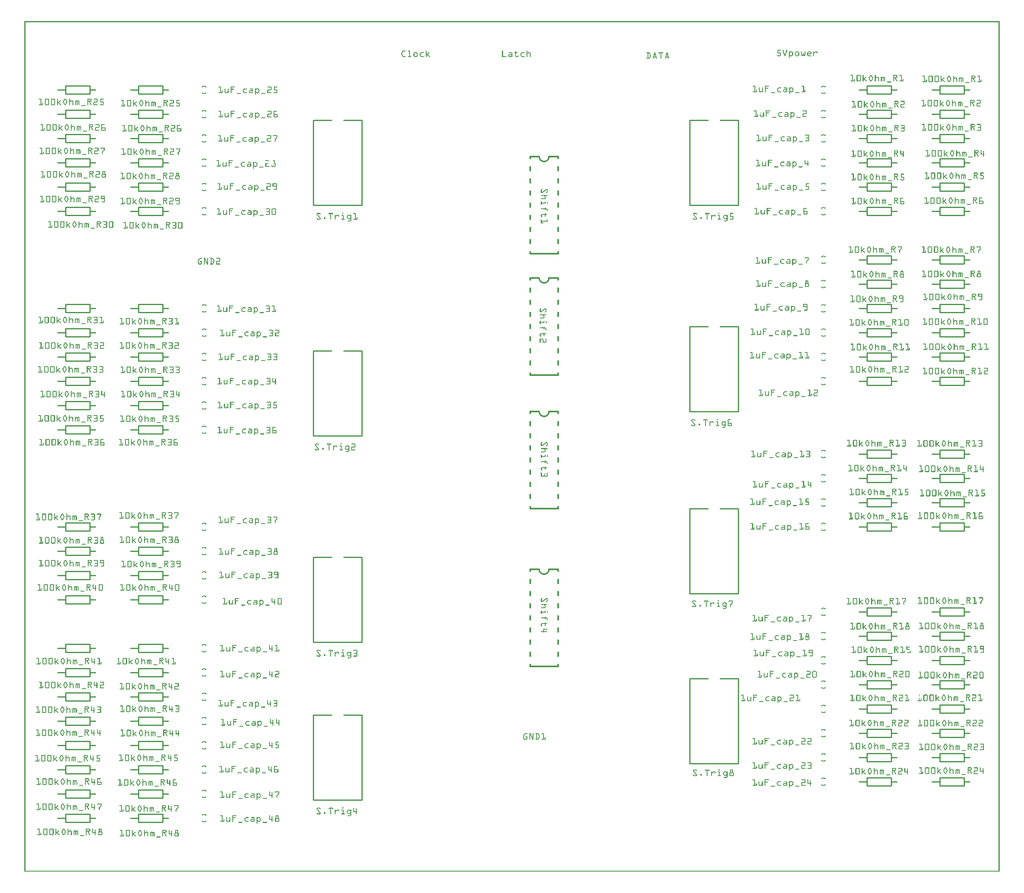
<source format=gto>
G04 MADE WITH FRITZING*
G04 WWW.FRITZING.ORG*
G04 DOUBLE SIDED*
G04 HOLES PLATED*
G04 CONTOUR ON CENTER OF CONTOUR VECTOR*
%ASAXBY*%
%FSLAX23Y23*%
%MOIN*%
%OFA0B0*%
%SFA1.0B1.0*%
%ADD10C,0.012000*%
%ADD11C,0.010000*%
%ADD12R,0.001000X0.001000*%
%LNSILK1*%
G90*
G70*
G54D10*
X4396Y1691D02*
X4166Y1691D01*
D02*
X4396Y2491D02*
X4321Y2491D01*
D02*
X4166Y2491D02*
X4241Y2491D01*
D02*
X4396Y2991D02*
X4166Y2991D01*
D02*
X4396Y3791D02*
X4321Y3791D01*
D02*
X4166Y3791D02*
X4241Y3791D01*
D02*
X4396Y4091D02*
X4166Y4091D01*
D02*
X4396Y4891D02*
X4321Y4891D01*
D02*
X4166Y4891D02*
X4241Y4891D01*
D02*
X4396Y5091D02*
X4166Y5091D01*
D02*
X4396Y5891D02*
X4321Y5891D01*
D02*
X4166Y5891D02*
X4241Y5891D01*
G54D11*
D02*
X2381Y2591D02*
X2381Y1891D01*
D02*
X2381Y1891D02*
X2781Y1891D01*
D02*
X2781Y1891D02*
X2781Y2591D01*
D02*
X2381Y2591D02*
X2531Y2591D01*
D02*
X2631Y2591D02*
X2781Y2591D01*
D02*
X5481Y1591D02*
X5481Y891D01*
D02*
X5481Y891D02*
X5881Y891D01*
D02*
X5881Y891D02*
X5881Y1591D01*
D02*
X5481Y1591D02*
X5631Y1591D01*
D02*
X5731Y1591D02*
X5881Y1591D01*
D02*
X5481Y2991D02*
X5481Y2291D01*
D02*
X5481Y2291D02*
X5881Y2291D01*
D02*
X5881Y2291D02*
X5881Y2991D01*
D02*
X5481Y2991D02*
X5631Y2991D01*
D02*
X5731Y2991D02*
X5881Y2991D01*
D02*
X5481Y4491D02*
X5481Y3791D01*
D02*
X5481Y3791D02*
X5881Y3791D01*
D02*
X5881Y3791D02*
X5881Y4491D01*
D02*
X5481Y4491D02*
X5631Y4491D01*
D02*
X5731Y4491D02*
X5881Y4491D01*
D02*
X5481Y6191D02*
X5481Y5491D01*
D02*
X5481Y5491D02*
X5881Y5491D01*
D02*
X5881Y5491D02*
X5881Y6191D01*
D02*
X5481Y6191D02*
X5631Y6191D01*
D02*
X5731Y6191D02*
X5881Y6191D01*
D02*
X2381Y1291D02*
X2381Y591D01*
D02*
X2381Y591D02*
X2781Y591D01*
D02*
X2781Y591D02*
X2781Y1291D01*
D02*
X2381Y1291D02*
X2531Y1291D01*
D02*
X2631Y1291D02*
X2781Y1291D01*
D02*
X2381Y4291D02*
X2381Y3591D01*
D02*
X2381Y3591D02*
X2781Y3591D01*
D02*
X2781Y3591D02*
X2781Y4291D01*
D02*
X2381Y4291D02*
X2531Y4291D01*
D02*
X2631Y4291D02*
X2781Y4291D01*
D02*
X2381Y6191D02*
X2381Y5491D01*
D02*
X2381Y5491D02*
X2781Y5491D01*
D02*
X2781Y5491D02*
X2781Y6191D01*
D02*
X2381Y6191D02*
X2531Y6191D01*
D02*
X2631Y6191D02*
X2781Y6191D01*
D02*
X940Y474D02*
X1140Y474D01*
D02*
X1140Y474D02*
X1140Y408D01*
D02*
X1140Y408D02*
X940Y408D01*
D02*
X940Y408D02*
X940Y474D01*
D02*
X340Y474D02*
X540Y474D01*
D02*
X540Y474D02*
X540Y408D01*
D02*
X540Y408D02*
X340Y408D01*
D02*
X340Y408D02*
X340Y474D01*
D02*
X340Y674D02*
X540Y674D01*
D02*
X540Y674D02*
X540Y608D01*
D02*
X540Y608D02*
X340Y608D01*
D02*
X340Y608D02*
X340Y674D01*
D02*
X340Y874D02*
X540Y874D01*
D02*
X540Y874D02*
X540Y808D01*
D02*
X540Y808D02*
X340Y808D01*
D02*
X340Y808D02*
X340Y874D01*
D02*
X340Y1074D02*
X540Y1074D01*
D02*
X540Y1074D02*
X540Y1008D01*
D02*
X540Y1008D02*
X340Y1008D01*
D02*
X340Y1008D02*
X340Y1074D01*
D02*
X341Y1274D02*
X541Y1274D01*
D02*
X541Y1274D02*
X541Y1208D01*
D02*
X541Y1208D02*
X341Y1208D01*
D02*
X341Y1208D02*
X341Y1274D01*
D02*
X340Y1474D02*
X540Y1474D01*
D02*
X540Y1474D02*
X540Y1408D01*
D02*
X540Y1408D02*
X340Y1408D01*
D02*
X340Y1408D02*
X340Y1474D01*
D02*
X340Y1674D02*
X540Y1674D01*
D02*
X540Y1674D02*
X540Y1608D01*
D02*
X540Y1608D02*
X340Y1608D01*
D02*
X340Y1608D02*
X340Y1674D01*
D02*
X340Y1874D02*
X540Y1874D01*
D02*
X540Y1874D02*
X540Y1808D01*
D02*
X540Y1808D02*
X340Y1808D01*
D02*
X340Y1808D02*
X340Y1874D01*
D02*
X340Y2274D02*
X540Y2274D01*
D02*
X540Y2274D02*
X540Y2208D01*
D02*
X540Y2208D02*
X340Y2208D01*
D02*
X340Y2208D02*
X340Y2274D01*
D02*
X340Y2474D02*
X540Y2474D01*
D02*
X540Y2474D02*
X540Y2408D01*
D02*
X540Y2408D02*
X340Y2408D01*
D02*
X340Y2408D02*
X340Y2474D01*
D02*
X340Y2674D02*
X540Y2674D01*
D02*
X540Y2674D02*
X540Y2608D01*
D02*
X540Y2608D02*
X340Y2608D01*
D02*
X340Y2608D02*
X340Y2674D01*
D02*
X340Y2874D02*
X540Y2874D01*
D02*
X540Y2874D02*
X540Y2808D01*
D02*
X540Y2808D02*
X340Y2808D01*
D02*
X340Y2808D02*
X340Y2874D01*
D02*
X340Y3674D02*
X540Y3674D01*
D02*
X540Y3674D02*
X540Y3608D01*
D02*
X540Y3608D02*
X340Y3608D01*
D02*
X340Y3608D02*
X340Y3674D01*
D02*
X340Y3874D02*
X540Y3874D01*
D02*
X540Y3874D02*
X540Y3808D01*
D02*
X540Y3808D02*
X340Y3808D01*
D02*
X340Y3808D02*
X340Y3874D01*
D02*
X340Y4074D02*
X540Y4074D01*
D02*
X540Y4074D02*
X540Y4008D01*
D02*
X540Y4008D02*
X340Y4008D01*
D02*
X340Y4008D02*
X340Y4074D01*
D02*
X340Y4274D02*
X540Y4274D01*
D02*
X540Y4274D02*
X540Y4208D01*
D02*
X540Y4208D02*
X340Y4208D01*
D02*
X340Y4208D02*
X340Y4274D01*
D02*
X340Y4474D02*
X540Y4474D01*
D02*
X540Y4474D02*
X540Y4408D01*
D02*
X540Y4408D02*
X340Y4408D01*
D02*
X340Y4408D02*
X340Y4474D01*
D02*
X340Y4674D02*
X540Y4674D01*
D02*
X540Y4674D02*
X540Y4608D01*
D02*
X540Y4608D02*
X340Y4608D01*
D02*
X340Y4608D02*
X340Y4674D01*
D02*
X340Y5474D02*
X540Y5474D01*
D02*
X540Y5474D02*
X540Y5408D01*
D02*
X540Y5408D02*
X340Y5408D01*
D02*
X340Y5408D02*
X340Y5474D01*
D02*
X340Y5674D02*
X540Y5674D01*
D02*
X540Y5674D02*
X540Y5608D01*
D02*
X540Y5608D02*
X340Y5608D01*
D02*
X340Y5608D02*
X340Y5674D01*
D02*
X340Y5874D02*
X540Y5874D01*
D02*
X540Y5874D02*
X540Y5808D01*
D02*
X540Y5808D02*
X340Y5808D01*
D02*
X340Y5808D02*
X340Y5874D01*
D02*
X340Y6074D02*
X540Y6074D01*
D02*
X540Y6074D02*
X540Y6008D01*
D02*
X540Y6008D02*
X340Y6008D01*
D02*
X340Y6008D02*
X340Y6074D01*
D02*
X340Y6274D02*
X540Y6274D01*
D02*
X540Y6274D02*
X540Y6208D01*
D02*
X540Y6208D02*
X340Y6208D01*
D02*
X340Y6208D02*
X340Y6274D01*
D02*
X340Y6474D02*
X540Y6474D01*
D02*
X540Y6474D02*
X540Y6408D01*
D02*
X540Y6408D02*
X340Y6408D01*
D02*
X340Y6408D02*
X340Y6474D01*
D02*
X7540Y774D02*
X7740Y774D01*
D02*
X7740Y774D02*
X7740Y708D01*
D02*
X7740Y708D02*
X7540Y708D01*
D02*
X7540Y708D02*
X7540Y774D01*
D02*
X7540Y974D02*
X7740Y974D01*
D02*
X7740Y974D02*
X7740Y908D01*
D02*
X7740Y908D02*
X7540Y908D01*
D02*
X7540Y908D02*
X7540Y974D01*
D02*
X7540Y1174D02*
X7740Y1174D01*
D02*
X7740Y1174D02*
X7740Y1108D01*
D02*
X7740Y1108D02*
X7540Y1108D01*
D02*
X7540Y1108D02*
X7540Y1174D01*
D02*
X7540Y1374D02*
X7740Y1374D01*
D02*
X7740Y1374D02*
X7740Y1308D01*
D02*
X7740Y1308D02*
X7540Y1308D01*
D02*
X7540Y1308D02*
X7540Y1374D01*
D02*
X7540Y1574D02*
X7740Y1574D01*
D02*
X7740Y1574D02*
X7740Y1508D01*
D02*
X7740Y1508D02*
X7540Y1508D01*
D02*
X7540Y1508D02*
X7540Y1574D01*
D02*
X7540Y1774D02*
X7740Y1774D01*
D02*
X7740Y1774D02*
X7740Y1708D01*
D02*
X7740Y1708D02*
X7540Y1708D01*
D02*
X7540Y1708D02*
X7540Y1774D01*
D02*
X7540Y1974D02*
X7740Y1974D01*
D02*
X7740Y1974D02*
X7740Y1908D01*
D02*
X7740Y1908D02*
X7540Y1908D01*
D02*
X7540Y1908D02*
X7540Y1974D01*
D02*
X7540Y2174D02*
X7740Y2174D01*
D02*
X7740Y2174D02*
X7740Y2108D01*
D02*
X7740Y2108D02*
X7540Y2108D01*
D02*
X7540Y2108D02*
X7540Y2174D01*
D02*
X7540Y2874D02*
X7740Y2874D01*
D02*
X7740Y2874D02*
X7740Y2808D01*
D02*
X7740Y2808D02*
X7540Y2808D01*
D02*
X7540Y2808D02*
X7540Y2874D01*
D02*
X7540Y3074D02*
X7740Y3074D01*
D02*
X7740Y3074D02*
X7740Y3008D01*
D02*
X7740Y3008D02*
X7540Y3008D01*
D02*
X7540Y3008D02*
X7540Y3074D01*
D02*
X7540Y3274D02*
X7740Y3274D01*
D02*
X7740Y3274D02*
X7740Y3208D01*
D02*
X7740Y3208D02*
X7540Y3208D01*
D02*
X7540Y3208D02*
X7540Y3274D01*
D02*
X7540Y3474D02*
X7740Y3474D01*
D02*
X7740Y3474D02*
X7740Y3408D01*
D02*
X7740Y3408D02*
X7540Y3408D01*
D02*
X7540Y3408D02*
X7540Y3474D01*
D02*
X7540Y4074D02*
X7740Y4074D01*
D02*
X7740Y4074D02*
X7740Y4008D01*
D02*
X7740Y4008D02*
X7540Y4008D01*
D02*
X7540Y4008D02*
X7540Y4074D01*
D02*
X7540Y4274D02*
X7740Y4274D01*
D02*
X7740Y4274D02*
X7740Y4208D01*
D02*
X7740Y4208D02*
X7540Y4208D01*
D02*
X7540Y4208D02*
X7540Y4274D01*
D02*
X7540Y4474D02*
X7740Y4474D01*
D02*
X7740Y4474D02*
X7740Y4408D01*
D02*
X7740Y4408D02*
X7540Y4408D01*
D02*
X7540Y4408D02*
X7540Y4474D01*
D02*
X7540Y4674D02*
X7740Y4674D01*
D02*
X7740Y4674D02*
X7740Y4608D01*
D02*
X7740Y4608D02*
X7540Y4608D01*
D02*
X7540Y4608D02*
X7540Y4674D01*
D02*
X7540Y4874D02*
X7740Y4874D01*
D02*
X7740Y4874D02*
X7740Y4808D01*
D02*
X7740Y4808D02*
X7540Y4808D01*
D02*
X7540Y4808D02*
X7540Y4874D01*
D02*
X7540Y5074D02*
X7740Y5074D01*
D02*
X7740Y5074D02*
X7740Y5008D01*
D02*
X7740Y5008D02*
X7540Y5008D01*
D02*
X7540Y5008D02*
X7540Y5074D01*
D02*
X7540Y5474D02*
X7740Y5474D01*
D02*
X7740Y5474D02*
X7740Y5408D01*
D02*
X7740Y5408D02*
X7540Y5408D01*
D02*
X7540Y5408D02*
X7540Y5474D01*
D02*
X7540Y5674D02*
X7740Y5674D01*
D02*
X7740Y5674D02*
X7740Y5608D01*
D02*
X7740Y5608D02*
X7540Y5608D01*
D02*
X7540Y5608D02*
X7540Y5674D01*
D02*
X7540Y5874D02*
X7740Y5874D01*
D02*
X7740Y5874D02*
X7740Y5808D01*
D02*
X7740Y5808D02*
X7540Y5808D01*
D02*
X7540Y5808D02*
X7540Y5874D01*
D02*
X7540Y6074D02*
X7740Y6074D01*
D02*
X7740Y6074D02*
X7740Y6008D01*
D02*
X7740Y6008D02*
X7540Y6008D01*
D02*
X7540Y6008D02*
X7540Y6074D01*
D02*
X7540Y6274D02*
X7740Y6274D01*
D02*
X7740Y6274D02*
X7740Y6208D01*
D02*
X7740Y6208D02*
X7540Y6208D01*
D02*
X7540Y6208D02*
X7540Y6274D01*
D02*
X7540Y6474D02*
X7740Y6474D01*
D02*
X7740Y6474D02*
X7740Y6408D01*
D02*
X7740Y6408D02*
X7540Y6408D01*
D02*
X7540Y6408D02*
X7540Y6474D01*
D02*
X940Y674D02*
X1140Y674D01*
D02*
X1140Y674D02*
X1140Y608D01*
D02*
X1140Y608D02*
X940Y608D01*
D02*
X940Y608D02*
X940Y674D01*
D02*
X940Y874D02*
X1140Y874D01*
D02*
X1140Y874D02*
X1140Y808D01*
D02*
X1140Y808D02*
X940Y808D01*
D02*
X940Y808D02*
X940Y874D01*
D02*
X940Y1074D02*
X1140Y1074D01*
D02*
X1140Y1074D02*
X1140Y1008D01*
D02*
X1140Y1008D02*
X940Y1008D01*
D02*
X940Y1008D02*
X940Y1074D01*
D02*
X941Y1274D02*
X1141Y1274D01*
D02*
X1141Y1274D02*
X1141Y1208D01*
D02*
X1141Y1208D02*
X941Y1208D01*
D02*
X941Y1208D02*
X941Y1274D01*
D02*
X940Y1474D02*
X1140Y1474D01*
D02*
X1140Y1474D02*
X1140Y1408D01*
D02*
X1140Y1408D02*
X940Y1408D01*
D02*
X940Y1408D02*
X940Y1474D01*
D02*
X940Y1674D02*
X1140Y1674D01*
D02*
X1140Y1674D02*
X1140Y1608D01*
D02*
X1140Y1608D02*
X940Y1608D01*
D02*
X940Y1608D02*
X940Y1674D01*
D02*
X940Y1874D02*
X1140Y1874D01*
D02*
X1140Y1874D02*
X1140Y1808D01*
D02*
X1140Y1808D02*
X940Y1808D01*
D02*
X940Y1808D02*
X940Y1874D01*
D02*
X940Y2274D02*
X1140Y2274D01*
D02*
X1140Y2274D02*
X1140Y2208D01*
D02*
X1140Y2208D02*
X940Y2208D01*
D02*
X940Y2208D02*
X940Y2274D01*
D02*
X940Y2474D02*
X1140Y2474D01*
D02*
X1140Y2474D02*
X1140Y2408D01*
D02*
X1140Y2408D02*
X940Y2408D01*
D02*
X940Y2408D02*
X940Y2474D01*
D02*
X940Y2674D02*
X1140Y2674D01*
D02*
X1140Y2674D02*
X1140Y2608D01*
D02*
X1140Y2608D02*
X940Y2608D01*
D02*
X940Y2608D02*
X940Y2674D01*
D02*
X940Y2874D02*
X1140Y2874D01*
D02*
X1140Y2874D02*
X1140Y2808D01*
D02*
X1140Y2808D02*
X940Y2808D01*
D02*
X940Y2808D02*
X940Y2874D01*
D02*
X940Y3674D02*
X1140Y3674D01*
D02*
X1140Y3674D02*
X1140Y3608D01*
D02*
X1140Y3608D02*
X940Y3608D01*
D02*
X940Y3608D02*
X940Y3674D01*
D02*
X940Y3874D02*
X1140Y3874D01*
D02*
X1140Y3874D02*
X1140Y3808D01*
D02*
X1140Y3808D02*
X940Y3808D01*
D02*
X940Y3808D02*
X940Y3874D01*
D02*
X940Y4074D02*
X1140Y4074D01*
D02*
X1140Y4074D02*
X1140Y4008D01*
D02*
X1140Y4008D02*
X940Y4008D01*
D02*
X940Y4008D02*
X940Y4074D01*
D02*
X940Y4274D02*
X1140Y4274D01*
D02*
X1140Y4274D02*
X1140Y4208D01*
D02*
X1140Y4208D02*
X940Y4208D01*
D02*
X940Y4208D02*
X940Y4274D01*
D02*
X940Y4474D02*
X1140Y4474D01*
D02*
X1140Y4474D02*
X1140Y4408D01*
D02*
X1140Y4408D02*
X940Y4408D01*
D02*
X940Y4408D02*
X940Y4474D01*
D02*
X940Y4674D02*
X1140Y4674D01*
D02*
X1140Y4674D02*
X1140Y4608D01*
D02*
X1140Y4608D02*
X940Y4608D01*
D02*
X940Y4608D02*
X940Y4674D01*
D02*
X940Y5474D02*
X1140Y5474D01*
D02*
X1140Y5474D02*
X1140Y5408D01*
D02*
X1140Y5408D02*
X940Y5408D01*
D02*
X940Y5408D02*
X940Y5474D01*
D02*
X940Y5674D02*
X1140Y5674D01*
D02*
X1140Y5674D02*
X1140Y5608D01*
D02*
X1140Y5608D02*
X940Y5608D01*
D02*
X940Y5608D02*
X940Y5674D01*
D02*
X940Y5874D02*
X1140Y5874D01*
D02*
X1140Y5874D02*
X1140Y5808D01*
D02*
X1140Y5808D02*
X940Y5808D01*
D02*
X940Y5808D02*
X940Y5874D01*
D02*
X940Y6074D02*
X1140Y6074D01*
D02*
X1140Y6074D02*
X1140Y6008D01*
D02*
X1140Y6008D02*
X940Y6008D01*
D02*
X940Y6008D02*
X940Y6074D01*
D02*
X940Y6274D02*
X1140Y6274D01*
D02*
X1140Y6274D02*
X1140Y6208D01*
D02*
X1140Y6208D02*
X940Y6208D01*
D02*
X940Y6208D02*
X940Y6274D01*
D02*
X940Y6474D02*
X1140Y6474D01*
D02*
X1140Y6474D02*
X1140Y6408D01*
D02*
X1140Y6408D02*
X940Y6408D01*
D02*
X940Y6408D02*
X940Y6474D01*
D02*
X6940Y774D02*
X7140Y774D01*
D02*
X7140Y774D02*
X7140Y708D01*
D02*
X7140Y708D02*
X6940Y708D01*
D02*
X6940Y708D02*
X6940Y774D01*
D02*
X6940Y974D02*
X7140Y974D01*
D02*
X7140Y974D02*
X7140Y908D01*
D02*
X7140Y908D02*
X6940Y908D01*
D02*
X6940Y908D02*
X6940Y974D01*
D02*
X6940Y1174D02*
X7140Y1174D01*
D02*
X7140Y1174D02*
X7140Y1108D01*
D02*
X7140Y1108D02*
X6940Y1108D01*
D02*
X6940Y1108D02*
X6940Y1174D01*
D02*
X6940Y1374D02*
X7140Y1374D01*
D02*
X7140Y1374D02*
X7140Y1308D01*
D02*
X7140Y1308D02*
X6940Y1308D01*
D02*
X6940Y1308D02*
X6940Y1374D01*
D02*
X6940Y1574D02*
X7140Y1574D01*
D02*
X7140Y1574D02*
X7140Y1508D01*
D02*
X7140Y1508D02*
X6940Y1508D01*
D02*
X6940Y1508D02*
X6940Y1574D01*
D02*
X6940Y1774D02*
X7140Y1774D01*
D02*
X7140Y1774D02*
X7140Y1708D01*
D02*
X7140Y1708D02*
X6940Y1708D01*
D02*
X6940Y1708D02*
X6940Y1774D01*
D02*
X6940Y1974D02*
X7140Y1974D01*
D02*
X7140Y1974D02*
X7140Y1908D01*
D02*
X7140Y1908D02*
X6940Y1908D01*
D02*
X6940Y1908D02*
X6940Y1974D01*
D02*
X6940Y2174D02*
X7140Y2174D01*
D02*
X7140Y2174D02*
X7140Y2108D01*
D02*
X7140Y2108D02*
X6940Y2108D01*
D02*
X6940Y2108D02*
X6940Y2174D01*
D02*
X6940Y2874D02*
X7140Y2874D01*
D02*
X7140Y2874D02*
X7140Y2808D01*
D02*
X7140Y2808D02*
X6940Y2808D01*
D02*
X6940Y2808D02*
X6940Y2874D01*
D02*
X6940Y3074D02*
X7140Y3074D01*
D02*
X7140Y3074D02*
X7140Y3008D01*
D02*
X7140Y3008D02*
X6940Y3008D01*
D02*
X6940Y3008D02*
X6940Y3074D01*
D02*
X6940Y3274D02*
X7140Y3274D01*
D02*
X7140Y3274D02*
X7140Y3208D01*
D02*
X7140Y3208D02*
X6940Y3208D01*
D02*
X6940Y3208D02*
X6940Y3274D01*
D02*
X6940Y3474D02*
X7140Y3474D01*
D02*
X7140Y3474D02*
X7140Y3408D01*
D02*
X7140Y3408D02*
X6940Y3408D01*
D02*
X6940Y3408D02*
X6940Y3474D01*
D02*
X6940Y4074D02*
X7140Y4074D01*
D02*
X7140Y4074D02*
X7140Y4008D01*
D02*
X7140Y4008D02*
X6940Y4008D01*
D02*
X6940Y4008D02*
X6940Y4074D01*
D02*
X6940Y4274D02*
X7140Y4274D01*
D02*
X7140Y4274D02*
X7140Y4208D01*
D02*
X7140Y4208D02*
X6940Y4208D01*
D02*
X6940Y4208D02*
X6940Y4274D01*
D02*
X6940Y4474D02*
X7140Y4474D01*
D02*
X7140Y4474D02*
X7140Y4408D01*
D02*
X7140Y4408D02*
X6940Y4408D01*
D02*
X6940Y4408D02*
X6940Y4474D01*
D02*
X6940Y4674D02*
X7140Y4674D01*
D02*
X7140Y4674D02*
X7140Y4608D01*
D02*
X7140Y4608D02*
X6940Y4608D01*
D02*
X6940Y4608D02*
X6940Y4674D01*
D02*
X6940Y4874D02*
X7140Y4874D01*
D02*
X7140Y4874D02*
X7140Y4808D01*
D02*
X7140Y4808D02*
X6940Y4808D01*
D02*
X6940Y4808D02*
X6940Y4874D01*
D02*
X6940Y5074D02*
X7140Y5074D01*
D02*
X7140Y5074D02*
X7140Y5008D01*
D02*
X7140Y5008D02*
X6940Y5008D01*
D02*
X6940Y5008D02*
X6940Y5074D01*
D02*
X6940Y5474D02*
X7140Y5474D01*
D02*
X7140Y5474D02*
X7140Y5408D01*
D02*
X7140Y5408D02*
X6940Y5408D01*
D02*
X6940Y5408D02*
X6940Y5474D01*
D02*
X6940Y5674D02*
X7140Y5674D01*
D02*
X7140Y5674D02*
X7140Y5608D01*
D02*
X7140Y5608D02*
X6940Y5608D01*
D02*
X6940Y5608D02*
X6940Y5674D01*
D02*
X6940Y5874D02*
X7140Y5874D01*
D02*
X7140Y5874D02*
X7140Y5808D01*
D02*
X7140Y5808D02*
X6940Y5808D01*
D02*
X6940Y5808D02*
X6940Y5874D01*
D02*
X6940Y6074D02*
X7140Y6074D01*
D02*
X7140Y6074D02*
X7140Y6008D01*
D02*
X7140Y6008D02*
X6940Y6008D01*
D02*
X6940Y6008D02*
X6940Y6074D01*
D02*
X6940Y6274D02*
X7140Y6274D01*
D02*
X7140Y6274D02*
X7140Y6208D01*
D02*
X7140Y6208D02*
X6940Y6208D01*
D02*
X6940Y6208D02*
X6940Y6274D01*
D02*
X6940Y6474D02*
X7140Y6474D01*
D02*
X7140Y6474D02*
X7140Y6408D01*
D02*
X7140Y6408D02*
X6940Y6408D01*
D02*
X6940Y6408D02*
X6940Y6474D01*
G54D12*
X1Y7007D02*
X8031Y7007D01*
X1Y7006D02*
X8031Y7006D01*
X1Y7005D02*
X8031Y7005D01*
X1Y7004D02*
X8031Y7004D01*
X1Y7003D02*
X8031Y7003D01*
X1Y7002D02*
X8031Y7002D01*
X1Y7001D02*
X8031Y7001D01*
X1Y7000D02*
X8031Y7000D01*
X1Y6999D02*
X8Y6999D01*
X8024Y6999D02*
X8031Y6999D01*
X1Y6998D02*
X8Y6998D01*
X8024Y6998D02*
X8031Y6998D01*
X1Y6997D02*
X8Y6997D01*
X8024Y6997D02*
X8031Y6997D01*
X1Y6996D02*
X8Y6996D01*
X8024Y6996D02*
X8031Y6996D01*
X1Y6995D02*
X8Y6995D01*
X8024Y6995D02*
X8031Y6995D01*
X1Y6994D02*
X8Y6994D01*
X8024Y6994D02*
X8031Y6994D01*
X1Y6993D02*
X8Y6993D01*
X8024Y6993D02*
X8031Y6993D01*
X1Y6992D02*
X8Y6992D01*
X8024Y6992D02*
X8031Y6992D01*
X1Y6991D02*
X8Y6991D01*
X8024Y6991D02*
X8031Y6991D01*
X1Y6990D02*
X8Y6990D01*
X8024Y6990D02*
X8031Y6990D01*
X1Y6989D02*
X8Y6989D01*
X8024Y6989D02*
X8031Y6989D01*
X1Y6988D02*
X8Y6988D01*
X8024Y6988D02*
X8031Y6988D01*
X1Y6987D02*
X8Y6987D01*
X8024Y6987D02*
X8031Y6987D01*
X1Y6986D02*
X8Y6986D01*
X8024Y6986D02*
X8031Y6986D01*
X1Y6985D02*
X8Y6985D01*
X8024Y6985D02*
X8031Y6985D01*
X1Y6984D02*
X8Y6984D01*
X8024Y6984D02*
X8031Y6984D01*
X1Y6983D02*
X8Y6983D01*
X8024Y6983D02*
X8031Y6983D01*
X1Y6982D02*
X8Y6982D01*
X8024Y6982D02*
X8031Y6982D01*
X1Y6981D02*
X8Y6981D01*
X8024Y6981D02*
X8031Y6981D01*
X1Y6980D02*
X8Y6980D01*
X8024Y6980D02*
X8031Y6980D01*
X1Y6979D02*
X8Y6979D01*
X8024Y6979D02*
X8031Y6979D01*
X1Y6978D02*
X8Y6978D01*
X8024Y6978D02*
X8031Y6978D01*
X1Y6977D02*
X8Y6977D01*
X8024Y6977D02*
X8031Y6977D01*
X1Y6976D02*
X8Y6976D01*
X8024Y6976D02*
X8031Y6976D01*
X1Y6975D02*
X8Y6975D01*
X8024Y6975D02*
X8031Y6975D01*
X1Y6974D02*
X8Y6974D01*
X8024Y6974D02*
X8031Y6974D01*
X1Y6973D02*
X8Y6973D01*
X8024Y6973D02*
X8031Y6973D01*
X1Y6972D02*
X8Y6972D01*
X8024Y6972D02*
X8031Y6972D01*
X1Y6971D02*
X8Y6971D01*
X8024Y6971D02*
X8031Y6971D01*
X1Y6970D02*
X8Y6970D01*
X8024Y6970D02*
X8031Y6970D01*
X1Y6969D02*
X8Y6969D01*
X8024Y6969D02*
X8031Y6969D01*
X1Y6968D02*
X8Y6968D01*
X8024Y6968D02*
X8031Y6968D01*
X1Y6967D02*
X8Y6967D01*
X8024Y6967D02*
X8031Y6967D01*
X1Y6966D02*
X8Y6966D01*
X8024Y6966D02*
X8031Y6966D01*
X1Y6965D02*
X8Y6965D01*
X8024Y6965D02*
X8031Y6965D01*
X1Y6964D02*
X8Y6964D01*
X8024Y6964D02*
X8031Y6964D01*
X1Y6963D02*
X8Y6963D01*
X8024Y6963D02*
X8031Y6963D01*
X1Y6962D02*
X8Y6962D01*
X8024Y6962D02*
X8031Y6962D01*
X1Y6961D02*
X8Y6961D01*
X8024Y6961D02*
X8031Y6961D01*
X1Y6960D02*
X8Y6960D01*
X8024Y6960D02*
X8031Y6960D01*
X1Y6959D02*
X8Y6959D01*
X8024Y6959D02*
X8031Y6959D01*
X1Y6958D02*
X8Y6958D01*
X8024Y6958D02*
X8031Y6958D01*
X1Y6957D02*
X8Y6957D01*
X8024Y6957D02*
X8031Y6957D01*
X1Y6956D02*
X8Y6956D01*
X8024Y6956D02*
X8031Y6956D01*
X1Y6955D02*
X8Y6955D01*
X8024Y6955D02*
X8031Y6955D01*
X1Y6954D02*
X8Y6954D01*
X8024Y6954D02*
X8031Y6954D01*
X1Y6953D02*
X8Y6953D01*
X8024Y6953D02*
X8031Y6953D01*
X1Y6952D02*
X8Y6952D01*
X8024Y6952D02*
X8031Y6952D01*
X1Y6951D02*
X8Y6951D01*
X8024Y6951D02*
X8031Y6951D01*
X1Y6950D02*
X8Y6950D01*
X8024Y6950D02*
X8031Y6950D01*
X1Y6949D02*
X8Y6949D01*
X8024Y6949D02*
X8031Y6949D01*
X1Y6948D02*
X8Y6948D01*
X8024Y6948D02*
X8031Y6948D01*
X1Y6947D02*
X8Y6947D01*
X8024Y6947D02*
X8031Y6947D01*
X1Y6946D02*
X8Y6946D01*
X8024Y6946D02*
X8031Y6946D01*
X1Y6945D02*
X8Y6945D01*
X8024Y6945D02*
X8031Y6945D01*
X1Y6944D02*
X8Y6944D01*
X8024Y6944D02*
X8031Y6944D01*
X1Y6943D02*
X8Y6943D01*
X8024Y6943D02*
X8031Y6943D01*
X1Y6942D02*
X8Y6942D01*
X8024Y6942D02*
X8031Y6942D01*
X1Y6941D02*
X8Y6941D01*
X8024Y6941D02*
X8031Y6941D01*
X1Y6940D02*
X8Y6940D01*
X8024Y6940D02*
X8031Y6940D01*
X1Y6939D02*
X8Y6939D01*
X8024Y6939D02*
X8031Y6939D01*
X1Y6938D02*
X8Y6938D01*
X8024Y6938D02*
X8031Y6938D01*
X1Y6937D02*
X8Y6937D01*
X8024Y6937D02*
X8031Y6937D01*
X1Y6936D02*
X8Y6936D01*
X8024Y6936D02*
X8031Y6936D01*
X1Y6935D02*
X8Y6935D01*
X8024Y6935D02*
X8031Y6935D01*
X1Y6934D02*
X8Y6934D01*
X8024Y6934D02*
X8031Y6934D01*
X1Y6933D02*
X8Y6933D01*
X8024Y6933D02*
X8031Y6933D01*
X1Y6932D02*
X8Y6932D01*
X8024Y6932D02*
X8031Y6932D01*
X1Y6931D02*
X8Y6931D01*
X8024Y6931D02*
X8031Y6931D01*
X1Y6930D02*
X8Y6930D01*
X8024Y6930D02*
X8031Y6930D01*
X1Y6929D02*
X8Y6929D01*
X8024Y6929D02*
X8031Y6929D01*
X1Y6928D02*
X8Y6928D01*
X8024Y6928D02*
X8031Y6928D01*
X1Y6927D02*
X8Y6927D01*
X8024Y6927D02*
X8031Y6927D01*
X1Y6926D02*
X8Y6926D01*
X8024Y6926D02*
X8031Y6926D01*
X1Y6925D02*
X8Y6925D01*
X8024Y6925D02*
X8031Y6925D01*
X1Y6924D02*
X8Y6924D01*
X8024Y6924D02*
X8031Y6924D01*
X1Y6923D02*
X8Y6923D01*
X8024Y6923D02*
X8031Y6923D01*
X1Y6922D02*
X8Y6922D01*
X8024Y6922D02*
X8031Y6922D01*
X1Y6921D02*
X8Y6921D01*
X8024Y6921D02*
X8031Y6921D01*
X1Y6920D02*
X8Y6920D01*
X8024Y6920D02*
X8031Y6920D01*
X1Y6919D02*
X8Y6919D01*
X8024Y6919D02*
X8031Y6919D01*
X1Y6918D02*
X8Y6918D01*
X8024Y6918D02*
X8031Y6918D01*
X1Y6917D02*
X8Y6917D01*
X8024Y6917D02*
X8031Y6917D01*
X1Y6916D02*
X8Y6916D01*
X8024Y6916D02*
X8031Y6916D01*
X1Y6915D02*
X8Y6915D01*
X8024Y6915D02*
X8031Y6915D01*
X1Y6914D02*
X8Y6914D01*
X8024Y6914D02*
X8031Y6914D01*
X1Y6913D02*
X8Y6913D01*
X8024Y6913D02*
X8031Y6913D01*
X1Y6912D02*
X8Y6912D01*
X8024Y6912D02*
X8031Y6912D01*
X1Y6911D02*
X8Y6911D01*
X8024Y6911D02*
X8031Y6911D01*
X1Y6910D02*
X8Y6910D01*
X8024Y6910D02*
X8031Y6910D01*
X1Y6909D02*
X8Y6909D01*
X8024Y6909D02*
X8031Y6909D01*
X1Y6908D02*
X8Y6908D01*
X8024Y6908D02*
X8031Y6908D01*
X1Y6907D02*
X8Y6907D01*
X8024Y6907D02*
X8031Y6907D01*
X1Y6906D02*
X8Y6906D01*
X8024Y6906D02*
X8031Y6906D01*
X1Y6905D02*
X8Y6905D01*
X8024Y6905D02*
X8031Y6905D01*
X1Y6904D02*
X8Y6904D01*
X8024Y6904D02*
X8031Y6904D01*
X1Y6903D02*
X8Y6903D01*
X8024Y6903D02*
X8031Y6903D01*
X1Y6902D02*
X8Y6902D01*
X8024Y6902D02*
X8031Y6902D01*
X1Y6901D02*
X8Y6901D01*
X8024Y6901D02*
X8031Y6901D01*
X1Y6900D02*
X8Y6900D01*
X8024Y6900D02*
X8031Y6900D01*
X1Y6899D02*
X8Y6899D01*
X8024Y6899D02*
X8031Y6899D01*
X1Y6898D02*
X8Y6898D01*
X8024Y6898D02*
X8031Y6898D01*
X1Y6897D02*
X8Y6897D01*
X8024Y6897D02*
X8031Y6897D01*
X1Y6896D02*
X8Y6896D01*
X8024Y6896D02*
X8031Y6896D01*
X1Y6895D02*
X8Y6895D01*
X8024Y6895D02*
X8031Y6895D01*
X1Y6894D02*
X8Y6894D01*
X8024Y6894D02*
X8031Y6894D01*
X1Y6893D02*
X8Y6893D01*
X8024Y6893D02*
X8031Y6893D01*
X1Y6892D02*
X8Y6892D01*
X8024Y6892D02*
X8031Y6892D01*
X1Y6891D02*
X8Y6891D01*
X8024Y6891D02*
X8031Y6891D01*
X1Y6890D02*
X8Y6890D01*
X8024Y6890D02*
X8031Y6890D01*
X1Y6889D02*
X8Y6889D01*
X8024Y6889D02*
X8031Y6889D01*
X1Y6888D02*
X8Y6888D01*
X8024Y6888D02*
X8031Y6888D01*
X1Y6887D02*
X8Y6887D01*
X8024Y6887D02*
X8031Y6887D01*
X1Y6886D02*
X8Y6886D01*
X8024Y6886D02*
X8031Y6886D01*
X1Y6885D02*
X8Y6885D01*
X8024Y6885D02*
X8031Y6885D01*
X1Y6884D02*
X8Y6884D01*
X8024Y6884D02*
X8031Y6884D01*
X1Y6883D02*
X8Y6883D01*
X8024Y6883D02*
X8031Y6883D01*
X1Y6882D02*
X8Y6882D01*
X8024Y6882D02*
X8031Y6882D01*
X1Y6881D02*
X8Y6881D01*
X8024Y6881D02*
X8031Y6881D01*
X1Y6880D02*
X8Y6880D01*
X8024Y6880D02*
X8031Y6880D01*
X1Y6879D02*
X8Y6879D01*
X8024Y6879D02*
X8031Y6879D01*
X1Y6878D02*
X8Y6878D01*
X8024Y6878D02*
X8031Y6878D01*
X1Y6877D02*
X8Y6877D01*
X8024Y6877D02*
X8031Y6877D01*
X1Y6876D02*
X8Y6876D01*
X8024Y6876D02*
X8031Y6876D01*
X1Y6875D02*
X8Y6875D01*
X8024Y6875D02*
X8031Y6875D01*
X1Y6874D02*
X8Y6874D01*
X8024Y6874D02*
X8031Y6874D01*
X1Y6873D02*
X8Y6873D01*
X8024Y6873D02*
X8031Y6873D01*
X1Y6872D02*
X8Y6872D01*
X8024Y6872D02*
X8031Y6872D01*
X1Y6871D02*
X8Y6871D01*
X8024Y6871D02*
X8031Y6871D01*
X1Y6870D02*
X8Y6870D01*
X8024Y6870D02*
X8031Y6870D01*
X1Y6869D02*
X8Y6869D01*
X8024Y6869D02*
X8031Y6869D01*
X1Y6868D02*
X8Y6868D01*
X8024Y6868D02*
X8031Y6868D01*
X1Y6867D02*
X8Y6867D01*
X8024Y6867D02*
X8031Y6867D01*
X1Y6866D02*
X8Y6866D01*
X8024Y6866D02*
X8031Y6866D01*
X1Y6865D02*
X8Y6865D01*
X8024Y6865D02*
X8031Y6865D01*
X1Y6864D02*
X8Y6864D01*
X8024Y6864D02*
X8031Y6864D01*
X1Y6863D02*
X8Y6863D01*
X8024Y6863D02*
X8031Y6863D01*
X1Y6862D02*
X8Y6862D01*
X8024Y6862D02*
X8031Y6862D01*
X1Y6861D02*
X8Y6861D01*
X8024Y6861D02*
X8031Y6861D01*
X1Y6860D02*
X8Y6860D01*
X8024Y6860D02*
X8031Y6860D01*
X1Y6859D02*
X8Y6859D01*
X8024Y6859D02*
X8031Y6859D01*
X1Y6858D02*
X8Y6858D01*
X8024Y6858D02*
X8031Y6858D01*
X1Y6857D02*
X8Y6857D01*
X8024Y6857D02*
X8031Y6857D01*
X1Y6856D02*
X8Y6856D01*
X8024Y6856D02*
X8031Y6856D01*
X1Y6855D02*
X8Y6855D01*
X8024Y6855D02*
X8031Y6855D01*
X1Y6854D02*
X8Y6854D01*
X8024Y6854D02*
X8031Y6854D01*
X1Y6853D02*
X8Y6853D01*
X8024Y6853D02*
X8031Y6853D01*
X1Y6852D02*
X8Y6852D01*
X8024Y6852D02*
X8031Y6852D01*
X1Y6851D02*
X8Y6851D01*
X8024Y6851D02*
X8031Y6851D01*
X1Y6850D02*
X8Y6850D01*
X8024Y6850D02*
X8031Y6850D01*
X1Y6849D02*
X8Y6849D01*
X8024Y6849D02*
X8031Y6849D01*
X1Y6848D02*
X8Y6848D01*
X8024Y6848D02*
X8031Y6848D01*
X1Y6847D02*
X8Y6847D01*
X8024Y6847D02*
X8031Y6847D01*
X1Y6846D02*
X8Y6846D01*
X8024Y6846D02*
X8031Y6846D01*
X1Y6845D02*
X8Y6845D01*
X8024Y6845D02*
X8031Y6845D01*
X1Y6844D02*
X8Y6844D01*
X8024Y6844D02*
X8031Y6844D01*
X1Y6843D02*
X8Y6843D01*
X8024Y6843D02*
X8031Y6843D01*
X1Y6842D02*
X8Y6842D01*
X8024Y6842D02*
X8031Y6842D01*
X1Y6841D02*
X8Y6841D01*
X8024Y6841D02*
X8031Y6841D01*
X1Y6840D02*
X8Y6840D01*
X8024Y6840D02*
X8031Y6840D01*
X1Y6839D02*
X8Y6839D01*
X8024Y6839D02*
X8031Y6839D01*
X1Y6838D02*
X8Y6838D01*
X8024Y6838D02*
X8031Y6838D01*
X1Y6837D02*
X8Y6837D01*
X8024Y6837D02*
X8031Y6837D01*
X1Y6836D02*
X8Y6836D01*
X8024Y6836D02*
X8031Y6836D01*
X1Y6835D02*
X8Y6835D01*
X8024Y6835D02*
X8031Y6835D01*
X1Y6834D02*
X8Y6834D01*
X8024Y6834D02*
X8031Y6834D01*
X1Y6833D02*
X8Y6833D01*
X8024Y6833D02*
X8031Y6833D01*
X1Y6832D02*
X8Y6832D01*
X8024Y6832D02*
X8031Y6832D01*
X1Y6831D02*
X8Y6831D01*
X8024Y6831D02*
X8031Y6831D01*
X1Y6830D02*
X8Y6830D01*
X8024Y6830D02*
X8031Y6830D01*
X1Y6829D02*
X8Y6829D01*
X8024Y6829D02*
X8031Y6829D01*
X1Y6828D02*
X8Y6828D01*
X8024Y6828D02*
X8031Y6828D01*
X1Y6827D02*
X8Y6827D01*
X8024Y6827D02*
X8031Y6827D01*
X1Y6826D02*
X8Y6826D01*
X8024Y6826D02*
X8031Y6826D01*
X1Y6825D02*
X8Y6825D01*
X8024Y6825D02*
X8031Y6825D01*
X1Y6824D02*
X8Y6824D01*
X8024Y6824D02*
X8031Y6824D01*
X1Y6823D02*
X8Y6823D01*
X8024Y6823D02*
X8031Y6823D01*
X1Y6822D02*
X8Y6822D01*
X8024Y6822D02*
X8031Y6822D01*
X1Y6821D02*
X8Y6821D01*
X8024Y6821D02*
X8031Y6821D01*
X1Y6820D02*
X8Y6820D01*
X8024Y6820D02*
X8031Y6820D01*
X1Y6819D02*
X8Y6819D01*
X8024Y6819D02*
X8031Y6819D01*
X1Y6818D02*
X8Y6818D01*
X8024Y6818D02*
X8031Y6818D01*
X1Y6817D02*
X8Y6817D01*
X8024Y6817D02*
X8031Y6817D01*
X1Y6816D02*
X8Y6816D01*
X8024Y6816D02*
X8031Y6816D01*
X1Y6815D02*
X8Y6815D01*
X8024Y6815D02*
X8031Y6815D01*
X1Y6814D02*
X8Y6814D01*
X8024Y6814D02*
X8031Y6814D01*
X1Y6813D02*
X8Y6813D01*
X8024Y6813D02*
X8031Y6813D01*
X1Y6812D02*
X8Y6812D01*
X8024Y6812D02*
X8031Y6812D01*
X1Y6811D02*
X8Y6811D01*
X8024Y6811D02*
X8031Y6811D01*
X1Y6810D02*
X8Y6810D01*
X8024Y6810D02*
X8031Y6810D01*
X1Y6809D02*
X8Y6809D01*
X8024Y6809D02*
X8031Y6809D01*
X1Y6808D02*
X8Y6808D01*
X8024Y6808D02*
X8031Y6808D01*
X1Y6807D02*
X8Y6807D01*
X8024Y6807D02*
X8031Y6807D01*
X1Y6806D02*
X8Y6806D01*
X8024Y6806D02*
X8031Y6806D01*
X1Y6805D02*
X8Y6805D01*
X8024Y6805D02*
X8031Y6805D01*
X1Y6804D02*
X8Y6804D01*
X8024Y6804D02*
X8031Y6804D01*
X1Y6803D02*
X8Y6803D01*
X8024Y6803D02*
X8031Y6803D01*
X1Y6802D02*
X8Y6802D01*
X8024Y6802D02*
X8031Y6802D01*
X1Y6801D02*
X8Y6801D01*
X8024Y6801D02*
X8031Y6801D01*
X1Y6800D02*
X8Y6800D01*
X8024Y6800D02*
X8031Y6800D01*
X1Y6799D02*
X8Y6799D01*
X8024Y6799D02*
X8031Y6799D01*
X1Y6798D02*
X8Y6798D01*
X8024Y6798D02*
X8031Y6798D01*
X1Y6797D02*
X8Y6797D01*
X8024Y6797D02*
X8031Y6797D01*
X1Y6796D02*
X8Y6796D01*
X8024Y6796D02*
X8031Y6796D01*
X1Y6795D02*
X8Y6795D01*
X8024Y6795D02*
X8031Y6795D01*
X1Y6794D02*
X8Y6794D01*
X8024Y6794D02*
X8031Y6794D01*
X1Y6793D02*
X8Y6793D01*
X8024Y6793D02*
X8031Y6793D01*
X1Y6792D02*
X8Y6792D01*
X8024Y6792D02*
X8031Y6792D01*
X1Y6791D02*
X8Y6791D01*
X8024Y6791D02*
X8031Y6791D01*
X1Y6790D02*
X8Y6790D01*
X8024Y6790D02*
X8031Y6790D01*
X1Y6789D02*
X8Y6789D01*
X8024Y6789D02*
X8031Y6789D01*
X1Y6788D02*
X8Y6788D01*
X8024Y6788D02*
X8031Y6788D01*
X1Y6787D02*
X8Y6787D01*
X8024Y6787D02*
X8031Y6787D01*
X1Y6786D02*
X8Y6786D01*
X8024Y6786D02*
X8031Y6786D01*
X1Y6785D02*
X8Y6785D01*
X8024Y6785D02*
X8031Y6785D01*
X1Y6784D02*
X8Y6784D01*
X8024Y6784D02*
X8031Y6784D01*
X1Y6783D02*
X8Y6783D01*
X8024Y6783D02*
X8031Y6783D01*
X1Y6782D02*
X8Y6782D01*
X8024Y6782D02*
X8031Y6782D01*
X1Y6781D02*
X8Y6781D01*
X8024Y6781D02*
X8031Y6781D01*
X1Y6780D02*
X8Y6780D01*
X8024Y6780D02*
X8031Y6780D01*
X1Y6779D02*
X8Y6779D01*
X8024Y6779D02*
X8031Y6779D01*
X1Y6778D02*
X8Y6778D01*
X8024Y6778D02*
X8031Y6778D01*
X1Y6777D02*
X8Y6777D01*
X8024Y6777D02*
X8031Y6777D01*
X1Y6776D02*
X8Y6776D01*
X8024Y6776D02*
X8031Y6776D01*
X1Y6775D02*
X8Y6775D01*
X8024Y6775D02*
X8031Y6775D01*
X1Y6774D02*
X8Y6774D01*
X8024Y6774D02*
X8031Y6774D01*
X1Y6773D02*
X8Y6773D01*
X6203Y6773D02*
X6227Y6773D01*
X6250Y6773D02*
X6251Y6773D01*
X6277Y6773D02*
X6278Y6773D01*
X8024Y6773D02*
X8031Y6773D01*
X1Y6772D02*
X8Y6772D01*
X6203Y6772D02*
X6228Y6772D01*
X6248Y6772D02*
X6252Y6772D01*
X6276Y6772D02*
X6280Y6772D01*
X8024Y6772D02*
X8031Y6772D01*
X1Y6771D02*
X8Y6771D01*
X6203Y6771D02*
X6229Y6771D01*
X6247Y6771D02*
X6253Y6771D01*
X6275Y6771D02*
X6280Y6771D01*
X8024Y6771D02*
X8031Y6771D01*
X1Y6770D02*
X8Y6770D01*
X6203Y6770D02*
X6229Y6770D01*
X6247Y6770D02*
X6253Y6770D01*
X6275Y6770D02*
X6281Y6770D01*
X8024Y6770D02*
X8031Y6770D01*
X1Y6769D02*
X8Y6769D01*
X6203Y6769D02*
X6229Y6769D01*
X6247Y6769D02*
X6253Y6769D01*
X6275Y6769D02*
X6281Y6769D01*
X8024Y6769D02*
X8031Y6769D01*
X1Y6768D02*
X8Y6768D01*
X6203Y6768D02*
X6229Y6768D01*
X6247Y6768D02*
X6253Y6768D01*
X6275Y6768D02*
X6281Y6768D01*
X8024Y6768D02*
X8031Y6768D01*
X1Y6767D02*
X8Y6767D01*
X6203Y6767D02*
X6228Y6767D01*
X6247Y6767D02*
X6253Y6767D01*
X6275Y6767D02*
X6281Y6767D01*
X8024Y6767D02*
X8031Y6767D01*
X1Y6766D02*
X8Y6766D01*
X6203Y6766D02*
X6209Y6766D01*
X6247Y6766D02*
X6253Y6766D01*
X6275Y6766D02*
X6281Y6766D01*
X8024Y6766D02*
X8031Y6766D01*
X1Y6765D02*
X8Y6765D01*
X3119Y6765D02*
X3137Y6765D01*
X3160Y6765D02*
X3174Y6765D01*
X3307Y6765D02*
X3311Y6765D01*
X3937Y6765D02*
X3940Y6765D01*
X4137Y6765D02*
X4141Y6765D01*
X6203Y6765D02*
X6209Y6765D01*
X6247Y6765D02*
X6253Y6765D01*
X6275Y6765D02*
X6281Y6765D01*
X8024Y6765D02*
X8031Y6765D01*
X1Y6764D02*
X8Y6764D01*
X3117Y6764D02*
X3138Y6764D01*
X3159Y6764D02*
X3175Y6764D01*
X3306Y6764D02*
X3311Y6764D01*
X3936Y6764D02*
X3941Y6764D01*
X4137Y6764D02*
X4142Y6764D01*
X6203Y6764D02*
X6209Y6764D01*
X6247Y6764D02*
X6253Y6764D01*
X6275Y6764D02*
X6281Y6764D01*
X8024Y6764D02*
X8031Y6764D01*
X1Y6763D02*
X8Y6763D01*
X3116Y6763D02*
X3139Y6763D01*
X3159Y6763D02*
X3175Y6763D01*
X3306Y6763D02*
X3312Y6763D01*
X3936Y6763D02*
X3941Y6763D01*
X4136Y6763D02*
X4142Y6763D01*
X6203Y6763D02*
X6209Y6763D01*
X6247Y6763D02*
X6253Y6763D01*
X6275Y6763D02*
X6281Y6763D01*
X8024Y6763D02*
X8031Y6763D01*
X1Y6762D02*
X8Y6762D01*
X3115Y6762D02*
X3139Y6762D01*
X3159Y6762D02*
X3175Y6762D01*
X3306Y6762D02*
X3312Y6762D01*
X3935Y6762D02*
X3941Y6762D01*
X4044Y6762D02*
X4048Y6762D01*
X4136Y6762D02*
X4142Y6762D01*
X6203Y6762D02*
X6209Y6762D01*
X6247Y6762D02*
X6253Y6762D01*
X6275Y6762D02*
X6281Y6762D01*
X8024Y6762D02*
X8031Y6762D01*
X1Y6761D02*
X8Y6761D01*
X3114Y6761D02*
X3138Y6761D01*
X3159Y6761D02*
X3175Y6761D01*
X3306Y6761D02*
X3312Y6761D01*
X3935Y6761D02*
X3941Y6761D01*
X4043Y6761D02*
X4048Y6761D01*
X4136Y6761D02*
X4142Y6761D01*
X6203Y6761D02*
X6209Y6761D01*
X6247Y6761D02*
X6253Y6761D01*
X6275Y6761D02*
X6281Y6761D01*
X8024Y6761D02*
X8031Y6761D01*
X1Y6760D02*
X8Y6760D01*
X3114Y6760D02*
X3138Y6760D01*
X3160Y6760D02*
X3175Y6760D01*
X3306Y6760D02*
X3312Y6760D01*
X3935Y6760D02*
X3941Y6760D01*
X4043Y6760D02*
X4049Y6760D01*
X4136Y6760D02*
X4142Y6760D01*
X6203Y6760D02*
X6209Y6760D01*
X6247Y6760D02*
X6253Y6760D01*
X6275Y6760D02*
X6281Y6760D01*
X8024Y6760D02*
X8031Y6760D01*
X1Y6759D02*
X8Y6759D01*
X3113Y6759D02*
X3135Y6759D01*
X3162Y6759D02*
X3175Y6759D01*
X3306Y6759D02*
X3312Y6759D01*
X3935Y6759D02*
X3941Y6759D01*
X4043Y6759D02*
X4049Y6759D01*
X4136Y6759D02*
X4142Y6759D01*
X6203Y6759D02*
X6209Y6759D01*
X6247Y6759D02*
X6253Y6759D01*
X6275Y6759D02*
X6281Y6759D01*
X6299Y6759D02*
X6302Y6759D01*
X6310Y6759D02*
X6319Y6759D01*
X8024Y6759D02*
X8031Y6759D01*
X1Y6758D02*
X8Y6758D01*
X3113Y6758D02*
X3120Y6758D01*
X3169Y6758D02*
X3175Y6758D01*
X3306Y6758D02*
X3312Y6758D01*
X3935Y6758D02*
X3941Y6758D01*
X4043Y6758D02*
X4049Y6758D01*
X4136Y6758D02*
X4142Y6758D01*
X6203Y6758D02*
X6209Y6758D01*
X6247Y6758D02*
X6253Y6758D01*
X6275Y6758D02*
X6281Y6758D01*
X6298Y6758D02*
X6303Y6758D01*
X6308Y6758D02*
X6321Y6758D01*
X6358Y6758D02*
X6371Y6758D01*
X6399Y6758D02*
X6401Y6758D01*
X6428Y6758D02*
X6430Y6758D01*
X6458Y6758D02*
X6472Y6758D01*
X6500Y6758D02*
X6502Y6758D01*
X6514Y6758D02*
X6525Y6758D01*
X8024Y6758D02*
X8031Y6758D01*
X1Y6757D02*
X8Y6757D01*
X3112Y6757D02*
X3119Y6757D01*
X3169Y6757D02*
X3175Y6757D01*
X3306Y6757D02*
X3312Y6757D01*
X3935Y6757D02*
X3941Y6757D01*
X4043Y6757D02*
X4049Y6757D01*
X4136Y6757D02*
X4142Y6757D01*
X6203Y6757D02*
X6209Y6757D01*
X6247Y6757D02*
X6254Y6757D01*
X6274Y6757D02*
X6281Y6757D01*
X6297Y6757D02*
X6303Y6757D01*
X6307Y6757D02*
X6322Y6757D01*
X6355Y6757D02*
X6373Y6757D01*
X6398Y6757D02*
X6402Y6757D01*
X6427Y6757D02*
X6431Y6757D01*
X6456Y6757D02*
X6474Y6757D01*
X6499Y6757D02*
X6503Y6757D01*
X6512Y6757D02*
X6528Y6757D01*
X8024Y6757D02*
X8031Y6757D01*
X1Y6756D02*
X8Y6756D01*
X3112Y6756D02*
X3119Y6756D01*
X3169Y6756D02*
X3175Y6756D01*
X3306Y6756D02*
X3312Y6756D01*
X3935Y6756D02*
X3941Y6756D01*
X4043Y6756D02*
X4049Y6756D01*
X4136Y6756D02*
X4142Y6756D01*
X6203Y6756D02*
X6209Y6756D01*
X6248Y6756D02*
X6254Y6756D01*
X6274Y6756D02*
X6280Y6756D01*
X6297Y6756D02*
X6303Y6756D01*
X6306Y6756D02*
X6323Y6756D01*
X6354Y6756D02*
X6375Y6756D01*
X6397Y6756D02*
X6403Y6756D01*
X6426Y6756D02*
X6432Y6756D01*
X6454Y6756D02*
X6476Y6756D01*
X6498Y6756D02*
X6504Y6756D01*
X6511Y6756D02*
X6529Y6756D01*
X8024Y6756D02*
X8031Y6756D01*
X1Y6755D02*
X8Y6755D01*
X3111Y6755D02*
X3118Y6755D01*
X3169Y6755D02*
X3175Y6755D01*
X3306Y6755D02*
X3312Y6755D01*
X3935Y6755D02*
X3941Y6755D01*
X4043Y6755D02*
X4049Y6755D01*
X4136Y6755D02*
X4142Y6755D01*
X6203Y6755D02*
X6209Y6755D01*
X6248Y6755D02*
X6255Y6755D01*
X6273Y6755D02*
X6280Y6755D01*
X6297Y6755D02*
X6324Y6755D01*
X6353Y6755D02*
X6376Y6755D01*
X6397Y6755D02*
X6403Y6755D01*
X6426Y6755D02*
X6432Y6755D01*
X6453Y6755D02*
X6477Y6755D01*
X6498Y6755D02*
X6504Y6755D01*
X6510Y6755D02*
X6530Y6755D01*
X8024Y6755D02*
X8031Y6755D01*
X1Y6754D02*
X8Y6754D01*
X3111Y6754D02*
X3118Y6754D01*
X3169Y6754D02*
X3175Y6754D01*
X3306Y6754D02*
X3312Y6754D01*
X3935Y6754D02*
X3941Y6754D01*
X4043Y6754D02*
X4049Y6754D01*
X4136Y6754D02*
X4142Y6754D01*
X6203Y6754D02*
X6209Y6754D01*
X6248Y6754D02*
X6255Y6754D01*
X6273Y6754D02*
X6280Y6754D01*
X6297Y6754D02*
X6325Y6754D01*
X6351Y6754D02*
X6377Y6754D01*
X6397Y6754D02*
X6403Y6754D01*
X6426Y6754D02*
X6432Y6754D01*
X6452Y6754D02*
X6478Y6754D01*
X6498Y6754D02*
X6504Y6754D01*
X6509Y6754D02*
X6531Y6754D01*
X8024Y6754D02*
X8031Y6754D01*
X1Y6753D02*
X8Y6753D01*
X3110Y6753D02*
X3117Y6753D01*
X3169Y6753D02*
X3175Y6753D01*
X3306Y6753D02*
X3312Y6753D01*
X3935Y6753D02*
X3941Y6753D01*
X4043Y6753D02*
X4049Y6753D01*
X4136Y6753D02*
X4142Y6753D01*
X6203Y6753D02*
X6209Y6753D01*
X6249Y6753D02*
X6255Y6753D01*
X6273Y6753D02*
X6279Y6753D01*
X6297Y6753D02*
X6326Y6753D01*
X6351Y6753D02*
X6378Y6753D01*
X6397Y6753D02*
X6403Y6753D01*
X6426Y6753D02*
X6432Y6753D01*
X6451Y6753D02*
X6479Y6753D01*
X6498Y6753D02*
X6504Y6753D01*
X6508Y6753D02*
X6531Y6753D01*
X8024Y6753D02*
X8031Y6753D01*
X1Y6752D02*
X8Y6752D01*
X3110Y6752D02*
X3117Y6752D01*
X3169Y6752D02*
X3175Y6752D01*
X3306Y6752D02*
X3312Y6752D01*
X3935Y6752D02*
X3941Y6752D01*
X4043Y6752D02*
X4049Y6752D01*
X4136Y6752D02*
X4142Y6752D01*
X6203Y6752D02*
X6209Y6752D01*
X6249Y6752D02*
X6256Y6752D01*
X6272Y6752D02*
X6279Y6752D01*
X6297Y6752D02*
X6311Y6752D01*
X6318Y6752D02*
X6327Y6752D01*
X6350Y6752D02*
X6379Y6752D01*
X6397Y6752D02*
X6403Y6752D01*
X6426Y6752D02*
X6432Y6752D01*
X6450Y6752D02*
X6479Y6752D01*
X6498Y6752D02*
X6504Y6752D01*
X6507Y6752D02*
X6531Y6752D01*
X8024Y6752D02*
X8031Y6752D01*
X1Y6751D02*
X8Y6751D01*
X3109Y6751D02*
X3116Y6751D01*
X3169Y6751D02*
X3175Y6751D01*
X3216Y6751D02*
X3228Y6751D01*
X3270Y6751D02*
X3287Y6751D01*
X3306Y6751D02*
X3312Y6751D01*
X3332Y6751D02*
X3334Y6751D01*
X3935Y6751D02*
X3941Y6751D01*
X3993Y6751D02*
X4010Y6751D01*
X4038Y6751D02*
X4062Y6751D01*
X4100Y6751D02*
X4117Y6751D01*
X4136Y6751D02*
X4142Y6751D01*
X4153Y6751D02*
X4161Y6751D01*
X5126Y6751D02*
X5146Y6751D01*
X5191Y6751D02*
X5194Y6751D01*
X5227Y6751D02*
X5259Y6751D01*
X5292Y6751D02*
X5295Y6751D01*
X6203Y6751D02*
X6209Y6751D01*
X6250Y6751D02*
X6256Y6751D01*
X6272Y6751D02*
X6278Y6751D01*
X6297Y6751D02*
X6310Y6751D01*
X6319Y6751D02*
X6328Y6751D01*
X6349Y6751D02*
X6358Y6751D01*
X6371Y6751D02*
X6380Y6751D01*
X6397Y6751D02*
X6403Y6751D01*
X6426Y6751D02*
X6432Y6751D01*
X6450Y6751D02*
X6458Y6751D01*
X6471Y6751D02*
X6480Y6751D01*
X6498Y6751D02*
X6515Y6751D01*
X6524Y6751D02*
X6532Y6751D01*
X8024Y6751D02*
X8031Y6751D01*
X1Y6750D02*
X8Y6750D01*
X3109Y6750D02*
X3116Y6750D01*
X3169Y6750D02*
X3175Y6750D01*
X3214Y6750D02*
X3231Y6750D01*
X3267Y6750D02*
X3288Y6750D01*
X3306Y6750D02*
X3312Y6750D01*
X3331Y6750D02*
X3335Y6750D01*
X3935Y6750D02*
X3941Y6750D01*
X3991Y6750D02*
X4013Y6750D01*
X4037Y6750D02*
X4063Y6750D01*
X4097Y6750D02*
X4119Y6750D01*
X4136Y6750D02*
X4142Y6750D01*
X4151Y6750D02*
X4164Y6750D01*
X5125Y6750D02*
X5148Y6750D01*
X5190Y6750D02*
X5195Y6750D01*
X5226Y6750D02*
X5260Y6750D01*
X5291Y6750D02*
X5296Y6750D01*
X6203Y6750D02*
X6209Y6750D01*
X6250Y6750D02*
X6257Y6750D01*
X6271Y6750D02*
X6278Y6750D01*
X6297Y6750D02*
X6309Y6750D01*
X6320Y6750D02*
X6329Y6750D01*
X6349Y6750D02*
X6356Y6750D01*
X6373Y6750D02*
X6380Y6750D01*
X6397Y6750D02*
X6403Y6750D01*
X6426Y6750D02*
X6432Y6750D01*
X6449Y6750D02*
X6457Y6750D01*
X6473Y6750D02*
X6481Y6750D01*
X6498Y6750D02*
X6514Y6750D01*
X6525Y6750D02*
X6532Y6750D01*
X8024Y6750D02*
X8031Y6750D01*
X1Y6749D02*
X8Y6749D01*
X3108Y6749D02*
X3115Y6749D01*
X3169Y6749D02*
X3175Y6749D01*
X3212Y6749D02*
X3233Y6749D01*
X3265Y6749D02*
X3289Y6749D01*
X3306Y6749D02*
X3312Y6749D01*
X3329Y6749D02*
X3336Y6749D01*
X3935Y6749D02*
X3941Y6749D01*
X3991Y6749D02*
X4015Y6749D01*
X4036Y6749D02*
X4064Y6749D01*
X4096Y6749D02*
X4119Y6749D01*
X4136Y6749D02*
X4142Y6749D01*
X4149Y6749D02*
X4165Y6749D01*
X5125Y6749D02*
X5149Y6749D01*
X5190Y6749D02*
X5196Y6749D01*
X5226Y6749D02*
X5260Y6749D01*
X5290Y6749D02*
X5296Y6749D01*
X6203Y6749D02*
X6225Y6749D01*
X6250Y6749D02*
X6257Y6749D01*
X6271Y6749D02*
X6278Y6749D01*
X6297Y6749D02*
X6308Y6749D01*
X6321Y6749D02*
X6330Y6749D01*
X6348Y6749D02*
X6355Y6749D01*
X6374Y6749D02*
X6381Y6749D01*
X6397Y6749D02*
X6403Y6749D01*
X6426Y6749D02*
X6432Y6749D01*
X6449Y6749D02*
X6456Y6749D01*
X6474Y6749D02*
X6481Y6749D01*
X6498Y6749D02*
X6513Y6749D01*
X6526Y6749D02*
X6532Y6749D01*
X8024Y6749D02*
X8031Y6749D01*
X1Y6748D02*
X8Y6748D01*
X3108Y6748D02*
X3115Y6748D01*
X3169Y6748D02*
X3175Y6748D01*
X3211Y6748D02*
X3234Y6748D01*
X3264Y6748D02*
X3289Y6748D01*
X3306Y6748D02*
X3312Y6748D01*
X3328Y6748D02*
X3336Y6748D01*
X3935Y6748D02*
X3941Y6748D01*
X3991Y6748D02*
X4016Y6748D01*
X4036Y6748D02*
X4064Y6748D01*
X4094Y6748D02*
X4120Y6748D01*
X4136Y6748D02*
X4142Y6748D01*
X4147Y6748D02*
X4166Y6748D01*
X5125Y6748D02*
X5150Y6748D01*
X5190Y6748D02*
X5196Y6748D01*
X5225Y6748D02*
X5260Y6748D01*
X5290Y6748D02*
X5296Y6748D01*
X6203Y6748D02*
X6227Y6748D01*
X6251Y6748D02*
X6257Y6748D01*
X6271Y6748D02*
X6277Y6748D01*
X6297Y6748D02*
X6307Y6748D01*
X6322Y6748D02*
X6330Y6748D01*
X6348Y6748D02*
X6355Y6748D01*
X6374Y6748D02*
X6381Y6748D01*
X6397Y6748D02*
X6403Y6748D01*
X6426Y6748D02*
X6432Y6748D01*
X6448Y6748D02*
X6455Y6748D01*
X6475Y6748D02*
X6481Y6748D01*
X6498Y6748D02*
X6512Y6748D01*
X6526Y6748D02*
X6532Y6748D01*
X8024Y6748D02*
X8031Y6748D01*
X1Y6747D02*
X8Y6747D01*
X3107Y6747D02*
X3114Y6747D01*
X3169Y6747D02*
X3175Y6747D01*
X3210Y6747D02*
X3235Y6747D01*
X3263Y6747D02*
X3289Y6747D01*
X3306Y6747D02*
X3312Y6747D01*
X3327Y6747D02*
X3336Y6747D01*
X3935Y6747D02*
X3941Y6747D01*
X3991Y6747D02*
X4017Y6747D01*
X4036Y6747D02*
X4064Y6747D01*
X4093Y6747D02*
X4119Y6747D01*
X4136Y6747D02*
X4142Y6747D01*
X4146Y6747D02*
X4167Y6747D01*
X5125Y6747D02*
X5151Y6747D01*
X5189Y6747D02*
X5196Y6747D01*
X5225Y6747D02*
X5260Y6747D01*
X5290Y6747D02*
X5297Y6747D01*
X6203Y6747D02*
X6228Y6747D01*
X6251Y6747D02*
X6258Y6747D01*
X6270Y6747D02*
X6277Y6747D01*
X6297Y6747D02*
X6306Y6747D01*
X6324Y6747D02*
X6331Y6747D01*
X6348Y6747D02*
X6354Y6747D01*
X6375Y6747D02*
X6381Y6747D01*
X6397Y6747D02*
X6403Y6747D01*
X6426Y6747D02*
X6432Y6747D01*
X6448Y6747D02*
X6454Y6747D01*
X6475Y6747D02*
X6481Y6747D01*
X6498Y6747D02*
X6511Y6747D01*
X6526Y6747D02*
X6532Y6747D01*
X8024Y6747D02*
X8031Y6747D01*
X1Y6746D02*
X8Y6746D01*
X3107Y6746D02*
X3114Y6746D01*
X3169Y6746D02*
X3175Y6746D01*
X3209Y6746D02*
X3236Y6746D01*
X3262Y6746D02*
X3289Y6746D01*
X3306Y6746D02*
X3312Y6746D01*
X3326Y6746D02*
X3335Y6746D01*
X3935Y6746D02*
X3941Y6746D01*
X3991Y6746D02*
X4018Y6746D01*
X4036Y6746D02*
X4063Y6746D01*
X4092Y6746D02*
X4119Y6746D01*
X4136Y6746D02*
X4142Y6746D01*
X4144Y6746D02*
X4168Y6746D01*
X5125Y6746D02*
X5151Y6746D01*
X5189Y6746D02*
X5197Y6746D01*
X5225Y6746D02*
X5260Y6746D01*
X5289Y6746D02*
X5297Y6746D01*
X6203Y6746D02*
X6228Y6746D01*
X6252Y6746D02*
X6258Y6746D01*
X6270Y6746D02*
X6276Y6746D01*
X6297Y6746D02*
X6305Y6746D01*
X6324Y6746D02*
X6331Y6746D01*
X6348Y6746D02*
X6354Y6746D01*
X6375Y6746D02*
X6381Y6746D01*
X6397Y6746D02*
X6403Y6746D01*
X6413Y6746D02*
X6416Y6746D01*
X6426Y6746D02*
X6432Y6746D01*
X6448Y6746D02*
X6454Y6746D01*
X6476Y6746D02*
X6482Y6746D01*
X6498Y6746D02*
X6509Y6746D01*
X6526Y6746D02*
X6532Y6746D01*
X8024Y6746D02*
X8031Y6746D01*
X1Y6745D02*
X8Y6745D01*
X3106Y6745D02*
X3113Y6745D01*
X3169Y6745D02*
X3175Y6745D01*
X3208Y6745D02*
X3237Y6745D01*
X3261Y6745D02*
X3288Y6745D01*
X3306Y6745D02*
X3312Y6745D01*
X3325Y6745D02*
X3335Y6745D01*
X3935Y6745D02*
X3941Y6745D01*
X3992Y6745D02*
X4018Y6745D01*
X4037Y6745D02*
X4062Y6745D01*
X4091Y6745D02*
X4118Y6745D01*
X4136Y6745D02*
X4168Y6745D01*
X5127Y6745D02*
X5152Y6745D01*
X5189Y6745D02*
X5197Y6745D01*
X5225Y6745D02*
X5260Y6745D01*
X5289Y6745D02*
X5297Y6745D01*
X6203Y6745D02*
X6229Y6745D01*
X6252Y6745D02*
X6259Y6745D01*
X6269Y6745D02*
X6276Y6745D01*
X6297Y6745D02*
X6304Y6745D01*
X6325Y6745D02*
X6331Y6745D01*
X6348Y6745D02*
X6354Y6745D01*
X6375Y6745D02*
X6381Y6745D01*
X6397Y6745D02*
X6403Y6745D01*
X6412Y6745D02*
X6417Y6745D01*
X6426Y6745D02*
X6432Y6745D01*
X6448Y6745D02*
X6454Y6745D01*
X6476Y6745D02*
X6482Y6745D01*
X6498Y6745D02*
X6508Y6745D01*
X6526Y6745D02*
X6531Y6745D01*
X8024Y6745D02*
X8031Y6745D01*
X1Y6744D02*
X8Y6744D01*
X3106Y6744D02*
X3113Y6744D01*
X3169Y6744D02*
X3175Y6744D01*
X3207Y6744D02*
X3217Y6744D01*
X3228Y6744D02*
X3237Y6744D01*
X3260Y6744D02*
X3270Y6744D01*
X3306Y6744D02*
X3312Y6744D01*
X3324Y6744D02*
X3333Y6744D01*
X3935Y6744D02*
X3941Y6744D01*
X4011Y6744D02*
X4019Y6744D01*
X4042Y6744D02*
X4049Y6744D01*
X4090Y6744D02*
X4100Y6744D01*
X4136Y6744D02*
X4153Y6744D01*
X4161Y6744D02*
X4168Y6744D01*
X5132Y6744D02*
X5138Y6744D01*
X5145Y6744D02*
X5152Y6744D01*
X5188Y6744D02*
X5197Y6744D01*
X5225Y6744D02*
X5231Y6744D01*
X5240Y6744D02*
X5246Y6744D01*
X5254Y6744D02*
X5260Y6744D01*
X5289Y6744D02*
X5298Y6744D01*
X6203Y6744D02*
X6229Y6744D01*
X6252Y6744D02*
X6259Y6744D01*
X6269Y6744D02*
X6276Y6744D01*
X6297Y6744D02*
X6304Y6744D01*
X6325Y6744D02*
X6331Y6744D01*
X6348Y6744D02*
X6354Y6744D01*
X6375Y6744D02*
X6381Y6744D01*
X6397Y6744D02*
X6404Y6744D01*
X6412Y6744D02*
X6417Y6744D01*
X6426Y6744D02*
X6432Y6744D01*
X6448Y6744D02*
X6454Y6744D01*
X6476Y6744D02*
X6482Y6744D01*
X6498Y6744D02*
X6507Y6744D01*
X6527Y6744D02*
X6531Y6744D01*
X8024Y6744D02*
X8031Y6744D01*
X1Y6743D02*
X8Y6743D01*
X3106Y6743D02*
X3112Y6743D01*
X3169Y6743D02*
X3175Y6743D01*
X3207Y6743D02*
X3215Y6743D01*
X3230Y6743D02*
X3238Y6743D01*
X3259Y6743D02*
X3268Y6743D01*
X3306Y6743D02*
X3312Y6743D01*
X3322Y6743D02*
X3332Y6743D01*
X3935Y6743D02*
X3941Y6743D01*
X4012Y6743D02*
X4019Y6743D01*
X4043Y6743D02*
X4049Y6743D01*
X4089Y6743D02*
X4099Y6743D01*
X4136Y6743D02*
X4152Y6743D01*
X4162Y6743D02*
X4169Y6743D01*
X5132Y6743D02*
X5138Y6743D01*
X5146Y6743D02*
X5153Y6743D01*
X5188Y6743D02*
X5197Y6743D01*
X5225Y6743D02*
X5231Y6743D01*
X5240Y6743D02*
X5246Y6743D01*
X5254Y6743D02*
X5260Y6743D01*
X5288Y6743D02*
X5298Y6743D01*
X6203Y6743D02*
X6229Y6743D01*
X6253Y6743D02*
X6259Y6743D01*
X6269Y6743D02*
X6275Y6743D01*
X6297Y6743D02*
X6303Y6743D01*
X6325Y6743D02*
X6331Y6743D01*
X6348Y6743D02*
X6354Y6743D01*
X6375Y6743D02*
X6381Y6743D01*
X6398Y6743D02*
X6404Y6743D01*
X6412Y6743D02*
X6418Y6743D01*
X6426Y6743D02*
X6432Y6743D01*
X6448Y6743D02*
X6454Y6743D01*
X6476Y6743D02*
X6482Y6743D01*
X6498Y6743D02*
X6506Y6743D01*
X8024Y6743D02*
X8031Y6743D01*
X1Y6742D02*
X8Y6742D01*
X3105Y6742D02*
X3112Y6742D01*
X3169Y6742D02*
X3175Y6742D01*
X3206Y6742D02*
X3213Y6742D01*
X3231Y6742D02*
X3238Y6742D01*
X3258Y6742D02*
X3267Y6742D01*
X3306Y6742D02*
X3312Y6742D01*
X3321Y6742D02*
X3331Y6742D01*
X3935Y6742D02*
X3941Y6742D01*
X4013Y6742D02*
X4019Y6742D01*
X4043Y6742D02*
X4049Y6742D01*
X4088Y6742D02*
X4098Y6742D01*
X4136Y6742D02*
X4150Y6742D01*
X4163Y6742D02*
X4169Y6742D01*
X5132Y6742D02*
X5138Y6742D01*
X5147Y6742D02*
X5153Y6742D01*
X5188Y6742D02*
X5198Y6742D01*
X5226Y6742D02*
X5231Y6742D01*
X5240Y6742D02*
X5246Y6742D01*
X5255Y6742D02*
X5260Y6742D01*
X5288Y6742D02*
X5298Y6742D01*
X6223Y6742D02*
X6229Y6742D01*
X6253Y6742D02*
X6260Y6742D01*
X6268Y6742D02*
X6275Y6742D01*
X6297Y6742D02*
X6303Y6742D01*
X6325Y6742D02*
X6331Y6742D01*
X6348Y6742D02*
X6354Y6742D01*
X6375Y6742D02*
X6381Y6742D01*
X6398Y6742D02*
X6404Y6742D01*
X6412Y6742D02*
X6418Y6742D01*
X6426Y6742D02*
X6432Y6742D01*
X6448Y6742D02*
X6482Y6742D01*
X6498Y6742D02*
X6505Y6742D01*
X8024Y6742D02*
X8031Y6742D01*
X1Y6741D02*
X8Y6741D01*
X3105Y6741D02*
X3111Y6741D01*
X3169Y6741D02*
X3175Y6741D01*
X3206Y6741D02*
X3213Y6741D01*
X3232Y6741D02*
X3239Y6741D01*
X3257Y6741D02*
X3266Y6741D01*
X3306Y6741D02*
X3312Y6741D01*
X3320Y6741D02*
X3330Y6741D01*
X3935Y6741D02*
X3941Y6741D01*
X4013Y6741D02*
X4019Y6741D01*
X4043Y6741D02*
X4049Y6741D01*
X4088Y6741D02*
X4096Y6741D01*
X4136Y6741D02*
X4149Y6741D01*
X4163Y6741D02*
X4169Y6741D01*
X5132Y6741D02*
X5138Y6741D01*
X5147Y6741D02*
X5154Y6741D01*
X5188Y6741D02*
X5198Y6741D01*
X5226Y6741D02*
X5231Y6741D01*
X5240Y6741D02*
X5246Y6741D01*
X5255Y6741D02*
X5260Y6741D01*
X5288Y6741D02*
X5298Y6741D01*
X6223Y6741D02*
X6229Y6741D01*
X6253Y6741D02*
X6260Y6741D01*
X6268Y6741D02*
X6274Y6741D01*
X6297Y6741D02*
X6303Y6741D01*
X6325Y6741D02*
X6331Y6741D01*
X6348Y6741D02*
X6354Y6741D01*
X6375Y6741D02*
X6381Y6741D01*
X6398Y6741D02*
X6404Y6741D01*
X6412Y6741D02*
X6418Y6741D01*
X6426Y6741D02*
X6432Y6741D01*
X6448Y6741D02*
X6482Y6741D01*
X6498Y6741D02*
X6504Y6741D01*
X8024Y6741D02*
X8031Y6741D01*
X1Y6740D02*
X8Y6740D01*
X3105Y6740D02*
X3111Y6740D01*
X3169Y6740D02*
X3175Y6740D01*
X3206Y6740D02*
X3212Y6740D01*
X3233Y6740D02*
X3239Y6740D01*
X3257Y6740D02*
X3265Y6740D01*
X3306Y6740D02*
X3312Y6740D01*
X3319Y6740D02*
X3329Y6740D01*
X3935Y6740D02*
X3941Y6740D01*
X4013Y6740D02*
X4019Y6740D01*
X4043Y6740D02*
X4049Y6740D01*
X4087Y6740D02*
X4095Y6740D01*
X4136Y6740D02*
X4144Y6740D01*
X4147Y6740D02*
X4147Y6740D01*
X4163Y6740D02*
X4169Y6740D01*
X5132Y6740D02*
X5138Y6740D01*
X5148Y6740D02*
X5154Y6740D01*
X5187Y6740D02*
X5198Y6740D01*
X5226Y6740D02*
X5231Y6740D01*
X5240Y6740D02*
X5246Y6740D01*
X5255Y6740D02*
X5260Y6740D01*
X5288Y6740D02*
X5299Y6740D01*
X6223Y6740D02*
X6229Y6740D01*
X6254Y6740D02*
X6260Y6740D01*
X6267Y6740D02*
X6274Y6740D01*
X6297Y6740D02*
X6303Y6740D01*
X6325Y6740D02*
X6331Y6740D01*
X6348Y6740D02*
X6354Y6740D01*
X6375Y6740D02*
X6381Y6740D01*
X6398Y6740D02*
X6404Y6740D01*
X6412Y6740D02*
X6418Y6740D01*
X6426Y6740D02*
X6432Y6740D01*
X6448Y6740D02*
X6482Y6740D01*
X6498Y6740D02*
X6504Y6740D01*
X8024Y6740D02*
X8031Y6740D01*
X1Y6739D02*
X8Y6739D01*
X3105Y6739D02*
X3111Y6739D01*
X3169Y6739D02*
X3175Y6739D01*
X3206Y6739D02*
X3212Y6739D01*
X3233Y6739D02*
X3239Y6739D01*
X3256Y6739D02*
X3264Y6739D01*
X3306Y6739D02*
X3312Y6739D01*
X3318Y6739D02*
X3328Y6739D01*
X3935Y6739D02*
X3941Y6739D01*
X4013Y6739D02*
X4019Y6739D01*
X4043Y6739D02*
X4049Y6739D01*
X4087Y6739D02*
X4094Y6739D01*
X4136Y6739D02*
X4145Y6739D01*
X4163Y6739D02*
X4169Y6739D01*
X5132Y6739D02*
X5138Y6739D01*
X5148Y6739D02*
X5155Y6739D01*
X5187Y6739D02*
X5199Y6739D01*
X5228Y6739D02*
X5229Y6739D01*
X5240Y6739D02*
X5246Y6739D01*
X5256Y6739D02*
X5258Y6739D01*
X5287Y6739D02*
X5299Y6739D01*
X6223Y6739D02*
X6229Y6739D01*
X6254Y6739D02*
X6261Y6739D01*
X6267Y6739D02*
X6274Y6739D01*
X6297Y6739D02*
X6303Y6739D01*
X6325Y6739D02*
X6331Y6739D01*
X6348Y6739D02*
X6354Y6739D01*
X6375Y6739D02*
X6381Y6739D01*
X6398Y6739D02*
X6404Y6739D01*
X6412Y6739D02*
X6418Y6739D01*
X6426Y6739D02*
X6432Y6739D01*
X6448Y6739D02*
X6482Y6739D01*
X6498Y6739D02*
X6504Y6739D01*
X8024Y6739D02*
X8031Y6739D01*
X1Y6738D02*
X8Y6738D01*
X3105Y6738D02*
X3111Y6738D01*
X3169Y6738D02*
X3175Y6738D01*
X3205Y6738D02*
X3212Y6738D01*
X3233Y6738D02*
X3239Y6738D01*
X3256Y6738D02*
X3263Y6738D01*
X3306Y6738D02*
X3312Y6738D01*
X3317Y6738D02*
X3326Y6738D01*
X3935Y6738D02*
X3941Y6738D01*
X4013Y6738D02*
X4019Y6738D01*
X4043Y6738D02*
X4049Y6738D01*
X4086Y6738D02*
X4093Y6738D01*
X4136Y6738D02*
X4144Y6738D01*
X4163Y6738D02*
X4169Y6738D01*
X5132Y6738D02*
X5138Y6738D01*
X5149Y6738D02*
X5155Y6738D01*
X5187Y6738D02*
X5199Y6738D01*
X5240Y6738D02*
X5246Y6738D01*
X5287Y6738D02*
X5299Y6738D01*
X6223Y6738D02*
X6229Y6738D01*
X6255Y6738D02*
X6261Y6738D01*
X6267Y6738D02*
X6273Y6738D01*
X6297Y6738D02*
X6303Y6738D01*
X6325Y6738D02*
X6331Y6738D01*
X6348Y6738D02*
X6354Y6738D01*
X6375Y6738D02*
X6381Y6738D01*
X6398Y6738D02*
X6404Y6738D01*
X6412Y6738D02*
X6418Y6738D01*
X6426Y6738D02*
X6432Y6738D01*
X6448Y6738D02*
X6481Y6738D01*
X6498Y6738D02*
X6504Y6738D01*
X8024Y6738D02*
X8031Y6738D01*
X1Y6737D02*
X8Y6737D01*
X3105Y6737D02*
X3111Y6737D01*
X3169Y6737D02*
X3175Y6737D01*
X3205Y6737D02*
X3212Y6737D01*
X3233Y6737D02*
X3239Y6737D01*
X3256Y6737D02*
X3262Y6737D01*
X3306Y6737D02*
X3312Y6737D01*
X3315Y6737D02*
X3325Y6737D01*
X3935Y6737D02*
X3941Y6737D01*
X4013Y6737D02*
X4019Y6737D01*
X4043Y6737D02*
X4049Y6737D01*
X4086Y6737D02*
X4092Y6737D01*
X4136Y6737D02*
X4142Y6737D01*
X4163Y6737D02*
X4169Y6737D01*
X5132Y6737D02*
X5138Y6737D01*
X5149Y6737D02*
X5156Y6737D01*
X5186Y6737D02*
X5199Y6737D01*
X5240Y6737D02*
X5246Y6737D01*
X5287Y6737D02*
X5300Y6737D01*
X6223Y6737D02*
X6229Y6737D01*
X6255Y6737D02*
X6262Y6737D01*
X6266Y6737D02*
X6273Y6737D01*
X6297Y6737D02*
X6303Y6737D01*
X6325Y6737D02*
X6331Y6737D01*
X6348Y6737D02*
X6354Y6737D01*
X6375Y6737D02*
X6381Y6737D01*
X6398Y6737D02*
X6404Y6737D01*
X6412Y6737D02*
X6418Y6737D01*
X6426Y6737D02*
X6432Y6737D01*
X6448Y6737D02*
X6481Y6737D01*
X6498Y6737D02*
X6504Y6737D01*
X8024Y6737D02*
X8031Y6737D01*
X1Y6736D02*
X8Y6736D01*
X3105Y6736D02*
X3112Y6736D01*
X3169Y6736D02*
X3175Y6736D01*
X3205Y6736D02*
X3212Y6736D01*
X3233Y6736D02*
X3239Y6736D01*
X3256Y6736D02*
X3262Y6736D01*
X3306Y6736D02*
X3312Y6736D01*
X3314Y6736D02*
X3324Y6736D01*
X3935Y6736D02*
X3941Y6736D01*
X3993Y6736D02*
X4019Y6736D01*
X4043Y6736D02*
X4049Y6736D01*
X4086Y6736D02*
X4092Y6736D01*
X4136Y6736D02*
X4142Y6736D01*
X4163Y6736D02*
X4169Y6736D01*
X5132Y6736D02*
X5138Y6736D01*
X5150Y6736D02*
X5156Y6736D01*
X5186Y6736D02*
X5199Y6736D01*
X5240Y6736D02*
X5246Y6736D01*
X5286Y6736D02*
X5300Y6736D01*
X6223Y6736D02*
X6229Y6736D01*
X6255Y6736D02*
X6262Y6736D01*
X6266Y6736D02*
X6272Y6736D01*
X6297Y6736D02*
X6303Y6736D01*
X6325Y6736D02*
X6331Y6736D01*
X6348Y6736D02*
X6354Y6736D01*
X6375Y6736D02*
X6381Y6736D01*
X6398Y6736D02*
X6404Y6736D01*
X6412Y6736D02*
X6418Y6736D01*
X6426Y6736D02*
X6431Y6736D01*
X6448Y6736D02*
X6480Y6736D01*
X6498Y6736D02*
X6504Y6736D01*
X8024Y6736D02*
X8031Y6736D01*
X1Y6735D02*
X8Y6735D01*
X3106Y6735D02*
X3112Y6735D01*
X3169Y6735D02*
X3175Y6735D01*
X3205Y6735D02*
X3212Y6735D01*
X3233Y6735D02*
X3239Y6735D01*
X3256Y6735D02*
X3262Y6735D01*
X3306Y6735D02*
X3323Y6735D01*
X3935Y6735D02*
X3941Y6735D01*
X3991Y6735D02*
X4019Y6735D01*
X4043Y6735D02*
X4049Y6735D01*
X4086Y6735D02*
X4092Y6735D01*
X4136Y6735D02*
X4142Y6735D01*
X4163Y6735D02*
X4169Y6735D01*
X5132Y6735D02*
X5138Y6735D01*
X5150Y6735D02*
X5157Y6735D01*
X5186Y6735D02*
X5200Y6735D01*
X5240Y6735D02*
X5246Y6735D01*
X5286Y6735D02*
X5300Y6735D01*
X6223Y6735D02*
X6229Y6735D01*
X6256Y6735D02*
X6262Y6735D01*
X6266Y6735D02*
X6272Y6735D01*
X6297Y6735D02*
X6303Y6735D01*
X6325Y6735D02*
X6331Y6735D01*
X6348Y6735D02*
X6354Y6735D01*
X6375Y6735D02*
X6381Y6735D01*
X6398Y6735D02*
X6404Y6735D01*
X6411Y6735D02*
X6418Y6735D01*
X6425Y6735D02*
X6431Y6735D01*
X6448Y6735D02*
X6454Y6735D01*
X6498Y6735D02*
X6504Y6735D01*
X8024Y6735D02*
X8031Y6735D01*
X1Y6734D02*
X8Y6734D01*
X3106Y6734D02*
X3112Y6734D01*
X3169Y6734D02*
X3175Y6734D01*
X3205Y6734D02*
X3212Y6734D01*
X3233Y6734D02*
X3239Y6734D01*
X3256Y6734D02*
X3262Y6734D01*
X3306Y6734D02*
X3322Y6734D01*
X3935Y6734D02*
X3941Y6734D01*
X3989Y6734D02*
X4019Y6734D01*
X4043Y6734D02*
X4049Y6734D01*
X4086Y6734D02*
X4092Y6734D01*
X4136Y6734D02*
X4142Y6734D01*
X4163Y6734D02*
X4169Y6734D01*
X5132Y6734D02*
X5138Y6734D01*
X5151Y6734D02*
X5157Y6734D01*
X5185Y6734D02*
X5192Y6734D01*
X5194Y6734D02*
X5200Y6734D01*
X5240Y6734D02*
X5246Y6734D01*
X5286Y6734D02*
X5292Y6734D01*
X5294Y6734D02*
X5300Y6734D01*
X6223Y6734D02*
X6229Y6734D01*
X6256Y6734D02*
X6263Y6734D01*
X6265Y6734D02*
X6272Y6734D01*
X6297Y6734D02*
X6303Y6734D01*
X6325Y6734D02*
X6331Y6734D01*
X6348Y6734D02*
X6354Y6734D01*
X6375Y6734D02*
X6381Y6734D01*
X6398Y6734D02*
X6404Y6734D01*
X6411Y6734D02*
X6418Y6734D01*
X6425Y6734D02*
X6431Y6734D01*
X6448Y6734D02*
X6454Y6734D01*
X6498Y6734D02*
X6504Y6734D01*
X8024Y6734D02*
X8031Y6734D01*
X1Y6733D02*
X8Y6733D01*
X3106Y6733D02*
X3113Y6733D01*
X3169Y6733D02*
X3175Y6733D01*
X3205Y6733D02*
X3212Y6733D01*
X3233Y6733D02*
X3239Y6733D01*
X3256Y6733D02*
X3262Y6733D01*
X3306Y6733D02*
X3321Y6733D01*
X3935Y6733D02*
X3941Y6733D01*
X3988Y6733D02*
X4019Y6733D01*
X4043Y6733D02*
X4049Y6733D01*
X4086Y6733D02*
X4092Y6733D01*
X4136Y6733D02*
X4142Y6733D01*
X4163Y6733D02*
X4169Y6733D01*
X5132Y6733D02*
X5138Y6733D01*
X5151Y6733D02*
X5158Y6733D01*
X5185Y6733D02*
X5191Y6733D01*
X5194Y6733D02*
X5200Y6733D01*
X5240Y6733D02*
X5246Y6733D01*
X5286Y6733D02*
X5292Y6733D01*
X5294Y6733D02*
X5301Y6733D01*
X6223Y6733D02*
X6229Y6733D01*
X6257Y6733D02*
X6263Y6733D01*
X6265Y6733D02*
X6271Y6733D01*
X6297Y6733D02*
X6304Y6733D01*
X6325Y6733D02*
X6331Y6733D01*
X6348Y6733D02*
X6354Y6733D01*
X6375Y6733D02*
X6381Y6733D01*
X6398Y6733D02*
X6404Y6733D01*
X6410Y6733D02*
X6419Y6733D01*
X6425Y6733D02*
X6431Y6733D01*
X6448Y6733D02*
X6454Y6733D01*
X6498Y6733D02*
X6504Y6733D01*
X8024Y6733D02*
X8031Y6733D01*
X1Y6732D02*
X8Y6732D01*
X3107Y6732D02*
X3113Y6732D01*
X3169Y6732D02*
X3175Y6732D01*
X3205Y6732D02*
X3212Y6732D01*
X3233Y6732D02*
X3239Y6732D01*
X3256Y6732D02*
X3262Y6732D01*
X3306Y6732D02*
X3322Y6732D01*
X3935Y6732D02*
X3941Y6732D01*
X3988Y6732D02*
X4019Y6732D01*
X4043Y6732D02*
X4049Y6732D01*
X4086Y6732D02*
X4092Y6732D01*
X4136Y6732D02*
X4142Y6732D01*
X4163Y6732D02*
X4169Y6732D01*
X5132Y6732D02*
X5138Y6732D01*
X5152Y6732D02*
X5158Y6732D01*
X5185Y6732D02*
X5191Y6732D01*
X5194Y6732D02*
X5201Y6732D01*
X5240Y6732D02*
X5246Y6732D01*
X5285Y6732D02*
X5292Y6732D01*
X5295Y6732D02*
X5301Y6732D01*
X6223Y6732D02*
X6229Y6732D01*
X6257Y6732D02*
X6271Y6732D01*
X6297Y6732D02*
X6304Y6732D01*
X6325Y6732D02*
X6331Y6732D01*
X6348Y6732D02*
X6354Y6732D01*
X6375Y6732D02*
X6381Y6732D01*
X6398Y6732D02*
X6405Y6732D01*
X6410Y6732D02*
X6420Y6732D01*
X6425Y6732D02*
X6431Y6732D01*
X6448Y6732D02*
X6454Y6732D01*
X6498Y6732D02*
X6504Y6732D01*
X8024Y6732D02*
X8031Y6732D01*
X1Y6731D02*
X8Y6731D01*
X3107Y6731D02*
X3114Y6731D01*
X3169Y6731D02*
X3175Y6731D01*
X3205Y6731D02*
X3212Y6731D01*
X3233Y6731D02*
X3239Y6731D01*
X3256Y6731D02*
X3262Y6731D01*
X3306Y6731D02*
X3323Y6731D01*
X3935Y6731D02*
X3941Y6731D01*
X3987Y6731D02*
X4019Y6731D01*
X4043Y6731D02*
X4049Y6731D01*
X4086Y6731D02*
X4092Y6731D01*
X4136Y6731D02*
X4142Y6731D01*
X4163Y6731D02*
X4169Y6731D01*
X5132Y6731D02*
X5138Y6731D01*
X5152Y6731D02*
X5159Y6731D01*
X5185Y6731D02*
X5191Y6731D01*
X5195Y6731D02*
X5201Y6731D01*
X5240Y6731D02*
X5246Y6731D01*
X5285Y6731D02*
X5291Y6731D01*
X5295Y6731D02*
X5301Y6731D01*
X6223Y6731D02*
X6229Y6731D01*
X6257Y6731D02*
X6271Y6731D01*
X6297Y6731D02*
X6305Y6731D01*
X6324Y6731D02*
X6331Y6731D01*
X6348Y6731D02*
X6354Y6731D01*
X6375Y6731D02*
X6381Y6731D01*
X6399Y6731D02*
X6405Y6731D01*
X6409Y6731D02*
X6420Y6731D01*
X6424Y6731D02*
X6431Y6731D01*
X6448Y6731D02*
X6454Y6731D01*
X6498Y6731D02*
X6504Y6731D01*
X8024Y6731D02*
X8031Y6731D01*
X1Y6730D02*
X8Y6730D01*
X3108Y6730D02*
X3114Y6730D01*
X3169Y6730D02*
X3175Y6730D01*
X3205Y6730D02*
X3212Y6730D01*
X3233Y6730D02*
X3239Y6730D01*
X3256Y6730D02*
X3262Y6730D01*
X3306Y6730D02*
X3324Y6730D01*
X3935Y6730D02*
X3941Y6730D01*
X3986Y6730D02*
X4019Y6730D01*
X4043Y6730D02*
X4049Y6730D01*
X4086Y6730D02*
X4092Y6730D01*
X4136Y6730D02*
X4142Y6730D01*
X4163Y6730D02*
X4169Y6730D01*
X5132Y6730D02*
X5138Y6730D01*
X5153Y6730D02*
X5159Y6730D01*
X5184Y6730D02*
X5191Y6730D01*
X5195Y6730D02*
X5201Y6730D01*
X5240Y6730D02*
X5246Y6730D01*
X5285Y6730D02*
X5291Y6730D01*
X5295Y6730D02*
X5302Y6730D01*
X6223Y6730D02*
X6229Y6730D01*
X6258Y6730D02*
X6270Y6730D01*
X6297Y6730D02*
X6306Y6730D01*
X6323Y6730D02*
X6330Y6730D01*
X6348Y6730D02*
X6354Y6730D01*
X6375Y6730D02*
X6381Y6730D01*
X6399Y6730D02*
X6405Y6730D01*
X6409Y6730D02*
X6421Y6730D01*
X6424Y6730D02*
X6430Y6730D01*
X6448Y6730D02*
X6455Y6730D01*
X6498Y6730D02*
X6504Y6730D01*
X8024Y6730D02*
X8031Y6730D01*
X1Y6729D02*
X8Y6729D01*
X3108Y6729D02*
X3115Y6729D01*
X3169Y6729D02*
X3175Y6729D01*
X3205Y6729D02*
X3212Y6729D01*
X3233Y6729D02*
X3239Y6729D01*
X3256Y6729D02*
X3262Y6729D01*
X3306Y6729D02*
X3325Y6729D01*
X3935Y6729D02*
X3941Y6729D01*
X3986Y6729D02*
X3993Y6729D01*
X4012Y6729D02*
X4019Y6729D01*
X4043Y6729D02*
X4049Y6729D01*
X4086Y6729D02*
X4092Y6729D01*
X4136Y6729D02*
X4142Y6729D01*
X4163Y6729D02*
X4169Y6729D01*
X5132Y6729D02*
X5138Y6729D01*
X5153Y6729D02*
X5160Y6729D01*
X5184Y6729D02*
X5190Y6729D01*
X5195Y6729D02*
X5202Y6729D01*
X5240Y6729D02*
X5246Y6729D01*
X5284Y6729D02*
X5291Y6729D01*
X5296Y6729D02*
X5302Y6729D01*
X6223Y6729D02*
X6229Y6729D01*
X6258Y6729D02*
X6270Y6729D01*
X6297Y6729D02*
X6307Y6729D01*
X6322Y6729D02*
X6330Y6729D01*
X6348Y6729D02*
X6355Y6729D01*
X6374Y6729D02*
X6381Y6729D01*
X6399Y6729D02*
X6406Y6729D01*
X6408Y6729D02*
X6421Y6729D01*
X6424Y6729D02*
X6430Y6729D01*
X6448Y6729D02*
X6455Y6729D01*
X6498Y6729D02*
X6504Y6729D01*
X8024Y6729D02*
X8031Y6729D01*
X1Y6728D02*
X8Y6728D01*
X3108Y6728D02*
X3115Y6728D01*
X3169Y6728D02*
X3175Y6728D01*
X3205Y6728D02*
X3212Y6728D01*
X3233Y6728D02*
X3239Y6728D01*
X3256Y6728D02*
X3262Y6728D01*
X3306Y6728D02*
X3315Y6728D01*
X3317Y6728D02*
X3326Y6728D01*
X3935Y6728D02*
X3941Y6728D01*
X3986Y6728D02*
X3992Y6728D01*
X4013Y6728D02*
X4019Y6728D01*
X4043Y6728D02*
X4049Y6728D01*
X4086Y6728D02*
X4092Y6728D01*
X4136Y6728D02*
X4142Y6728D01*
X4163Y6728D02*
X4169Y6728D01*
X5132Y6728D02*
X5138Y6728D01*
X5154Y6728D02*
X5160Y6728D01*
X5184Y6728D02*
X5190Y6728D01*
X5196Y6728D02*
X5202Y6728D01*
X5240Y6728D02*
X5246Y6728D01*
X5284Y6728D02*
X5290Y6728D01*
X5296Y6728D02*
X5302Y6728D01*
X6201Y6728D02*
X6202Y6728D01*
X6223Y6728D02*
X6229Y6728D01*
X6259Y6728D02*
X6269Y6728D01*
X6297Y6728D02*
X6308Y6728D01*
X6321Y6728D02*
X6330Y6728D01*
X6348Y6728D02*
X6356Y6728D01*
X6373Y6728D02*
X6381Y6728D01*
X6400Y6728D02*
X6430Y6728D01*
X6449Y6728D02*
X6456Y6728D01*
X6498Y6728D02*
X6504Y6728D01*
X8024Y6728D02*
X8031Y6728D01*
X1Y6727D02*
X8Y6727D01*
X3109Y6727D02*
X3116Y6727D01*
X3169Y6727D02*
X3175Y6727D01*
X3205Y6727D02*
X3212Y6727D01*
X3233Y6727D02*
X3239Y6727D01*
X3256Y6727D02*
X3262Y6727D01*
X3306Y6727D02*
X3314Y6727D01*
X3318Y6727D02*
X3328Y6727D01*
X3935Y6727D02*
X3941Y6727D01*
X3986Y6727D02*
X3991Y6727D01*
X4013Y6727D02*
X4019Y6727D01*
X4043Y6727D02*
X4049Y6727D01*
X4086Y6727D02*
X4092Y6727D01*
X4136Y6727D02*
X4142Y6727D01*
X4163Y6727D02*
X4169Y6727D01*
X5132Y6727D02*
X5138Y6727D01*
X5154Y6727D02*
X5160Y6727D01*
X5183Y6727D02*
X5190Y6727D01*
X5196Y6727D02*
X5202Y6727D01*
X5240Y6727D02*
X5246Y6727D01*
X5284Y6727D02*
X5290Y6727D01*
X5296Y6727D02*
X5303Y6727D01*
X6199Y6727D02*
X6204Y6727D01*
X6223Y6727D02*
X6229Y6727D01*
X6259Y6727D02*
X6269Y6727D01*
X6297Y6727D02*
X6309Y6727D01*
X6320Y6727D02*
X6329Y6727D01*
X6349Y6727D02*
X6357Y6727D01*
X6372Y6727D02*
X6380Y6727D01*
X6400Y6727D02*
X6430Y6727D01*
X6449Y6727D02*
X6458Y6727D01*
X6498Y6727D02*
X6504Y6727D01*
X8024Y6727D02*
X8031Y6727D01*
X1Y6726D02*
X8Y6726D01*
X3110Y6726D02*
X3117Y6726D01*
X3169Y6726D02*
X3175Y6726D01*
X3205Y6726D02*
X3212Y6726D01*
X3233Y6726D02*
X3239Y6726D01*
X3256Y6726D02*
X3262Y6726D01*
X3306Y6726D02*
X3312Y6726D01*
X3319Y6726D02*
X3329Y6726D01*
X3935Y6726D02*
X3941Y6726D01*
X3986Y6726D02*
X3991Y6726D01*
X4013Y6726D02*
X4019Y6726D01*
X4043Y6726D02*
X4049Y6726D01*
X4086Y6726D02*
X4092Y6726D01*
X4136Y6726D02*
X4142Y6726D01*
X4163Y6726D02*
X4169Y6726D01*
X5132Y6726D02*
X5138Y6726D01*
X5154Y6726D02*
X5160Y6726D01*
X5183Y6726D02*
X5189Y6726D01*
X5196Y6726D02*
X5202Y6726D01*
X5240Y6726D02*
X5246Y6726D01*
X5284Y6726D02*
X5290Y6726D01*
X5297Y6726D02*
X5303Y6726D01*
X6199Y6726D02*
X6229Y6726D01*
X6259Y6726D02*
X6269Y6726D01*
X6297Y6726D02*
X6310Y6726D01*
X6318Y6726D02*
X6328Y6726D01*
X6349Y6726D02*
X6379Y6726D01*
X6400Y6726D02*
X6413Y6726D01*
X6416Y6726D02*
X6429Y6726D01*
X6450Y6726D02*
X6478Y6726D01*
X6498Y6726D02*
X6504Y6726D01*
X8024Y6726D02*
X8031Y6726D01*
X1Y6725D02*
X8Y6725D01*
X3110Y6725D02*
X3117Y6725D01*
X3169Y6725D02*
X3175Y6725D01*
X3205Y6725D02*
X3212Y6725D01*
X3233Y6725D02*
X3239Y6725D01*
X3256Y6725D02*
X3263Y6725D01*
X3306Y6725D02*
X3312Y6725D01*
X3320Y6725D02*
X3330Y6725D01*
X3935Y6725D02*
X3941Y6725D01*
X3986Y6725D02*
X3991Y6725D01*
X4013Y6725D02*
X4019Y6725D01*
X4043Y6725D02*
X4049Y6725D01*
X4086Y6725D02*
X4093Y6725D01*
X4136Y6725D02*
X4142Y6725D01*
X4163Y6725D02*
X4169Y6725D01*
X5132Y6725D02*
X5138Y6725D01*
X5154Y6725D02*
X5160Y6725D01*
X5183Y6725D02*
X5189Y6725D01*
X5196Y6725D02*
X5203Y6725D01*
X5240Y6725D02*
X5246Y6725D01*
X5283Y6725D02*
X5290Y6725D01*
X5297Y6725D02*
X5303Y6725D01*
X6198Y6725D02*
X6229Y6725D01*
X6260Y6725D02*
X6268Y6725D01*
X6297Y6725D02*
X6312Y6725D01*
X6317Y6725D02*
X6327Y6725D01*
X6350Y6725D02*
X6379Y6725D01*
X6400Y6725D02*
X6413Y6725D01*
X6417Y6725D02*
X6429Y6725D01*
X6450Y6725D02*
X6481Y6725D01*
X6498Y6725D02*
X6504Y6725D01*
X8024Y6725D02*
X8031Y6725D01*
X1Y6724D02*
X8Y6724D01*
X3111Y6724D02*
X3118Y6724D01*
X3169Y6724D02*
X3175Y6724D01*
X3206Y6724D02*
X3212Y6724D01*
X3233Y6724D02*
X3239Y6724D01*
X3256Y6724D02*
X3264Y6724D01*
X3306Y6724D02*
X3312Y6724D01*
X3321Y6724D02*
X3331Y6724D01*
X3935Y6724D02*
X3941Y6724D01*
X3986Y6724D02*
X3991Y6724D01*
X4013Y6724D02*
X4019Y6724D01*
X4043Y6724D02*
X4049Y6724D01*
X4065Y6724D02*
X4068Y6724D01*
X4087Y6724D02*
X4094Y6724D01*
X4136Y6724D02*
X4142Y6724D01*
X4164Y6724D02*
X4169Y6724D01*
X5132Y6724D02*
X5138Y6724D01*
X5154Y6724D02*
X5160Y6724D01*
X5183Y6724D02*
X5189Y6724D01*
X5197Y6724D02*
X5203Y6724D01*
X5240Y6724D02*
X5246Y6724D01*
X5283Y6724D02*
X5289Y6724D01*
X5297Y6724D02*
X5303Y6724D01*
X6198Y6724D02*
X6229Y6724D01*
X6260Y6724D02*
X6268Y6724D01*
X6297Y6724D02*
X6326Y6724D01*
X6351Y6724D02*
X6378Y6724D01*
X6401Y6724D02*
X6412Y6724D01*
X6417Y6724D02*
X6429Y6724D01*
X6451Y6724D02*
X6481Y6724D01*
X6498Y6724D02*
X6504Y6724D01*
X8024Y6724D02*
X8031Y6724D01*
X1Y6723D02*
X8Y6723D01*
X3111Y6723D02*
X3118Y6723D01*
X3169Y6723D02*
X3175Y6723D01*
X3206Y6723D02*
X3212Y6723D01*
X3233Y6723D02*
X3239Y6723D01*
X3257Y6723D02*
X3265Y6723D01*
X3306Y6723D02*
X3312Y6723D01*
X3323Y6723D02*
X3332Y6723D01*
X3935Y6723D02*
X3941Y6723D01*
X3986Y6723D02*
X3991Y6723D01*
X4013Y6723D02*
X4019Y6723D01*
X4043Y6723D02*
X4049Y6723D01*
X4064Y6723D02*
X4069Y6723D01*
X4087Y6723D02*
X4095Y6723D01*
X4136Y6723D02*
X4142Y6723D01*
X4164Y6723D02*
X4170Y6723D01*
X5132Y6723D02*
X5138Y6723D01*
X5154Y6723D02*
X5160Y6723D01*
X5182Y6723D02*
X5189Y6723D01*
X5197Y6723D02*
X5203Y6723D01*
X5240Y6723D02*
X5246Y6723D01*
X5283Y6723D02*
X5289Y6723D01*
X5297Y6723D02*
X5304Y6723D01*
X6199Y6723D02*
X6228Y6723D01*
X6260Y6723D02*
X6267Y6723D01*
X6297Y6723D02*
X6325Y6723D01*
X6352Y6723D02*
X6377Y6723D01*
X6401Y6723D02*
X6412Y6723D01*
X6418Y6723D02*
X6428Y6723D01*
X6452Y6723D02*
X6482Y6723D01*
X6498Y6723D02*
X6504Y6723D01*
X8024Y6723D02*
X8031Y6723D01*
X1Y6722D02*
X8Y6722D01*
X3112Y6722D02*
X3119Y6722D01*
X3169Y6722D02*
X3175Y6722D01*
X3206Y6722D02*
X3213Y6722D01*
X3232Y6722D02*
X3239Y6722D01*
X3257Y6722D02*
X3266Y6722D01*
X3306Y6722D02*
X3312Y6722D01*
X3324Y6722D02*
X3333Y6722D01*
X3935Y6722D02*
X3941Y6722D01*
X3986Y6722D02*
X3991Y6722D01*
X4011Y6722D02*
X4019Y6722D01*
X4043Y6722D02*
X4049Y6722D01*
X4064Y6722D02*
X4069Y6722D01*
X4088Y6722D02*
X4096Y6722D01*
X4136Y6722D02*
X4142Y6722D01*
X4164Y6722D02*
X4170Y6722D01*
X5132Y6722D02*
X5138Y6722D01*
X5154Y6722D02*
X5160Y6722D01*
X5182Y6722D02*
X5188Y6722D01*
X5197Y6722D02*
X5204Y6722D01*
X5240Y6722D02*
X5246Y6722D01*
X5282Y6722D02*
X5289Y6722D01*
X5298Y6722D02*
X5304Y6722D01*
X6200Y6722D02*
X6228Y6722D01*
X6261Y6722D02*
X6267Y6722D01*
X6297Y6722D02*
X6303Y6722D01*
X6305Y6722D02*
X6324Y6722D01*
X6354Y6722D02*
X6376Y6722D01*
X6401Y6722D02*
X6411Y6722D01*
X6418Y6722D02*
X6428Y6722D01*
X6454Y6722D02*
X6482Y6722D01*
X6498Y6722D02*
X6504Y6722D01*
X8024Y6722D02*
X8031Y6722D01*
X1Y6721D02*
X8Y6721D01*
X3112Y6721D02*
X3119Y6721D01*
X3169Y6721D02*
X3175Y6721D01*
X3206Y6721D02*
X3214Y6721D01*
X3231Y6721D02*
X3238Y6721D01*
X3258Y6721D02*
X3267Y6721D01*
X3306Y6721D02*
X3312Y6721D01*
X3325Y6721D02*
X3335Y6721D01*
X3935Y6721D02*
X3941Y6721D01*
X3986Y6721D02*
X3991Y6721D01*
X4010Y6721D02*
X4019Y6721D01*
X4043Y6721D02*
X4049Y6721D01*
X4063Y6721D02*
X4069Y6721D01*
X4088Y6721D02*
X4098Y6721D01*
X4136Y6721D02*
X4142Y6721D01*
X4164Y6721D02*
X4170Y6721D01*
X5132Y6721D02*
X5138Y6721D01*
X5154Y6721D02*
X5160Y6721D01*
X5182Y6721D02*
X5188Y6721D01*
X5198Y6721D02*
X5204Y6721D01*
X5240Y6721D02*
X5246Y6721D01*
X5282Y6721D02*
X5288Y6721D01*
X5298Y6721D02*
X5304Y6721D01*
X6202Y6721D02*
X6227Y6721D01*
X6261Y6721D02*
X6267Y6721D01*
X6297Y6721D02*
X6303Y6721D01*
X6306Y6721D02*
X6322Y6721D01*
X6355Y6721D02*
X6374Y6721D01*
X6402Y6721D02*
X6410Y6721D01*
X6419Y6721D02*
X6428Y6721D01*
X6455Y6721D02*
X6481Y6721D01*
X6499Y6721D02*
X6504Y6721D01*
X8024Y6721D02*
X8031Y6721D01*
X1Y6720D02*
X8Y6720D01*
X3113Y6720D02*
X3120Y6720D01*
X3169Y6720D02*
X3175Y6720D01*
X3206Y6720D02*
X3215Y6720D01*
X3230Y6720D02*
X3238Y6720D01*
X3259Y6720D02*
X3268Y6720D01*
X3306Y6720D02*
X3312Y6720D01*
X3326Y6720D02*
X3336Y6720D01*
X3935Y6720D02*
X3941Y6720D01*
X3986Y6720D02*
X3992Y6720D01*
X4008Y6720D02*
X4019Y6720D01*
X4043Y6720D02*
X4050Y6720D01*
X4062Y6720D02*
X4069Y6720D01*
X4089Y6720D02*
X4099Y6720D01*
X4136Y6720D02*
X4142Y6720D01*
X4164Y6720D02*
X4170Y6720D01*
X5132Y6720D02*
X5138Y6720D01*
X5153Y6720D02*
X5160Y6720D01*
X5181Y6720D02*
X5188Y6720D01*
X5198Y6720D02*
X5204Y6720D01*
X5240Y6720D02*
X5246Y6720D01*
X5282Y6720D02*
X5288Y6720D01*
X5298Y6720D02*
X5305Y6720D01*
X6203Y6720D02*
X6226Y6720D01*
X6262Y6720D02*
X6266Y6720D01*
X6297Y6720D02*
X6303Y6720D01*
X6307Y6720D02*
X6321Y6720D01*
X6357Y6720D02*
X6373Y6720D01*
X6402Y6720D02*
X6410Y6720D01*
X6420Y6720D02*
X6427Y6720D01*
X6457Y6720D02*
X6480Y6720D01*
X6499Y6720D02*
X6503Y6720D01*
X8024Y6720D02*
X8031Y6720D01*
X1Y6719D02*
X8Y6719D01*
X3113Y6719D02*
X3121Y6719D01*
X3169Y6719D02*
X3175Y6719D01*
X3207Y6719D02*
X3217Y6719D01*
X3228Y6719D02*
X3237Y6719D01*
X3260Y6719D02*
X3270Y6719D01*
X3306Y6719D02*
X3312Y6719D01*
X3327Y6719D02*
X3337Y6719D01*
X3935Y6719D02*
X3942Y6719D01*
X3986Y6719D02*
X3993Y6719D01*
X4007Y6719D02*
X4019Y6719D01*
X4043Y6719D02*
X4051Y6719D01*
X4061Y6719D02*
X4069Y6719D01*
X4090Y6719D02*
X4101Y6719D01*
X4136Y6719D02*
X4142Y6719D01*
X4164Y6719D02*
X4170Y6719D01*
X5132Y6719D02*
X5138Y6719D01*
X5153Y6719D02*
X5159Y6719D01*
X5181Y6719D02*
X5187Y6719D01*
X5198Y6719D02*
X5204Y6719D01*
X5240Y6719D02*
X5246Y6719D01*
X5281Y6719D02*
X5288Y6719D01*
X5299Y6719D02*
X5305Y6719D01*
X6297Y6719D02*
X6303Y6719D01*
X6309Y6719D02*
X6320Y6719D01*
X6406Y6719D02*
X6407Y6719D01*
X6423Y6719D02*
X6424Y6719D01*
X8024Y6719D02*
X8031Y6719D01*
X1Y6718D02*
X8Y6718D01*
X3114Y6718D02*
X3137Y6718D01*
X3160Y6718D02*
X3184Y6718D01*
X3208Y6718D02*
X3237Y6718D01*
X3261Y6718D02*
X3288Y6718D01*
X3306Y6718D02*
X3312Y6718D01*
X3328Y6718D02*
X3338Y6718D01*
X3935Y6718D02*
X3968Y6718D01*
X3987Y6718D02*
X4019Y6718D01*
X4044Y6718D02*
X4068Y6718D01*
X4091Y6718D02*
X4118Y6718D01*
X4136Y6718D02*
X4142Y6718D01*
X4164Y6718D02*
X4170Y6718D01*
X5132Y6718D02*
X5138Y6718D01*
X5152Y6718D02*
X5159Y6718D01*
X5181Y6718D02*
X5187Y6718D01*
X5198Y6718D02*
X5205Y6718D01*
X5240Y6718D02*
X5246Y6718D01*
X5281Y6718D02*
X5288Y6718D01*
X5299Y6718D02*
X5305Y6718D01*
X6297Y6718D02*
X6303Y6718D01*
X6311Y6718D02*
X6317Y6718D01*
X8024Y6718D02*
X8031Y6718D01*
X1Y6717D02*
X8Y6717D01*
X3114Y6717D02*
X3138Y6717D01*
X3159Y6717D02*
X3185Y6717D01*
X3209Y6717D02*
X3236Y6717D01*
X3262Y6717D02*
X3289Y6717D01*
X3306Y6717D02*
X3312Y6717D01*
X3330Y6717D02*
X3339Y6717D01*
X3935Y6717D02*
X3969Y6717D01*
X3987Y6717D02*
X4019Y6717D01*
X4044Y6717D02*
X4068Y6717D01*
X4093Y6717D02*
X4119Y6717D01*
X4136Y6717D02*
X4142Y6717D01*
X4164Y6717D02*
X4170Y6717D01*
X5132Y6717D02*
X5138Y6717D01*
X5152Y6717D02*
X5158Y6717D01*
X5180Y6717D02*
X5187Y6717D01*
X5199Y6717D02*
X5205Y6717D01*
X5240Y6717D02*
X5246Y6717D01*
X5281Y6717D02*
X5287Y6717D01*
X5299Y6717D02*
X5305Y6717D01*
X6297Y6717D02*
X6303Y6717D01*
X8024Y6717D02*
X8031Y6717D01*
X1Y6716D02*
X8Y6716D01*
X3115Y6716D02*
X3139Y6716D01*
X3159Y6716D02*
X3185Y6716D01*
X3210Y6716D02*
X3235Y6716D01*
X3263Y6716D02*
X3289Y6716D01*
X3306Y6716D02*
X3312Y6716D01*
X3331Y6716D02*
X3339Y6716D01*
X3935Y6716D02*
X3969Y6716D01*
X3988Y6716D02*
X4019Y6716D01*
X4045Y6716D02*
X4067Y6716D01*
X4094Y6716D02*
X4119Y6716D01*
X4136Y6716D02*
X4142Y6716D01*
X4164Y6716D02*
X4170Y6716D01*
X5132Y6716D02*
X5138Y6716D01*
X5151Y6716D02*
X5158Y6716D01*
X5180Y6716D02*
X5205Y6716D01*
X5240Y6716D02*
X5246Y6716D01*
X5281Y6716D02*
X5306Y6716D01*
X6297Y6716D02*
X6303Y6716D01*
X8024Y6716D02*
X8031Y6716D01*
X1Y6715D02*
X8Y6715D01*
X3116Y6715D02*
X3139Y6715D01*
X3159Y6715D02*
X3185Y6715D01*
X3211Y6715D02*
X3234Y6715D01*
X3264Y6715D02*
X3289Y6715D01*
X3306Y6715D02*
X3312Y6715D01*
X3332Y6715D02*
X3339Y6715D01*
X3935Y6715D02*
X3969Y6715D01*
X3989Y6715D02*
X4019Y6715D01*
X4046Y6715D02*
X4066Y6715D01*
X4095Y6715D02*
X4120Y6715D01*
X4136Y6715D02*
X4142Y6715D01*
X4164Y6715D02*
X4170Y6715D01*
X5132Y6715D02*
X5138Y6715D01*
X5151Y6715D02*
X5157Y6715D01*
X5180Y6715D02*
X5206Y6715D01*
X5240Y6715D02*
X5246Y6715D01*
X5280Y6715D02*
X5306Y6715D01*
X6297Y6715D02*
X6303Y6715D01*
X8024Y6715D02*
X8031Y6715D01*
X1Y6714D02*
X8Y6714D01*
X3117Y6714D02*
X3138Y6714D01*
X3159Y6714D02*
X3185Y6714D01*
X3212Y6714D02*
X3232Y6714D01*
X3266Y6714D02*
X3289Y6714D01*
X3306Y6714D02*
X3312Y6714D01*
X3333Y6714D02*
X3339Y6714D01*
X3935Y6714D02*
X3969Y6714D01*
X3990Y6714D02*
X4010Y6714D01*
X4014Y6714D02*
X4019Y6714D01*
X4047Y6714D02*
X4065Y6714D01*
X4096Y6714D02*
X4119Y6714D01*
X4137Y6714D02*
X4142Y6714D01*
X4164Y6714D02*
X4169Y6714D01*
X5132Y6714D02*
X5138Y6714D01*
X5150Y6714D02*
X5157Y6714D01*
X5180Y6714D02*
X5206Y6714D01*
X5240Y6714D02*
X5246Y6714D01*
X5280Y6714D02*
X5306Y6714D01*
X6297Y6714D02*
X6303Y6714D01*
X8024Y6714D02*
X8031Y6714D01*
X1Y6713D02*
X8Y6713D01*
X3119Y6713D02*
X3138Y6713D01*
X3160Y6713D02*
X3184Y6713D01*
X3214Y6713D02*
X3231Y6713D01*
X3267Y6713D02*
X3288Y6713D01*
X3307Y6713D02*
X3311Y6713D01*
X3334Y6713D02*
X3338Y6713D01*
X3935Y6713D02*
X3968Y6713D01*
X3991Y6713D02*
X4009Y6713D01*
X4014Y6713D02*
X4018Y6713D01*
X4048Y6713D02*
X4064Y6713D01*
X4098Y6713D02*
X4119Y6713D01*
X4137Y6713D02*
X4141Y6713D01*
X4165Y6713D02*
X4169Y6713D01*
X5132Y6713D02*
X5138Y6713D01*
X5150Y6713D02*
X5156Y6713D01*
X5179Y6713D02*
X5206Y6713D01*
X5240Y6713D02*
X5246Y6713D01*
X5280Y6713D02*
X5307Y6713D01*
X6297Y6713D02*
X6303Y6713D01*
X8024Y6713D02*
X8031Y6713D01*
X1Y6712D02*
X8Y6712D01*
X3122Y6712D02*
X3136Y6712D01*
X3161Y6712D02*
X3183Y6712D01*
X3217Y6712D02*
X3228Y6712D01*
X3270Y6712D02*
X3287Y6712D01*
X3308Y6712D02*
X3309Y6712D01*
X3336Y6712D02*
X3337Y6712D01*
X3936Y6712D02*
X3966Y6712D01*
X3994Y6712D02*
X4006Y6712D01*
X4016Y6712D02*
X4017Y6712D01*
X4051Y6712D02*
X4061Y6712D01*
X4101Y6712D02*
X4117Y6712D01*
X4139Y6712D02*
X4140Y6712D01*
X4166Y6712D02*
X4167Y6712D01*
X5132Y6712D02*
X5138Y6712D01*
X5149Y6712D02*
X5156Y6712D01*
X5179Y6712D02*
X5207Y6712D01*
X5240Y6712D02*
X5246Y6712D01*
X5279Y6712D02*
X5307Y6712D01*
X6297Y6712D02*
X6303Y6712D01*
X8024Y6712D02*
X8031Y6712D01*
X1Y6711D02*
X8Y6711D01*
X5132Y6711D02*
X5138Y6711D01*
X5149Y6711D02*
X5155Y6711D01*
X5179Y6711D02*
X5207Y6711D01*
X5240Y6711D02*
X5246Y6711D01*
X5279Y6711D02*
X5307Y6711D01*
X6297Y6711D02*
X6303Y6711D01*
X8024Y6711D02*
X8031Y6711D01*
X1Y6710D02*
X8Y6710D01*
X5132Y6710D02*
X5138Y6710D01*
X5148Y6710D02*
X5155Y6710D01*
X5178Y6710D02*
X5207Y6710D01*
X5240Y6710D02*
X5246Y6710D01*
X5279Y6710D02*
X5308Y6710D01*
X6297Y6710D02*
X6303Y6710D01*
X8024Y6710D02*
X8031Y6710D01*
X1Y6709D02*
X8Y6709D01*
X5132Y6709D02*
X5138Y6709D01*
X5148Y6709D02*
X5154Y6709D01*
X5178Y6709D02*
X5185Y6709D01*
X5201Y6709D02*
X5207Y6709D01*
X5240Y6709D02*
X5246Y6709D01*
X5279Y6709D02*
X5285Y6709D01*
X5301Y6709D02*
X5308Y6709D01*
X6297Y6709D02*
X6303Y6709D01*
X8024Y6709D02*
X8031Y6709D01*
X1Y6708D02*
X8Y6708D01*
X5132Y6708D02*
X5138Y6708D01*
X5147Y6708D02*
X5154Y6708D01*
X5178Y6708D02*
X5184Y6708D01*
X5201Y6708D02*
X5208Y6708D01*
X5240Y6708D02*
X5246Y6708D01*
X5278Y6708D02*
X5285Y6708D01*
X5302Y6708D02*
X5308Y6708D01*
X6297Y6708D02*
X6303Y6708D01*
X8024Y6708D02*
X8031Y6708D01*
X1Y6707D02*
X8Y6707D01*
X5132Y6707D02*
X5138Y6707D01*
X5147Y6707D02*
X5153Y6707D01*
X5178Y6707D02*
X5184Y6707D01*
X5202Y6707D02*
X5208Y6707D01*
X5240Y6707D02*
X5246Y6707D01*
X5278Y6707D02*
X5284Y6707D01*
X5302Y6707D02*
X5308Y6707D01*
X6298Y6707D02*
X6303Y6707D01*
X8024Y6707D02*
X8031Y6707D01*
X1Y6706D02*
X8Y6706D01*
X5132Y6706D02*
X5138Y6706D01*
X5146Y6706D02*
X5153Y6706D01*
X5177Y6706D02*
X5184Y6706D01*
X5202Y6706D02*
X5208Y6706D01*
X5240Y6706D02*
X5246Y6706D01*
X5278Y6706D02*
X5284Y6706D01*
X5302Y6706D02*
X5309Y6706D01*
X6298Y6706D02*
X6303Y6706D01*
X8024Y6706D02*
X8031Y6706D01*
X1Y6705D02*
X8Y6705D01*
X5132Y6705D02*
X5138Y6705D01*
X5145Y6705D02*
X5152Y6705D01*
X5177Y6705D02*
X5183Y6705D01*
X5202Y6705D02*
X5209Y6705D01*
X5240Y6705D02*
X5246Y6705D01*
X5277Y6705D02*
X5284Y6705D01*
X5303Y6705D02*
X5309Y6705D01*
X6299Y6705D02*
X6302Y6705D01*
X8024Y6705D02*
X8031Y6705D01*
X1Y6704D02*
X8Y6704D01*
X5127Y6704D02*
X5152Y6704D01*
X5177Y6704D02*
X5183Y6704D01*
X5203Y6704D02*
X5209Y6704D01*
X5240Y6704D02*
X5246Y6704D01*
X5277Y6704D02*
X5283Y6704D01*
X5303Y6704D02*
X5309Y6704D01*
X8024Y6704D02*
X8031Y6704D01*
X1Y6703D02*
X8Y6703D01*
X5125Y6703D02*
X5151Y6703D01*
X5176Y6703D02*
X5183Y6703D01*
X5203Y6703D02*
X5209Y6703D01*
X5240Y6703D02*
X5246Y6703D01*
X5277Y6703D02*
X5283Y6703D01*
X5303Y6703D02*
X5310Y6703D01*
X8024Y6703D02*
X8031Y6703D01*
X1Y6702D02*
X8Y6702D01*
X5125Y6702D02*
X5151Y6702D01*
X5176Y6702D02*
X5182Y6702D01*
X5203Y6702D02*
X5209Y6702D01*
X5240Y6702D02*
X5246Y6702D01*
X5276Y6702D02*
X5283Y6702D01*
X5304Y6702D02*
X5310Y6702D01*
X8024Y6702D02*
X8031Y6702D01*
X1Y6701D02*
X8Y6701D01*
X5125Y6701D02*
X5150Y6701D01*
X5176Y6701D02*
X5182Y6701D01*
X5203Y6701D02*
X5210Y6701D01*
X5240Y6701D02*
X5246Y6701D01*
X5276Y6701D02*
X5283Y6701D01*
X5304Y6701D02*
X5310Y6701D01*
X8024Y6701D02*
X8031Y6701D01*
X1Y6700D02*
X8Y6700D01*
X5125Y6700D02*
X5149Y6700D01*
X5176Y6700D02*
X5182Y6700D01*
X5204Y6700D02*
X5209Y6700D01*
X5240Y6700D02*
X5246Y6700D01*
X5277Y6700D02*
X5282Y6700D01*
X5304Y6700D02*
X5310Y6700D01*
X8024Y6700D02*
X8031Y6700D01*
X1Y6699D02*
X8Y6699D01*
X5125Y6699D02*
X5148Y6699D01*
X5177Y6699D02*
X5181Y6699D01*
X5204Y6699D02*
X5209Y6699D01*
X5241Y6699D02*
X5245Y6699D01*
X5277Y6699D02*
X5282Y6699D01*
X5305Y6699D02*
X5309Y6699D01*
X8024Y6699D02*
X8031Y6699D01*
X1Y6698D02*
X8Y6698D01*
X5126Y6698D02*
X5145Y6698D01*
X5178Y6698D02*
X5180Y6698D01*
X5205Y6698D02*
X5208Y6698D01*
X5242Y6698D02*
X5244Y6698D01*
X5278Y6698D02*
X5281Y6698D01*
X5306Y6698D02*
X5308Y6698D01*
X8024Y6698D02*
X8031Y6698D01*
X1Y6697D02*
X8Y6697D01*
X8024Y6697D02*
X8031Y6697D01*
X1Y6696D02*
X8Y6696D01*
X8024Y6696D02*
X8031Y6696D01*
X1Y6695D02*
X8Y6695D01*
X8024Y6695D02*
X8031Y6695D01*
X1Y6694D02*
X8Y6694D01*
X8024Y6694D02*
X8031Y6694D01*
X1Y6693D02*
X8Y6693D01*
X8024Y6693D02*
X8031Y6693D01*
X1Y6692D02*
X8Y6692D01*
X8024Y6692D02*
X8031Y6692D01*
X1Y6691D02*
X8Y6691D01*
X8024Y6691D02*
X8031Y6691D01*
X1Y6690D02*
X8Y6690D01*
X8024Y6690D02*
X8031Y6690D01*
X1Y6689D02*
X8Y6689D01*
X8024Y6689D02*
X8031Y6689D01*
X1Y6688D02*
X8Y6688D01*
X8024Y6688D02*
X8031Y6688D01*
X1Y6687D02*
X8Y6687D01*
X8024Y6687D02*
X8031Y6687D01*
X1Y6686D02*
X8Y6686D01*
X8024Y6686D02*
X8031Y6686D01*
X1Y6685D02*
X8Y6685D01*
X8024Y6685D02*
X8031Y6685D01*
X1Y6684D02*
X8Y6684D01*
X8024Y6684D02*
X8031Y6684D01*
X1Y6683D02*
X8Y6683D01*
X8024Y6683D02*
X8031Y6683D01*
X1Y6682D02*
X8Y6682D01*
X8024Y6682D02*
X8031Y6682D01*
X1Y6681D02*
X8Y6681D01*
X8024Y6681D02*
X8031Y6681D01*
X1Y6680D02*
X8Y6680D01*
X8024Y6680D02*
X8031Y6680D01*
X1Y6679D02*
X8Y6679D01*
X8024Y6679D02*
X8031Y6679D01*
X1Y6678D02*
X8Y6678D01*
X8024Y6678D02*
X8031Y6678D01*
X1Y6677D02*
X8Y6677D01*
X8024Y6677D02*
X8031Y6677D01*
X1Y6676D02*
X8Y6676D01*
X8024Y6676D02*
X8031Y6676D01*
X1Y6675D02*
X8Y6675D01*
X8024Y6675D02*
X8031Y6675D01*
X1Y6674D02*
X8Y6674D01*
X8024Y6674D02*
X8031Y6674D01*
X1Y6673D02*
X8Y6673D01*
X8024Y6673D02*
X8031Y6673D01*
X1Y6672D02*
X8Y6672D01*
X8024Y6672D02*
X8031Y6672D01*
X1Y6671D02*
X8Y6671D01*
X8024Y6671D02*
X8031Y6671D01*
X1Y6670D02*
X8Y6670D01*
X8024Y6670D02*
X8031Y6670D01*
X1Y6669D02*
X8Y6669D01*
X8024Y6669D02*
X8031Y6669D01*
X1Y6668D02*
X8Y6668D01*
X8024Y6668D02*
X8031Y6668D01*
X1Y6667D02*
X8Y6667D01*
X8024Y6667D02*
X8031Y6667D01*
X1Y6666D02*
X8Y6666D01*
X8024Y6666D02*
X8031Y6666D01*
X1Y6665D02*
X8Y6665D01*
X8024Y6665D02*
X8031Y6665D01*
X1Y6664D02*
X8Y6664D01*
X8024Y6664D02*
X8031Y6664D01*
X1Y6663D02*
X8Y6663D01*
X8024Y6663D02*
X8031Y6663D01*
X1Y6662D02*
X8Y6662D01*
X8024Y6662D02*
X8031Y6662D01*
X1Y6661D02*
X8Y6661D01*
X8024Y6661D02*
X8031Y6661D01*
X1Y6660D02*
X8Y6660D01*
X8024Y6660D02*
X8031Y6660D01*
X1Y6659D02*
X8Y6659D01*
X8024Y6659D02*
X8031Y6659D01*
X1Y6658D02*
X8Y6658D01*
X8024Y6658D02*
X8031Y6658D01*
X1Y6657D02*
X8Y6657D01*
X8024Y6657D02*
X8031Y6657D01*
X1Y6656D02*
X8Y6656D01*
X8024Y6656D02*
X8031Y6656D01*
X1Y6655D02*
X8Y6655D01*
X8024Y6655D02*
X8031Y6655D01*
X1Y6654D02*
X8Y6654D01*
X8024Y6654D02*
X8031Y6654D01*
X1Y6653D02*
X8Y6653D01*
X8024Y6653D02*
X8031Y6653D01*
X1Y6652D02*
X8Y6652D01*
X8024Y6652D02*
X8031Y6652D01*
X1Y6651D02*
X8Y6651D01*
X8024Y6651D02*
X8031Y6651D01*
X1Y6650D02*
X8Y6650D01*
X8024Y6650D02*
X8031Y6650D01*
X1Y6649D02*
X8Y6649D01*
X8024Y6649D02*
X8031Y6649D01*
X1Y6648D02*
X8Y6648D01*
X8024Y6648D02*
X8031Y6648D01*
X1Y6647D02*
X8Y6647D01*
X8024Y6647D02*
X8031Y6647D01*
X1Y6646D02*
X8Y6646D01*
X8024Y6646D02*
X8031Y6646D01*
X1Y6645D02*
X8Y6645D01*
X8024Y6645D02*
X8031Y6645D01*
X1Y6644D02*
X8Y6644D01*
X8024Y6644D02*
X8031Y6644D01*
X1Y6643D02*
X8Y6643D01*
X8024Y6643D02*
X8031Y6643D01*
X1Y6642D02*
X8Y6642D01*
X8024Y6642D02*
X8031Y6642D01*
X1Y6641D02*
X8Y6641D01*
X8024Y6641D02*
X8031Y6641D01*
X1Y6640D02*
X8Y6640D01*
X8024Y6640D02*
X8031Y6640D01*
X1Y6639D02*
X8Y6639D01*
X8024Y6639D02*
X8031Y6639D01*
X1Y6638D02*
X8Y6638D01*
X8024Y6638D02*
X8031Y6638D01*
X1Y6637D02*
X8Y6637D01*
X8024Y6637D02*
X8031Y6637D01*
X1Y6636D02*
X8Y6636D01*
X8024Y6636D02*
X8031Y6636D01*
X1Y6635D02*
X8Y6635D01*
X8024Y6635D02*
X8031Y6635D01*
X1Y6634D02*
X8Y6634D01*
X8024Y6634D02*
X8031Y6634D01*
X1Y6633D02*
X8Y6633D01*
X8024Y6633D02*
X8031Y6633D01*
X1Y6632D02*
X8Y6632D01*
X8024Y6632D02*
X8031Y6632D01*
X1Y6631D02*
X8Y6631D01*
X8024Y6631D02*
X8031Y6631D01*
X1Y6630D02*
X8Y6630D01*
X8024Y6630D02*
X8031Y6630D01*
X1Y6629D02*
X8Y6629D01*
X8024Y6629D02*
X8031Y6629D01*
X1Y6628D02*
X8Y6628D01*
X8024Y6628D02*
X8031Y6628D01*
X1Y6627D02*
X8Y6627D01*
X8024Y6627D02*
X8031Y6627D01*
X1Y6626D02*
X8Y6626D01*
X8024Y6626D02*
X8031Y6626D01*
X1Y6625D02*
X8Y6625D01*
X8024Y6625D02*
X8031Y6625D01*
X1Y6624D02*
X8Y6624D01*
X8024Y6624D02*
X8031Y6624D01*
X1Y6623D02*
X8Y6623D01*
X8024Y6623D02*
X8031Y6623D01*
X1Y6622D02*
X8Y6622D01*
X8024Y6622D02*
X8031Y6622D01*
X1Y6621D02*
X8Y6621D01*
X8024Y6621D02*
X8031Y6621D01*
X1Y6620D02*
X8Y6620D01*
X8024Y6620D02*
X8031Y6620D01*
X1Y6619D02*
X8Y6619D01*
X8024Y6619D02*
X8031Y6619D01*
X1Y6618D02*
X8Y6618D01*
X8024Y6618D02*
X8031Y6618D01*
X1Y6617D02*
X8Y6617D01*
X8024Y6617D02*
X8031Y6617D01*
X1Y6616D02*
X8Y6616D01*
X8024Y6616D02*
X8031Y6616D01*
X1Y6615D02*
X8Y6615D01*
X8024Y6615D02*
X8031Y6615D01*
X1Y6614D02*
X8Y6614D01*
X8024Y6614D02*
X8031Y6614D01*
X1Y6613D02*
X8Y6613D01*
X8024Y6613D02*
X8031Y6613D01*
X1Y6612D02*
X8Y6612D01*
X8024Y6612D02*
X8031Y6612D01*
X1Y6611D02*
X8Y6611D01*
X8024Y6611D02*
X8031Y6611D01*
X1Y6610D02*
X8Y6610D01*
X8024Y6610D02*
X8031Y6610D01*
X1Y6609D02*
X8Y6609D01*
X8024Y6609D02*
X8031Y6609D01*
X1Y6608D02*
X8Y6608D01*
X8024Y6608D02*
X8031Y6608D01*
X1Y6607D02*
X8Y6607D01*
X8024Y6607D02*
X8031Y6607D01*
X1Y6606D02*
X8Y6606D01*
X8024Y6606D02*
X8031Y6606D01*
X1Y6605D02*
X8Y6605D01*
X8024Y6605D02*
X8031Y6605D01*
X1Y6604D02*
X8Y6604D01*
X8024Y6604D02*
X8031Y6604D01*
X1Y6603D02*
X8Y6603D01*
X8024Y6603D02*
X8031Y6603D01*
X1Y6602D02*
X8Y6602D01*
X8024Y6602D02*
X8031Y6602D01*
X1Y6601D02*
X8Y6601D01*
X8024Y6601D02*
X8031Y6601D01*
X1Y6600D02*
X8Y6600D01*
X8024Y6600D02*
X8031Y6600D01*
X1Y6599D02*
X8Y6599D01*
X8024Y6599D02*
X8031Y6599D01*
X1Y6598D02*
X8Y6598D01*
X8024Y6598D02*
X8031Y6598D01*
X1Y6597D02*
X8Y6597D01*
X8024Y6597D02*
X8031Y6597D01*
X1Y6596D02*
X8Y6596D01*
X8024Y6596D02*
X8031Y6596D01*
X1Y6595D02*
X8Y6595D01*
X8024Y6595D02*
X8031Y6595D01*
X1Y6594D02*
X8Y6594D01*
X8024Y6594D02*
X8031Y6594D01*
X1Y6593D02*
X8Y6593D01*
X8024Y6593D02*
X8031Y6593D01*
X1Y6592D02*
X8Y6592D01*
X8024Y6592D02*
X8031Y6592D01*
X1Y6591D02*
X8Y6591D01*
X8024Y6591D02*
X8031Y6591D01*
X1Y6590D02*
X8Y6590D01*
X8024Y6590D02*
X8031Y6590D01*
X1Y6589D02*
X8Y6589D01*
X8024Y6589D02*
X8031Y6589D01*
X1Y6588D02*
X8Y6588D01*
X8024Y6588D02*
X8031Y6588D01*
X1Y6587D02*
X8Y6587D01*
X8024Y6587D02*
X8031Y6587D01*
X1Y6586D02*
X8Y6586D01*
X8024Y6586D02*
X8031Y6586D01*
X1Y6585D02*
X8Y6585D01*
X8024Y6585D02*
X8031Y6585D01*
X1Y6584D02*
X8Y6584D01*
X8024Y6584D02*
X8031Y6584D01*
X1Y6583D02*
X8Y6583D01*
X8024Y6583D02*
X8031Y6583D01*
X1Y6582D02*
X8Y6582D01*
X8024Y6582D02*
X8031Y6582D01*
X1Y6581D02*
X8Y6581D01*
X8024Y6581D02*
X8031Y6581D01*
X1Y6580D02*
X8Y6580D01*
X8024Y6580D02*
X8031Y6580D01*
X1Y6579D02*
X8Y6579D01*
X8024Y6579D02*
X8031Y6579D01*
X1Y6578D02*
X8Y6578D01*
X8024Y6578D02*
X8031Y6578D01*
X1Y6577D02*
X8Y6577D01*
X8024Y6577D02*
X8031Y6577D01*
X1Y6576D02*
X8Y6576D01*
X8024Y6576D02*
X8031Y6576D01*
X1Y6575D02*
X8Y6575D01*
X8024Y6575D02*
X8031Y6575D01*
X1Y6574D02*
X8Y6574D01*
X8024Y6574D02*
X8031Y6574D01*
X1Y6573D02*
X8Y6573D01*
X8024Y6573D02*
X8031Y6573D01*
X1Y6572D02*
X8Y6572D01*
X8024Y6572D02*
X8031Y6572D01*
X1Y6571D02*
X8Y6571D01*
X8024Y6571D02*
X8031Y6571D01*
X1Y6570D02*
X8Y6570D01*
X8024Y6570D02*
X8031Y6570D01*
X1Y6569D02*
X8Y6569D01*
X8024Y6569D02*
X8031Y6569D01*
X1Y6568D02*
X8Y6568D01*
X8024Y6568D02*
X8031Y6568D01*
X1Y6567D02*
X8Y6567D01*
X8024Y6567D02*
X8031Y6567D01*
X1Y6566D02*
X8Y6566D01*
X8024Y6566D02*
X8031Y6566D01*
X1Y6565D02*
X8Y6565D01*
X8024Y6565D02*
X8031Y6565D01*
X1Y6564D02*
X8Y6564D01*
X6807Y6564D02*
X6824Y6564D01*
X6860Y6564D02*
X6883Y6564D01*
X6907Y6564D02*
X6909Y6564D01*
X6970Y6564D02*
X6974Y6564D01*
X7008Y6564D02*
X7009Y6564D01*
X7156Y6564D02*
X7182Y6564D01*
X7208Y6564D02*
X7226Y6564D01*
X8024Y6564D02*
X8031Y6564D01*
X1Y6563D02*
X8Y6563D01*
X6805Y6563D02*
X6824Y6563D01*
X6858Y6563D02*
X6885Y6563D01*
X6906Y6563D02*
X6910Y6563D01*
X6968Y6563D02*
X6976Y6563D01*
X7006Y6563D02*
X7011Y6563D01*
X7156Y6563D02*
X7184Y6563D01*
X7207Y6563D02*
X7226Y6563D01*
X8024Y6563D02*
X8031Y6563D01*
X1Y6562D02*
X8Y6562D01*
X6805Y6562D02*
X6824Y6562D01*
X6857Y6562D02*
X6886Y6562D01*
X6905Y6562D02*
X6911Y6562D01*
X6966Y6562D02*
X6977Y6562D01*
X7006Y6562D02*
X7011Y6562D01*
X7156Y6562D02*
X7186Y6562D01*
X7206Y6562D02*
X7226Y6562D01*
X8024Y6562D02*
X8031Y6562D01*
X1Y6561D02*
X8Y6561D01*
X6805Y6561D02*
X6824Y6561D01*
X6856Y6561D02*
X6887Y6561D01*
X6905Y6561D02*
X6911Y6561D01*
X6965Y6561D02*
X6978Y6561D01*
X7005Y6561D02*
X7011Y6561D01*
X7156Y6561D02*
X7187Y6561D01*
X7206Y6561D02*
X7226Y6561D01*
X8024Y6561D02*
X8031Y6561D01*
X1Y6560D02*
X8Y6560D01*
X6805Y6560D02*
X6824Y6560D01*
X6855Y6560D02*
X6888Y6560D01*
X6905Y6560D02*
X6911Y6560D01*
X6965Y6560D02*
X6979Y6560D01*
X7005Y6560D02*
X7011Y6560D01*
X7156Y6560D02*
X7188Y6560D01*
X7206Y6560D02*
X7226Y6560D01*
X8024Y6560D02*
X8031Y6560D01*
X1Y6559D02*
X8Y6559D01*
X6805Y6559D02*
X6824Y6559D01*
X6855Y6559D02*
X6888Y6559D01*
X6905Y6559D02*
X6911Y6559D01*
X6964Y6559D02*
X6980Y6559D01*
X7005Y6559D02*
X7011Y6559D01*
X7156Y6559D02*
X7188Y6559D01*
X7207Y6559D02*
X7226Y6559D01*
X7400Y6559D02*
X7417Y6559D01*
X7453Y6559D02*
X7476Y6559D01*
X7503Y6559D02*
X7526Y6559D01*
X7550Y6559D02*
X7552Y6559D01*
X7613Y6559D02*
X7617Y6559D01*
X7651Y6559D02*
X7652Y6559D01*
X7800Y6559D02*
X7825Y6559D01*
X7852Y6559D02*
X7869Y6559D01*
X8024Y6559D02*
X8031Y6559D01*
X1Y6558D02*
X8Y6558D01*
X6806Y6558D02*
X6824Y6558D01*
X6855Y6558D02*
X6888Y6558D01*
X6905Y6558D02*
X6911Y6558D01*
X6964Y6558D02*
X6980Y6558D01*
X7005Y6558D02*
X7011Y6558D01*
X7156Y6558D02*
X7189Y6558D01*
X7208Y6558D02*
X7226Y6558D01*
X7398Y6558D02*
X7417Y6558D01*
X7451Y6558D02*
X7478Y6558D01*
X7501Y6558D02*
X7528Y6558D01*
X7549Y6558D02*
X7553Y6558D01*
X7611Y6558D02*
X7619Y6558D01*
X7649Y6558D02*
X7654Y6558D01*
X7799Y6558D02*
X7827Y6558D01*
X7850Y6558D02*
X7869Y6558D01*
X8024Y6558D02*
X8031Y6558D01*
X1Y6557D02*
X8Y6557D01*
X6818Y6557D02*
X6824Y6557D01*
X6855Y6557D02*
X6861Y6557D01*
X6882Y6557D02*
X6888Y6557D01*
X6905Y6557D02*
X6911Y6557D01*
X6963Y6557D02*
X6970Y6557D01*
X6973Y6557D02*
X6981Y6557D01*
X7005Y6557D02*
X7011Y6557D01*
X7156Y6557D02*
X7162Y6557D01*
X7181Y6557D02*
X7189Y6557D01*
X7220Y6557D02*
X7226Y6557D01*
X7398Y6557D02*
X7417Y6557D01*
X7450Y6557D02*
X7479Y6557D01*
X7500Y6557D02*
X7530Y6557D01*
X7548Y6557D02*
X7554Y6557D01*
X7610Y6557D02*
X7621Y6557D01*
X7649Y6557D02*
X7654Y6557D01*
X7799Y6557D02*
X7829Y6557D01*
X7850Y6557D02*
X7869Y6557D01*
X8024Y6557D02*
X8031Y6557D01*
X1Y6556D02*
X8Y6556D01*
X6818Y6556D02*
X6824Y6556D01*
X6855Y6556D02*
X6861Y6556D01*
X6882Y6556D02*
X6888Y6556D01*
X6905Y6556D02*
X6911Y6556D01*
X6963Y6556D02*
X6970Y6556D01*
X6974Y6556D02*
X6981Y6556D01*
X7005Y6556D02*
X7011Y6556D01*
X7156Y6556D02*
X7162Y6556D01*
X7183Y6556D02*
X7189Y6556D01*
X7220Y6556D02*
X7226Y6556D01*
X7398Y6556D02*
X7417Y6556D01*
X7449Y6556D02*
X7480Y6556D01*
X7499Y6556D02*
X7530Y6556D01*
X7548Y6556D02*
X7554Y6556D01*
X7609Y6556D02*
X7622Y6556D01*
X7649Y6556D02*
X7655Y6556D01*
X7799Y6556D02*
X7830Y6556D01*
X7849Y6556D02*
X7869Y6556D01*
X8024Y6556D02*
X8031Y6556D01*
X1Y6555D02*
X8Y6555D01*
X6818Y6555D02*
X6824Y6555D01*
X6855Y6555D02*
X6861Y6555D01*
X6882Y6555D02*
X6888Y6555D01*
X6905Y6555D02*
X6911Y6555D01*
X6962Y6555D02*
X6969Y6555D01*
X6975Y6555D02*
X6982Y6555D01*
X7005Y6555D02*
X7011Y6555D01*
X7156Y6555D02*
X7162Y6555D01*
X7183Y6555D02*
X7189Y6555D01*
X7220Y6555D02*
X7226Y6555D01*
X7398Y6555D02*
X7417Y6555D01*
X7448Y6555D02*
X7481Y6555D01*
X7499Y6555D02*
X7531Y6555D01*
X7548Y6555D02*
X7554Y6555D01*
X7608Y6555D02*
X7622Y6555D01*
X7649Y6555D02*
X7655Y6555D01*
X7799Y6555D02*
X7831Y6555D01*
X7850Y6555D02*
X7869Y6555D01*
X8024Y6555D02*
X8031Y6555D01*
X1Y6554D02*
X8Y6554D01*
X6818Y6554D02*
X6824Y6554D01*
X6855Y6554D02*
X6861Y6554D01*
X6882Y6554D02*
X6888Y6554D01*
X6905Y6554D02*
X6911Y6554D01*
X6962Y6554D02*
X6969Y6554D01*
X6975Y6554D02*
X6982Y6554D01*
X7005Y6554D02*
X7011Y6554D01*
X7156Y6554D02*
X7162Y6554D01*
X7184Y6554D02*
X7190Y6554D01*
X7220Y6554D02*
X7226Y6554D01*
X7398Y6554D02*
X7417Y6554D01*
X7448Y6554D02*
X7481Y6554D01*
X7498Y6554D02*
X7531Y6554D01*
X7548Y6554D02*
X7554Y6554D01*
X7607Y6554D02*
X7623Y6554D01*
X7649Y6554D02*
X7655Y6554D01*
X7799Y6554D02*
X7831Y6554D01*
X7850Y6554D02*
X7869Y6554D01*
X8024Y6554D02*
X8031Y6554D01*
X1Y6553D02*
X8Y6553D01*
X6818Y6553D02*
X6824Y6553D01*
X6855Y6553D02*
X6861Y6553D01*
X6882Y6553D02*
X6888Y6553D01*
X6905Y6553D02*
X6911Y6553D01*
X6961Y6553D02*
X6968Y6553D01*
X6976Y6553D02*
X6983Y6553D01*
X7005Y6553D02*
X7011Y6553D01*
X7156Y6553D02*
X7162Y6553D01*
X7184Y6553D02*
X7190Y6553D01*
X7220Y6553D02*
X7226Y6553D01*
X7399Y6553D02*
X7417Y6553D01*
X7448Y6553D02*
X7481Y6553D01*
X7498Y6553D02*
X7531Y6553D01*
X7548Y6553D02*
X7554Y6553D01*
X7607Y6553D02*
X7623Y6553D01*
X7649Y6553D02*
X7655Y6553D01*
X7799Y6553D02*
X7832Y6553D01*
X7851Y6553D02*
X7869Y6553D01*
X8024Y6553D02*
X8031Y6553D01*
X1Y6552D02*
X8Y6552D01*
X6818Y6552D02*
X6824Y6552D01*
X6855Y6552D02*
X6861Y6552D01*
X6882Y6552D02*
X6888Y6552D01*
X6905Y6552D02*
X6911Y6552D01*
X6961Y6552D02*
X6968Y6552D01*
X6976Y6552D02*
X6983Y6552D01*
X7005Y6552D02*
X7011Y6552D01*
X7156Y6552D02*
X7162Y6552D01*
X7184Y6552D02*
X7190Y6552D01*
X7220Y6552D02*
X7226Y6552D01*
X7411Y6552D02*
X7417Y6552D01*
X7448Y6552D02*
X7454Y6552D01*
X7475Y6552D02*
X7481Y6552D01*
X7498Y6552D02*
X7504Y6552D01*
X7525Y6552D02*
X7532Y6552D01*
X7548Y6552D02*
X7554Y6552D01*
X7606Y6552D02*
X7614Y6552D01*
X7617Y6552D02*
X7624Y6552D01*
X7649Y6552D02*
X7655Y6552D01*
X7799Y6552D02*
X7805Y6552D01*
X7825Y6552D02*
X7832Y6552D01*
X7863Y6552D02*
X7869Y6552D01*
X8024Y6552D02*
X8031Y6552D01*
X1Y6551D02*
X8Y6551D01*
X6818Y6551D02*
X6824Y6551D01*
X6855Y6551D02*
X6861Y6551D01*
X6882Y6551D02*
X6888Y6551D01*
X6905Y6551D02*
X6911Y6551D01*
X6960Y6551D02*
X6967Y6551D01*
X6977Y6551D02*
X6984Y6551D01*
X7005Y6551D02*
X7011Y6551D01*
X7156Y6551D02*
X7162Y6551D01*
X7184Y6551D02*
X7190Y6551D01*
X7220Y6551D02*
X7226Y6551D01*
X7411Y6551D02*
X7417Y6551D01*
X7448Y6551D02*
X7454Y6551D01*
X7475Y6551D02*
X7481Y6551D01*
X7498Y6551D02*
X7504Y6551D01*
X7526Y6551D02*
X7532Y6551D01*
X7548Y6551D02*
X7554Y6551D01*
X7606Y6551D02*
X7613Y6551D01*
X7617Y6551D02*
X7624Y6551D01*
X7649Y6551D02*
X7655Y6551D01*
X7799Y6551D02*
X7805Y6551D01*
X7826Y6551D02*
X7833Y6551D01*
X7863Y6551D02*
X7869Y6551D01*
X8024Y6551D02*
X8031Y6551D01*
X1Y6550D02*
X8Y6550D01*
X6818Y6550D02*
X6824Y6550D01*
X6855Y6550D02*
X6861Y6550D01*
X6882Y6550D02*
X6888Y6550D01*
X6905Y6550D02*
X6911Y6550D01*
X6960Y6550D02*
X6966Y6550D01*
X6977Y6550D02*
X6984Y6550D01*
X7005Y6550D02*
X7011Y6550D01*
X7156Y6550D02*
X7162Y6550D01*
X7184Y6550D02*
X7190Y6550D01*
X7220Y6550D02*
X7226Y6550D01*
X7411Y6550D02*
X7417Y6550D01*
X7448Y6550D02*
X7454Y6550D01*
X7475Y6550D02*
X7481Y6550D01*
X7498Y6550D02*
X7504Y6550D01*
X7526Y6550D02*
X7532Y6550D01*
X7548Y6550D02*
X7554Y6550D01*
X7605Y6550D02*
X7612Y6550D01*
X7618Y6550D02*
X7625Y6550D01*
X7649Y6550D02*
X7655Y6550D01*
X7799Y6550D02*
X7805Y6550D01*
X7827Y6550D02*
X7833Y6550D01*
X7863Y6550D02*
X7869Y6550D01*
X8024Y6550D02*
X8031Y6550D01*
X1Y6549D02*
X8Y6549D01*
X6818Y6549D02*
X6824Y6549D01*
X6855Y6549D02*
X6861Y6549D01*
X6882Y6549D02*
X6888Y6549D01*
X6905Y6549D02*
X6911Y6549D01*
X6931Y6549D02*
X6933Y6549D01*
X6959Y6549D02*
X6966Y6549D01*
X6978Y6549D02*
X6985Y6549D01*
X7005Y6549D02*
X7011Y6549D01*
X7021Y6549D02*
X7031Y6549D01*
X7057Y6549D02*
X7059Y6549D01*
X7065Y6549D02*
X7070Y6549D01*
X7079Y6549D02*
X7084Y6549D01*
X7156Y6549D02*
X7162Y6549D01*
X7183Y6549D02*
X7190Y6549D01*
X7220Y6549D02*
X7226Y6549D01*
X7411Y6549D02*
X7417Y6549D01*
X7448Y6549D02*
X7454Y6549D01*
X7475Y6549D02*
X7481Y6549D01*
X7498Y6549D02*
X7504Y6549D01*
X7526Y6549D02*
X7532Y6549D01*
X7548Y6549D02*
X7554Y6549D01*
X7605Y6549D02*
X7612Y6549D01*
X7619Y6549D02*
X7625Y6549D01*
X7649Y6549D02*
X7655Y6549D01*
X7799Y6549D02*
X7805Y6549D01*
X7827Y6549D02*
X7833Y6549D01*
X7863Y6549D02*
X7869Y6549D01*
X8024Y6549D02*
X8031Y6549D01*
X1Y6548D02*
X8Y6548D01*
X6818Y6548D02*
X6824Y6548D01*
X6855Y6548D02*
X6861Y6548D01*
X6882Y6548D02*
X6888Y6548D01*
X6905Y6548D02*
X6911Y6548D01*
X6929Y6548D02*
X6934Y6548D01*
X6959Y6548D02*
X6965Y6548D01*
X6978Y6548D02*
X6985Y6548D01*
X7005Y6548D02*
X7011Y6548D01*
X7019Y6548D02*
X7033Y6548D01*
X7056Y6548D02*
X7060Y6548D01*
X7063Y6548D02*
X7072Y6548D01*
X7077Y6548D02*
X7086Y6548D01*
X7156Y6548D02*
X7162Y6548D01*
X7183Y6548D02*
X7189Y6548D01*
X7220Y6548D02*
X7226Y6548D01*
X7411Y6548D02*
X7417Y6548D01*
X7448Y6548D02*
X7454Y6548D01*
X7475Y6548D02*
X7481Y6548D01*
X7498Y6548D02*
X7504Y6548D01*
X7526Y6548D02*
X7532Y6548D01*
X7548Y6548D02*
X7554Y6548D01*
X7604Y6548D02*
X7611Y6548D01*
X7619Y6548D02*
X7626Y6548D01*
X7649Y6548D02*
X7655Y6548D01*
X7799Y6548D02*
X7805Y6548D01*
X7827Y6548D02*
X7833Y6548D01*
X7863Y6548D02*
X7869Y6548D01*
X8024Y6548D02*
X8031Y6548D01*
X1Y6547D02*
X8Y6547D01*
X6818Y6547D02*
X6824Y6547D01*
X6855Y6547D02*
X6861Y6547D01*
X6882Y6547D02*
X6888Y6547D01*
X6905Y6547D02*
X6911Y6547D01*
X6928Y6547D02*
X6935Y6547D01*
X6958Y6547D02*
X6965Y6547D01*
X6979Y6547D02*
X6986Y6547D01*
X7005Y6547D02*
X7011Y6547D01*
X7018Y6547D02*
X7035Y6547D01*
X7055Y6547D02*
X7073Y6547D01*
X7076Y6547D02*
X7087Y6547D01*
X7156Y6547D02*
X7162Y6547D01*
X7181Y6547D02*
X7189Y6547D01*
X7220Y6547D02*
X7226Y6547D01*
X7411Y6547D02*
X7417Y6547D01*
X7448Y6547D02*
X7454Y6547D01*
X7475Y6547D02*
X7481Y6547D01*
X7498Y6547D02*
X7504Y6547D01*
X7526Y6547D02*
X7532Y6547D01*
X7548Y6547D02*
X7554Y6547D01*
X7604Y6547D02*
X7611Y6547D01*
X7620Y6547D02*
X7626Y6547D01*
X7649Y6547D02*
X7655Y6547D01*
X7799Y6547D02*
X7805Y6547D01*
X7827Y6547D02*
X7833Y6547D01*
X7863Y6547D02*
X7869Y6547D01*
X8024Y6547D02*
X8031Y6547D01*
X1Y6546D02*
X8Y6546D01*
X6818Y6546D02*
X6824Y6546D01*
X6855Y6546D02*
X6861Y6546D01*
X6882Y6546D02*
X6888Y6546D01*
X6905Y6546D02*
X6911Y6546D01*
X6927Y6546D02*
X6935Y6546D01*
X6958Y6546D02*
X6964Y6546D01*
X6979Y6546D02*
X6986Y6546D01*
X7005Y6546D02*
X7011Y6546D01*
X7016Y6546D02*
X7036Y6546D01*
X7055Y6546D02*
X7088Y6546D01*
X7156Y6546D02*
X7189Y6546D01*
X7220Y6546D02*
X7226Y6546D01*
X7411Y6546D02*
X7417Y6546D01*
X7448Y6546D02*
X7454Y6546D01*
X7475Y6546D02*
X7481Y6546D01*
X7498Y6546D02*
X7504Y6546D01*
X7526Y6546D02*
X7532Y6546D01*
X7548Y6546D02*
X7554Y6546D01*
X7603Y6546D02*
X7610Y6546D01*
X7620Y6546D02*
X7627Y6546D01*
X7649Y6546D02*
X7655Y6546D01*
X7799Y6546D02*
X7805Y6546D01*
X7827Y6546D02*
X7833Y6546D01*
X7863Y6546D02*
X7869Y6546D01*
X8024Y6546D02*
X8031Y6546D01*
X1Y6545D02*
X8Y6545D01*
X6818Y6545D02*
X6824Y6545D01*
X6855Y6545D02*
X6861Y6545D01*
X6882Y6545D02*
X6888Y6545D01*
X6905Y6545D02*
X6911Y6545D01*
X6926Y6545D02*
X6935Y6545D01*
X6957Y6545D02*
X6964Y6545D01*
X6980Y6545D02*
X6987Y6545D01*
X7005Y6545D02*
X7011Y6545D01*
X7014Y6545D02*
X7036Y6545D01*
X7055Y6545D02*
X7089Y6545D01*
X7156Y6545D02*
X7188Y6545D01*
X7220Y6545D02*
X7226Y6545D01*
X7411Y6545D02*
X7417Y6545D01*
X7448Y6545D02*
X7454Y6545D01*
X7475Y6545D02*
X7481Y6545D01*
X7498Y6545D02*
X7504Y6545D01*
X7526Y6545D02*
X7532Y6545D01*
X7548Y6545D02*
X7554Y6545D01*
X7603Y6545D02*
X7610Y6545D01*
X7621Y6545D02*
X7627Y6545D01*
X7649Y6545D02*
X7655Y6545D01*
X7799Y6545D02*
X7805Y6545D01*
X7827Y6545D02*
X7833Y6545D01*
X7863Y6545D02*
X7869Y6545D01*
X8024Y6545D02*
X8031Y6545D01*
X1Y6544D02*
X8Y6544D01*
X6818Y6544D02*
X6824Y6544D01*
X6855Y6544D02*
X6861Y6544D01*
X6882Y6544D02*
X6888Y6544D01*
X6905Y6544D02*
X6911Y6544D01*
X6925Y6544D02*
X6934Y6544D01*
X6957Y6544D02*
X6963Y6544D01*
X6980Y6544D02*
X6987Y6544D01*
X7005Y6544D02*
X7037Y6544D01*
X7055Y6544D02*
X7089Y6544D01*
X7156Y6544D02*
X7188Y6544D01*
X7220Y6544D02*
X7226Y6544D01*
X7411Y6544D02*
X7417Y6544D01*
X7448Y6544D02*
X7454Y6544D01*
X7475Y6544D02*
X7481Y6544D01*
X7498Y6544D02*
X7504Y6544D01*
X7526Y6544D02*
X7532Y6544D01*
X7548Y6544D02*
X7554Y6544D01*
X7574Y6544D02*
X7577Y6544D01*
X7602Y6544D02*
X7609Y6544D01*
X7621Y6544D02*
X7628Y6544D01*
X7649Y6544D02*
X7655Y6544D01*
X7665Y6544D02*
X7674Y6544D01*
X7700Y6544D02*
X7703Y6544D01*
X7708Y6544D02*
X7713Y6544D01*
X7723Y6544D02*
X7727Y6544D01*
X7799Y6544D02*
X7805Y6544D01*
X7827Y6544D02*
X7833Y6544D01*
X7863Y6544D02*
X7869Y6544D01*
X8024Y6544D02*
X8031Y6544D01*
X1Y6543D02*
X8Y6543D01*
X6818Y6543D02*
X6824Y6543D01*
X6855Y6543D02*
X6861Y6543D01*
X6882Y6543D02*
X6888Y6543D01*
X6905Y6543D02*
X6911Y6543D01*
X6923Y6543D02*
X6933Y6543D01*
X6956Y6543D02*
X6963Y6543D01*
X6981Y6543D02*
X6988Y6543D01*
X7005Y6543D02*
X7037Y6543D01*
X7055Y6543D02*
X7089Y6543D01*
X7156Y6543D02*
X7187Y6543D01*
X7220Y6543D02*
X7226Y6543D01*
X7411Y6543D02*
X7417Y6543D01*
X7448Y6543D02*
X7454Y6543D01*
X7475Y6543D02*
X7481Y6543D01*
X7498Y6543D02*
X7504Y6543D01*
X7526Y6543D02*
X7532Y6543D01*
X7548Y6543D02*
X7554Y6543D01*
X7573Y6543D02*
X7578Y6543D01*
X7602Y6543D02*
X7609Y6543D01*
X7622Y6543D02*
X7628Y6543D01*
X7649Y6543D02*
X7655Y6543D01*
X7662Y6543D02*
X7676Y6543D01*
X7699Y6543D02*
X7704Y6543D01*
X7706Y6543D02*
X7715Y6543D01*
X7720Y6543D02*
X7729Y6543D01*
X7799Y6543D02*
X7805Y6543D01*
X7826Y6543D02*
X7833Y6543D01*
X7863Y6543D02*
X7869Y6543D01*
X8024Y6543D02*
X8031Y6543D01*
X1Y6542D02*
X8Y6542D01*
X6818Y6542D02*
X6824Y6542D01*
X6855Y6542D02*
X6861Y6542D01*
X6882Y6542D02*
X6888Y6542D01*
X6905Y6542D02*
X6911Y6542D01*
X6922Y6542D02*
X6932Y6542D01*
X6956Y6542D02*
X6962Y6542D01*
X6981Y6542D02*
X6988Y6542D01*
X7005Y6542D02*
X7022Y6542D01*
X7030Y6542D02*
X7038Y6542D01*
X7055Y6542D02*
X7066Y6542D01*
X7069Y6542D02*
X7080Y6542D01*
X7083Y6542D02*
X7089Y6542D01*
X7156Y6542D02*
X7186Y6542D01*
X7220Y6542D02*
X7226Y6542D01*
X7411Y6542D02*
X7417Y6542D01*
X7448Y6542D02*
X7454Y6542D01*
X7475Y6542D02*
X7481Y6542D01*
X7498Y6542D02*
X7504Y6542D01*
X7526Y6542D02*
X7532Y6542D01*
X7548Y6542D02*
X7554Y6542D01*
X7571Y6542D02*
X7578Y6542D01*
X7601Y6542D02*
X7608Y6542D01*
X7622Y6542D02*
X7629Y6542D01*
X7649Y6542D02*
X7655Y6542D01*
X7661Y6542D02*
X7678Y6542D01*
X7698Y6542D02*
X7716Y6542D01*
X7719Y6542D02*
X7730Y6542D01*
X7799Y6542D02*
X7805Y6542D01*
X7825Y6542D02*
X7832Y6542D01*
X7863Y6542D02*
X7869Y6542D01*
X8024Y6542D02*
X8031Y6542D01*
X1Y6541D02*
X8Y6541D01*
X6818Y6541D02*
X6824Y6541D01*
X6855Y6541D02*
X6861Y6541D01*
X6882Y6541D02*
X6888Y6541D01*
X6905Y6541D02*
X6911Y6541D01*
X6921Y6541D02*
X6931Y6541D01*
X6956Y6541D02*
X6962Y6541D01*
X6982Y6541D02*
X6988Y6541D01*
X7005Y6541D02*
X7020Y6541D01*
X7031Y6541D02*
X7038Y6541D01*
X7055Y6541D02*
X7064Y6541D01*
X7069Y6541D02*
X7079Y6541D01*
X7083Y6541D02*
X7089Y6541D01*
X7156Y6541D02*
X7184Y6541D01*
X7220Y6541D02*
X7226Y6541D01*
X7411Y6541D02*
X7417Y6541D01*
X7448Y6541D02*
X7454Y6541D01*
X7475Y6541D02*
X7481Y6541D01*
X7498Y6541D02*
X7504Y6541D01*
X7526Y6541D02*
X7532Y6541D01*
X7548Y6541D02*
X7554Y6541D01*
X7570Y6541D02*
X7578Y6541D01*
X7601Y6541D02*
X7608Y6541D01*
X7623Y6541D02*
X7629Y6541D01*
X7649Y6541D02*
X7655Y6541D01*
X7659Y6541D02*
X7679Y6541D01*
X7698Y6541D02*
X7731Y6541D01*
X7799Y6541D02*
X7832Y6541D01*
X7863Y6541D02*
X7869Y6541D01*
X8024Y6541D02*
X8031Y6541D01*
X1Y6540D02*
X8Y6540D01*
X6818Y6540D02*
X6824Y6540D01*
X6855Y6540D02*
X6861Y6540D01*
X6882Y6540D02*
X6888Y6540D01*
X6905Y6540D02*
X6911Y6540D01*
X6920Y6540D02*
X6930Y6540D01*
X6955Y6540D02*
X6962Y6540D01*
X6982Y6540D02*
X6988Y6540D01*
X7005Y6540D02*
X7019Y6540D01*
X7032Y6540D02*
X7038Y6540D01*
X7055Y6540D02*
X7063Y6540D01*
X7069Y6540D02*
X7078Y6540D01*
X7083Y6540D02*
X7089Y6540D01*
X7156Y6540D02*
X7182Y6540D01*
X7220Y6540D02*
X7226Y6540D01*
X7411Y6540D02*
X7417Y6540D01*
X7448Y6540D02*
X7454Y6540D01*
X7475Y6540D02*
X7481Y6540D01*
X7498Y6540D02*
X7504Y6540D01*
X7526Y6540D02*
X7532Y6540D01*
X7548Y6540D02*
X7554Y6540D01*
X7569Y6540D02*
X7578Y6540D01*
X7600Y6540D02*
X7607Y6540D01*
X7623Y6540D02*
X7630Y6540D01*
X7649Y6540D02*
X7655Y6540D01*
X7658Y6540D02*
X7680Y6540D01*
X7698Y6540D02*
X7732Y6540D01*
X7799Y6540D02*
X7831Y6540D01*
X7863Y6540D02*
X7869Y6540D01*
X8024Y6540D02*
X8031Y6540D01*
X1Y6539D02*
X8Y6539D01*
X6818Y6539D02*
X6824Y6539D01*
X6855Y6539D02*
X6861Y6539D01*
X6882Y6539D02*
X6888Y6539D01*
X6905Y6539D02*
X6911Y6539D01*
X6919Y6539D02*
X6929Y6539D01*
X6955Y6539D02*
X6961Y6539D01*
X6983Y6539D02*
X6989Y6539D01*
X7005Y6539D02*
X7017Y6539D01*
X7032Y6539D02*
X7038Y6539D01*
X7055Y6539D02*
X7062Y6539D01*
X7069Y6539D02*
X7076Y6539D01*
X7084Y6539D02*
X7089Y6539D01*
X7156Y6539D02*
X7162Y6539D01*
X7168Y6539D02*
X7175Y6539D01*
X7220Y6539D02*
X7226Y6539D01*
X7411Y6539D02*
X7417Y6539D01*
X7448Y6539D02*
X7454Y6539D01*
X7475Y6539D02*
X7481Y6539D01*
X7498Y6539D02*
X7504Y6539D01*
X7526Y6539D02*
X7532Y6539D01*
X7548Y6539D02*
X7554Y6539D01*
X7568Y6539D02*
X7577Y6539D01*
X7600Y6539D02*
X7607Y6539D01*
X7624Y6539D02*
X7630Y6539D01*
X7649Y6539D02*
X7680Y6539D01*
X7698Y6539D02*
X7732Y6539D01*
X7799Y6539D02*
X7831Y6539D01*
X7863Y6539D02*
X7869Y6539D01*
X8024Y6539D02*
X8031Y6539D01*
X1Y6538D02*
X8Y6538D01*
X6818Y6538D02*
X6824Y6538D01*
X6855Y6538D02*
X6861Y6538D01*
X6882Y6538D02*
X6888Y6538D01*
X6905Y6538D02*
X6911Y6538D01*
X6918Y6538D02*
X6927Y6538D01*
X6955Y6538D02*
X6961Y6538D01*
X6983Y6538D02*
X6989Y6538D01*
X7005Y6538D02*
X7016Y6538D01*
X7032Y6538D02*
X7038Y6538D01*
X7055Y6538D02*
X7061Y6538D01*
X7069Y6538D02*
X7075Y6538D01*
X7084Y6538D02*
X7089Y6538D01*
X7156Y6538D02*
X7162Y6538D01*
X7169Y6538D02*
X7176Y6538D01*
X7220Y6538D02*
X7226Y6538D01*
X7411Y6538D02*
X7417Y6538D01*
X7448Y6538D02*
X7454Y6538D01*
X7475Y6538D02*
X7481Y6538D01*
X7498Y6538D02*
X7504Y6538D01*
X7526Y6538D02*
X7532Y6538D01*
X7548Y6538D02*
X7554Y6538D01*
X7567Y6538D02*
X7577Y6538D01*
X7600Y6538D02*
X7606Y6538D01*
X7624Y6538D02*
X7631Y6538D01*
X7649Y6538D02*
X7681Y6538D01*
X7698Y6538D02*
X7732Y6538D01*
X7799Y6538D02*
X7830Y6538D01*
X7863Y6538D02*
X7869Y6538D01*
X8024Y6538D02*
X8031Y6538D01*
X1Y6537D02*
X8Y6537D01*
X6818Y6537D02*
X6824Y6537D01*
X6855Y6537D02*
X6861Y6537D01*
X6882Y6537D02*
X6888Y6537D01*
X6905Y6537D02*
X6911Y6537D01*
X6916Y6537D02*
X6926Y6537D01*
X6955Y6537D02*
X6961Y6537D01*
X6983Y6537D02*
X6989Y6537D01*
X7005Y6537D02*
X7014Y6537D01*
X7032Y6537D02*
X7038Y6537D01*
X7055Y6537D02*
X7061Y6537D01*
X7069Y6537D02*
X7075Y6537D01*
X7084Y6537D02*
X7089Y6537D01*
X7156Y6537D02*
X7162Y6537D01*
X7169Y6537D02*
X7177Y6537D01*
X7220Y6537D02*
X7226Y6537D01*
X7411Y6537D02*
X7417Y6537D01*
X7448Y6537D02*
X7454Y6537D01*
X7475Y6537D02*
X7481Y6537D01*
X7498Y6537D02*
X7504Y6537D01*
X7526Y6537D02*
X7532Y6537D01*
X7548Y6537D02*
X7554Y6537D01*
X7566Y6537D02*
X7575Y6537D01*
X7599Y6537D02*
X7606Y6537D01*
X7625Y6537D02*
X7631Y6537D01*
X7649Y6537D02*
X7665Y6537D01*
X7674Y6537D02*
X7681Y6537D01*
X7698Y6537D02*
X7709Y6537D01*
X7712Y6537D02*
X7723Y6537D01*
X7726Y6537D02*
X7733Y6537D01*
X7799Y6537D02*
X7829Y6537D01*
X7863Y6537D02*
X7869Y6537D01*
X8024Y6537D02*
X8031Y6537D01*
X1Y6536D02*
X8Y6536D01*
X6818Y6536D02*
X6824Y6536D01*
X6855Y6536D02*
X6861Y6536D01*
X6882Y6536D02*
X6888Y6536D01*
X6905Y6536D02*
X6911Y6536D01*
X6915Y6536D02*
X6925Y6536D01*
X6955Y6536D02*
X6961Y6536D01*
X6983Y6536D02*
X6989Y6536D01*
X7005Y6536D02*
X7012Y6536D01*
X7032Y6536D02*
X7038Y6536D01*
X7055Y6536D02*
X7061Y6536D01*
X7069Y6536D02*
X7075Y6536D01*
X7084Y6536D02*
X7089Y6536D01*
X7156Y6536D02*
X7162Y6536D01*
X7170Y6536D02*
X7177Y6536D01*
X7220Y6536D02*
X7226Y6536D01*
X7411Y6536D02*
X7417Y6536D01*
X7448Y6536D02*
X7454Y6536D01*
X7475Y6536D02*
X7481Y6536D01*
X7498Y6536D02*
X7504Y6536D01*
X7526Y6536D02*
X7532Y6536D01*
X7548Y6536D02*
X7554Y6536D01*
X7564Y6536D02*
X7574Y6536D01*
X7599Y6536D02*
X7605Y6536D01*
X7625Y6536D02*
X7631Y6536D01*
X7649Y6536D02*
X7664Y6536D01*
X7675Y6536D02*
X7681Y6536D01*
X7698Y6536D02*
X7708Y6536D01*
X7712Y6536D02*
X7722Y6536D01*
X7727Y6536D02*
X7733Y6536D01*
X7799Y6536D02*
X7827Y6536D01*
X7863Y6536D02*
X7869Y6536D01*
X8024Y6536D02*
X8031Y6536D01*
X1Y6535D02*
X8Y6535D01*
X6818Y6535D02*
X6824Y6535D01*
X6855Y6535D02*
X6861Y6535D01*
X6882Y6535D02*
X6888Y6535D01*
X6905Y6535D02*
X6911Y6535D01*
X6914Y6535D02*
X6924Y6535D01*
X6955Y6535D02*
X6961Y6535D01*
X6982Y6535D02*
X6989Y6535D01*
X7005Y6535D02*
X7011Y6535D01*
X7032Y6535D02*
X7038Y6535D01*
X7055Y6535D02*
X7061Y6535D01*
X7069Y6535D02*
X7075Y6535D01*
X7084Y6535D02*
X7090Y6535D01*
X7156Y6535D02*
X7162Y6535D01*
X7171Y6535D02*
X7178Y6535D01*
X7220Y6535D02*
X7226Y6535D01*
X7411Y6535D02*
X7417Y6535D01*
X7448Y6535D02*
X7454Y6535D01*
X7475Y6535D02*
X7481Y6535D01*
X7498Y6535D02*
X7504Y6535D01*
X7526Y6535D02*
X7532Y6535D01*
X7548Y6535D02*
X7554Y6535D01*
X7563Y6535D02*
X7573Y6535D01*
X7599Y6535D02*
X7605Y6535D01*
X7625Y6535D02*
X7632Y6535D01*
X7649Y6535D02*
X7662Y6535D01*
X7675Y6535D02*
X7681Y6535D01*
X7698Y6535D02*
X7706Y6535D01*
X7713Y6535D02*
X7721Y6535D01*
X7727Y6535D02*
X7733Y6535D01*
X7799Y6535D02*
X7825Y6535D01*
X7863Y6535D02*
X7869Y6535D01*
X8024Y6535D02*
X8031Y6535D01*
X1Y6534D02*
X8Y6534D01*
X6818Y6534D02*
X6824Y6534D01*
X6855Y6534D02*
X6861Y6534D01*
X6882Y6534D02*
X6888Y6534D01*
X6905Y6534D02*
X6911Y6534D01*
X6913Y6534D02*
X6923Y6534D01*
X6956Y6534D02*
X6962Y6534D01*
X6982Y6534D02*
X6988Y6534D01*
X7005Y6534D02*
X7011Y6534D01*
X7032Y6534D02*
X7038Y6534D01*
X7055Y6534D02*
X7061Y6534D01*
X7069Y6534D02*
X7075Y6534D01*
X7084Y6534D02*
X7090Y6534D01*
X7156Y6534D02*
X7162Y6534D01*
X7171Y6534D02*
X7178Y6534D01*
X7220Y6534D02*
X7226Y6534D01*
X7411Y6534D02*
X7417Y6534D01*
X7448Y6534D02*
X7454Y6534D01*
X7475Y6534D02*
X7481Y6534D01*
X7498Y6534D02*
X7504Y6534D01*
X7526Y6534D02*
X7532Y6534D01*
X7548Y6534D02*
X7554Y6534D01*
X7562Y6534D02*
X7572Y6534D01*
X7598Y6534D02*
X7605Y6534D01*
X7626Y6534D02*
X7632Y6534D01*
X7649Y6534D02*
X7660Y6534D01*
X7675Y6534D02*
X7681Y6534D01*
X7698Y6534D02*
X7705Y6534D01*
X7713Y6534D02*
X7719Y6534D01*
X7727Y6534D02*
X7733Y6534D01*
X7799Y6534D02*
X7805Y6534D01*
X7811Y6534D02*
X7819Y6534D01*
X7863Y6534D02*
X7869Y6534D01*
X8024Y6534D02*
X8031Y6534D01*
X1Y6533D02*
X8Y6533D01*
X6818Y6533D02*
X6824Y6533D01*
X6855Y6533D02*
X6861Y6533D01*
X6882Y6533D02*
X6888Y6533D01*
X6905Y6533D02*
X6922Y6533D01*
X6956Y6533D02*
X6962Y6533D01*
X6982Y6533D02*
X6988Y6533D01*
X7005Y6533D02*
X7011Y6533D01*
X7032Y6533D02*
X7038Y6533D01*
X7055Y6533D02*
X7061Y6533D01*
X7069Y6533D02*
X7075Y6533D01*
X7084Y6533D02*
X7090Y6533D01*
X7156Y6533D02*
X7162Y6533D01*
X7172Y6533D02*
X7179Y6533D01*
X7220Y6533D02*
X7226Y6533D01*
X7411Y6533D02*
X7417Y6533D01*
X7448Y6533D02*
X7454Y6533D01*
X7475Y6533D02*
X7481Y6533D01*
X7498Y6533D02*
X7504Y6533D01*
X7526Y6533D02*
X7532Y6533D01*
X7548Y6533D02*
X7554Y6533D01*
X7561Y6533D02*
X7571Y6533D01*
X7598Y6533D02*
X7604Y6533D01*
X7626Y6533D02*
X7632Y6533D01*
X7649Y6533D02*
X7659Y6533D01*
X7675Y6533D02*
X7681Y6533D01*
X7698Y6533D02*
X7704Y6533D01*
X7713Y6533D02*
X7719Y6533D01*
X7727Y6533D02*
X7733Y6533D01*
X7799Y6533D02*
X7805Y6533D01*
X7812Y6533D02*
X7819Y6533D01*
X7863Y6533D02*
X7869Y6533D01*
X8024Y6533D02*
X8031Y6533D01*
X1Y6532D02*
X8Y6532D01*
X6818Y6532D02*
X6824Y6532D01*
X6855Y6532D02*
X6861Y6532D01*
X6882Y6532D02*
X6888Y6532D01*
X6905Y6532D02*
X6920Y6532D01*
X6956Y6532D02*
X6963Y6532D01*
X6981Y6532D02*
X6988Y6532D01*
X7005Y6532D02*
X7011Y6532D01*
X7032Y6532D02*
X7038Y6532D01*
X7055Y6532D02*
X7061Y6532D01*
X7069Y6532D02*
X7075Y6532D01*
X7084Y6532D02*
X7090Y6532D01*
X7156Y6532D02*
X7162Y6532D01*
X7172Y6532D02*
X7180Y6532D01*
X7220Y6532D02*
X7226Y6532D01*
X7411Y6532D02*
X7417Y6532D01*
X7448Y6532D02*
X7454Y6532D01*
X7475Y6532D02*
X7481Y6532D01*
X7498Y6532D02*
X7504Y6532D01*
X7526Y6532D02*
X7532Y6532D01*
X7548Y6532D02*
X7554Y6532D01*
X7560Y6532D02*
X7570Y6532D01*
X7598Y6532D02*
X7604Y6532D01*
X7626Y6532D02*
X7632Y6532D01*
X7649Y6532D02*
X7657Y6532D01*
X7675Y6532D02*
X7681Y6532D01*
X7698Y6532D02*
X7704Y6532D01*
X7713Y6532D02*
X7719Y6532D01*
X7727Y6532D02*
X7733Y6532D01*
X7799Y6532D02*
X7805Y6532D01*
X7813Y6532D02*
X7820Y6532D01*
X7863Y6532D02*
X7869Y6532D01*
X8024Y6532D02*
X8031Y6532D01*
X1Y6531D02*
X8Y6531D01*
X6818Y6531D02*
X6824Y6531D01*
X6835Y6531D02*
X6836Y6531D01*
X6855Y6531D02*
X6861Y6531D01*
X6882Y6531D02*
X6888Y6531D01*
X6905Y6531D02*
X6920Y6531D01*
X6957Y6531D02*
X6963Y6531D01*
X6981Y6531D02*
X6987Y6531D01*
X7005Y6531D02*
X7011Y6531D01*
X7032Y6531D02*
X7038Y6531D01*
X7055Y6531D02*
X7061Y6531D01*
X7069Y6531D02*
X7075Y6531D01*
X7084Y6531D02*
X7090Y6531D01*
X7156Y6531D02*
X7162Y6531D01*
X7173Y6531D02*
X7180Y6531D01*
X7220Y6531D02*
X7226Y6531D01*
X7236Y6531D02*
X7237Y6531D01*
X7411Y6531D02*
X7417Y6531D01*
X7448Y6531D02*
X7454Y6531D01*
X7475Y6531D02*
X7481Y6531D01*
X7498Y6531D02*
X7504Y6531D01*
X7526Y6531D02*
X7532Y6531D01*
X7548Y6531D02*
X7554Y6531D01*
X7559Y6531D02*
X7568Y6531D01*
X7598Y6531D02*
X7605Y6531D01*
X7626Y6531D02*
X7632Y6531D01*
X7649Y6531D02*
X7656Y6531D01*
X7675Y6531D02*
X7681Y6531D01*
X7698Y6531D02*
X7704Y6531D01*
X7713Y6531D02*
X7719Y6531D01*
X7727Y6531D02*
X7733Y6531D01*
X7799Y6531D02*
X7805Y6531D01*
X7813Y6531D02*
X7820Y6531D01*
X7863Y6531D02*
X7869Y6531D01*
X8024Y6531D02*
X8031Y6531D01*
X1Y6530D02*
X8Y6530D01*
X6818Y6530D02*
X6824Y6530D01*
X6833Y6530D02*
X6837Y6530D01*
X6855Y6530D02*
X6861Y6530D01*
X6882Y6530D02*
X6888Y6530D01*
X6905Y6530D02*
X6921Y6530D01*
X6957Y6530D02*
X6964Y6530D01*
X6980Y6530D02*
X6987Y6530D01*
X7005Y6530D02*
X7011Y6530D01*
X7032Y6530D02*
X7038Y6530D01*
X7055Y6530D02*
X7061Y6530D01*
X7069Y6530D02*
X7075Y6530D01*
X7084Y6530D02*
X7090Y6530D01*
X7156Y6530D02*
X7162Y6530D01*
X7173Y6530D02*
X7181Y6530D01*
X7220Y6530D02*
X7226Y6530D01*
X7235Y6530D02*
X7239Y6530D01*
X7411Y6530D02*
X7417Y6530D01*
X7448Y6530D02*
X7454Y6530D01*
X7475Y6530D02*
X7481Y6530D01*
X7498Y6530D02*
X7504Y6530D01*
X7526Y6530D02*
X7532Y6530D01*
X7548Y6530D02*
X7554Y6530D01*
X7557Y6530D02*
X7567Y6530D01*
X7599Y6530D02*
X7605Y6530D01*
X7626Y6530D02*
X7632Y6530D01*
X7649Y6530D02*
X7655Y6530D01*
X7675Y6530D02*
X7681Y6530D01*
X7698Y6530D02*
X7704Y6530D01*
X7713Y6530D02*
X7719Y6530D01*
X7727Y6530D02*
X7733Y6530D01*
X7799Y6530D02*
X7805Y6530D01*
X7814Y6530D02*
X7821Y6530D01*
X7863Y6530D02*
X7869Y6530D01*
X8024Y6530D02*
X8031Y6530D01*
X1Y6529D02*
X8Y6529D01*
X6818Y6529D02*
X6824Y6529D01*
X6832Y6529D02*
X6838Y6529D01*
X6855Y6529D02*
X6861Y6529D01*
X6882Y6529D02*
X6888Y6529D01*
X6905Y6529D02*
X6923Y6529D01*
X6957Y6529D02*
X6964Y6529D01*
X6980Y6529D02*
X6986Y6529D01*
X7005Y6529D02*
X7011Y6529D01*
X7032Y6529D02*
X7038Y6529D01*
X7055Y6529D02*
X7061Y6529D01*
X7069Y6529D02*
X7075Y6529D01*
X7084Y6529D02*
X7090Y6529D01*
X7156Y6529D02*
X7162Y6529D01*
X7174Y6529D02*
X7181Y6529D01*
X7220Y6529D02*
X7226Y6529D01*
X7234Y6529D02*
X7239Y6529D01*
X7411Y6529D02*
X7417Y6529D01*
X7448Y6529D02*
X7454Y6529D01*
X7475Y6529D02*
X7481Y6529D01*
X7498Y6529D02*
X7504Y6529D01*
X7526Y6529D02*
X7532Y6529D01*
X7548Y6529D02*
X7554Y6529D01*
X7556Y6529D02*
X7566Y6529D01*
X7599Y6529D02*
X7605Y6529D01*
X7625Y6529D02*
X7632Y6529D01*
X7649Y6529D02*
X7655Y6529D01*
X7675Y6529D02*
X7681Y6529D01*
X7698Y6529D02*
X7704Y6529D01*
X7713Y6529D02*
X7719Y6529D01*
X7727Y6529D02*
X7733Y6529D01*
X7799Y6529D02*
X7805Y6529D01*
X7814Y6529D02*
X7822Y6529D01*
X7863Y6529D02*
X7869Y6529D01*
X8024Y6529D02*
X8031Y6529D01*
X1Y6528D02*
X8Y6528D01*
X6818Y6528D02*
X6824Y6528D01*
X6832Y6528D02*
X6838Y6528D01*
X6855Y6528D02*
X6861Y6528D01*
X6882Y6528D02*
X6888Y6528D01*
X6905Y6528D02*
X6924Y6528D01*
X6958Y6528D02*
X6965Y6528D01*
X6979Y6528D02*
X6986Y6528D01*
X7005Y6528D02*
X7011Y6528D01*
X7032Y6528D02*
X7038Y6528D01*
X7055Y6528D02*
X7061Y6528D01*
X7069Y6528D02*
X7075Y6528D01*
X7084Y6528D02*
X7090Y6528D01*
X7156Y6528D02*
X7162Y6528D01*
X7175Y6528D02*
X7182Y6528D01*
X7220Y6528D02*
X7226Y6528D01*
X7234Y6528D02*
X7240Y6528D01*
X7411Y6528D02*
X7417Y6528D01*
X7448Y6528D02*
X7454Y6528D01*
X7475Y6528D02*
X7481Y6528D01*
X7498Y6528D02*
X7504Y6528D01*
X7526Y6528D02*
X7532Y6528D01*
X7548Y6528D02*
X7565Y6528D01*
X7599Y6528D02*
X7605Y6528D01*
X7625Y6528D02*
X7631Y6528D01*
X7649Y6528D02*
X7655Y6528D01*
X7676Y6528D02*
X7682Y6528D01*
X7698Y6528D02*
X7704Y6528D01*
X7713Y6528D02*
X7719Y6528D01*
X7727Y6528D02*
X7733Y6528D01*
X7799Y6528D02*
X7805Y6528D01*
X7815Y6528D02*
X7822Y6528D01*
X7863Y6528D02*
X7869Y6528D01*
X8024Y6528D02*
X8031Y6528D01*
X1Y6527D02*
X8Y6527D01*
X6818Y6527D02*
X6824Y6527D01*
X6832Y6527D02*
X6838Y6527D01*
X6855Y6527D02*
X6861Y6527D01*
X6882Y6527D02*
X6888Y6527D01*
X6905Y6527D02*
X6925Y6527D01*
X6958Y6527D02*
X6965Y6527D01*
X6979Y6527D02*
X6985Y6527D01*
X7005Y6527D02*
X7011Y6527D01*
X7033Y6527D02*
X7039Y6527D01*
X7055Y6527D02*
X7061Y6527D01*
X7069Y6527D02*
X7075Y6527D01*
X7084Y6527D02*
X7090Y6527D01*
X7156Y6527D02*
X7162Y6527D01*
X7175Y6527D02*
X7182Y6527D01*
X7220Y6527D02*
X7226Y6527D01*
X7234Y6527D02*
X7240Y6527D01*
X7411Y6527D02*
X7417Y6527D01*
X7448Y6527D02*
X7454Y6527D01*
X7475Y6527D02*
X7481Y6527D01*
X7498Y6527D02*
X7504Y6527D01*
X7526Y6527D02*
X7532Y6527D01*
X7548Y6527D02*
X7564Y6527D01*
X7599Y6527D02*
X7606Y6527D01*
X7624Y6527D02*
X7631Y6527D01*
X7649Y6527D02*
X7655Y6527D01*
X7676Y6527D02*
X7682Y6527D01*
X7698Y6527D02*
X7704Y6527D01*
X7713Y6527D02*
X7719Y6527D01*
X7727Y6527D02*
X7733Y6527D01*
X7799Y6527D02*
X7805Y6527D01*
X7815Y6527D02*
X7823Y6527D01*
X7863Y6527D02*
X7869Y6527D01*
X8024Y6527D02*
X8031Y6527D01*
X1Y6526D02*
X8Y6526D01*
X6818Y6526D02*
X6824Y6526D01*
X6832Y6526D02*
X6838Y6526D01*
X6855Y6526D02*
X6861Y6526D01*
X6882Y6526D02*
X6888Y6526D01*
X6905Y6526D02*
X6913Y6526D01*
X6916Y6526D02*
X6926Y6526D01*
X6959Y6526D02*
X6966Y6526D01*
X6978Y6526D02*
X6985Y6526D01*
X7005Y6526D02*
X7011Y6526D01*
X7033Y6526D02*
X7039Y6526D01*
X7055Y6526D02*
X7061Y6526D01*
X7069Y6526D02*
X7075Y6526D01*
X7084Y6526D02*
X7090Y6526D01*
X7156Y6526D02*
X7162Y6526D01*
X7176Y6526D02*
X7183Y6526D01*
X7220Y6526D02*
X7226Y6526D01*
X7234Y6526D02*
X7240Y6526D01*
X7411Y6526D02*
X7417Y6526D01*
X7428Y6526D02*
X7429Y6526D01*
X7448Y6526D02*
X7454Y6526D01*
X7475Y6526D02*
X7481Y6526D01*
X7498Y6526D02*
X7504Y6526D01*
X7526Y6526D02*
X7532Y6526D01*
X7548Y6526D02*
X7563Y6526D01*
X7600Y6526D02*
X7606Y6526D01*
X7624Y6526D02*
X7631Y6526D01*
X7649Y6526D02*
X7655Y6526D01*
X7676Y6526D02*
X7682Y6526D01*
X7698Y6526D02*
X7704Y6526D01*
X7713Y6526D02*
X7719Y6526D01*
X7727Y6526D02*
X7733Y6526D01*
X7799Y6526D02*
X7805Y6526D01*
X7816Y6526D02*
X7823Y6526D01*
X7863Y6526D02*
X7869Y6526D01*
X7879Y6526D02*
X7880Y6526D01*
X8024Y6526D02*
X8031Y6526D01*
X1Y6525D02*
X8Y6525D01*
X6818Y6525D02*
X6824Y6525D01*
X6832Y6525D02*
X6838Y6525D01*
X6855Y6525D02*
X6861Y6525D01*
X6882Y6525D02*
X6888Y6525D01*
X6905Y6525D02*
X6912Y6525D01*
X6917Y6525D02*
X6927Y6525D01*
X6959Y6525D02*
X6966Y6525D01*
X6978Y6525D02*
X6984Y6525D01*
X7005Y6525D02*
X7011Y6525D01*
X7033Y6525D02*
X7039Y6525D01*
X7055Y6525D02*
X7061Y6525D01*
X7069Y6525D02*
X7075Y6525D01*
X7084Y6525D02*
X7090Y6525D01*
X7156Y6525D02*
X7162Y6525D01*
X7176Y6525D02*
X7184Y6525D01*
X7220Y6525D02*
X7226Y6525D01*
X7234Y6525D02*
X7240Y6525D01*
X7411Y6525D02*
X7417Y6525D01*
X7426Y6525D02*
X7430Y6525D01*
X7448Y6525D02*
X7454Y6525D01*
X7475Y6525D02*
X7481Y6525D01*
X7498Y6525D02*
X7504Y6525D01*
X7526Y6525D02*
X7532Y6525D01*
X7548Y6525D02*
X7564Y6525D01*
X7600Y6525D02*
X7607Y6525D01*
X7623Y6525D02*
X7630Y6525D01*
X7649Y6525D02*
X7655Y6525D01*
X7676Y6525D02*
X7682Y6525D01*
X7698Y6525D02*
X7704Y6525D01*
X7713Y6525D02*
X7719Y6525D01*
X7727Y6525D02*
X7733Y6525D01*
X7799Y6525D02*
X7805Y6525D01*
X7817Y6525D02*
X7824Y6525D01*
X7863Y6525D02*
X7869Y6525D01*
X7878Y6525D02*
X7882Y6525D01*
X8024Y6525D02*
X8031Y6525D01*
X1Y6524D02*
X8Y6524D01*
X6818Y6524D02*
X6824Y6524D01*
X6832Y6524D02*
X6838Y6524D01*
X6855Y6524D02*
X6861Y6524D01*
X6882Y6524D02*
X6888Y6524D01*
X6905Y6524D02*
X6911Y6524D01*
X6919Y6524D02*
X6928Y6524D01*
X6960Y6524D02*
X6967Y6524D01*
X6977Y6524D02*
X6984Y6524D01*
X7005Y6524D02*
X7011Y6524D01*
X7033Y6524D02*
X7039Y6524D01*
X7055Y6524D02*
X7061Y6524D01*
X7069Y6524D02*
X7075Y6524D01*
X7084Y6524D02*
X7090Y6524D01*
X7156Y6524D02*
X7162Y6524D01*
X7177Y6524D02*
X7184Y6524D01*
X7220Y6524D02*
X7226Y6524D01*
X7234Y6524D02*
X7240Y6524D01*
X7411Y6524D02*
X7417Y6524D01*
X7425Y6524D02*
X7431Y6524D01*
X7448Y6524D02*
X7454Y6524D01*
X7475Y6524D02*
X7481Y6524D01*
X7498Y6524D02*
X7504Y6524D01*
X7526Y6524D02*
X7532Y6524D01*
X7548Y6524D02*
X7566Y6524D01*
X7601Y6524D02*
X7607Y6524D01*
X7623Y6524D02*
X7630Y6524D01*
X7649Y6524D02*
X7655Y6524D01*
X7676Y6524D02*
X7682Y6524D01*
X7698Y6524D02*
X7704Y6524D01*
X7713Y6524D02*
X7719Y6524D01*
X7727Y6524D02*
X7733Y6524D01*
X7799Y6524D02*
X7805Y6524D01*
X7817Y6524D02*
X7824Y6524D01*
X7863Y6524D02*
X7869Y6524D01*
X7877Y6524D02*
X7883Y6524D01*
X8024Y6524D02*
X8031Y6524D01*
X1Y6523D02*
X8Y6523D01*
X6818Y6523D02*
X6824Y6523D01*
X6832Y6523D02*
X6838Y6523D01*
X6855Y6523D02*
X6861Y6523D01*
X6882Y6523D02*
X6888Y6523D01*
X6905Y6523D02*
X6911Y6523D01*
X6920Y6523D02*
X6930Y6523D01*
X6960Y6523D02*
X6967Y6523D01*
X6977Y6523D02*
X6983Y6523D01*
X7005Y6523D02*
X7011Y6523D01*
X7033Y6523D02*
X7039Y6523D01*
X7055Y6523D02*
X7061Y6523D01*
X7069Y6523D02*
X7075Y6523D01*
X7084Y6523D02*
X7090Y6523D01*
X7156Y6523D02*
X7162Y6523D01*
X7178Y6523D02*
X7185Y6523D01*
X7220Y6523D02*
X7226Y6523D01*
X7234Y6523D02*
X7240Y6523D01*
X7411Y6523D02*
X7417Y6523D01*
X7425Y6523D02*
X7431Y6523D01*
X7448Y6523D02*
X7454Y6523D01*
X7475Y6523D02*
X7481Y6523D01*
X7498Y6523D02*
X7504Y6523D01*
X7526Y6523D02*
X7532Y6523D01*
X7548Y6523D02*
X7567Y6523D01*
X7601Y6523D02*
X7608Y6523D01*
X7622Y6523D02*
X7629Y6523D01*
X7649Y6523D02*
X7655Y6523D01*
X7676Y6523D02*
X7682Y6523D01*
X7698Y6523D02*
X7704Y6523D01*
X7713Y6523D02*
X7719Y6523D01*
X7727Y6523D02*
X7733Y6523D01*
X7799Y6523D02*
X7805Y6523D01*
X7818Y6523D02*
X7825Y6523D01*
X7863Y6523D02*
X7869Y6523D01*
X7877Y6523D02*
X7883Y6523D01*
X8024Y6523D02*
X8031Y6523D01*
X1Y6522D02*
X8Y6522D01*
X6818Y6522D02*
X6824Y6522D01*
X6832Y6522D02*
X6838Y6522D01*
X6855Y6522D02*
X6861Y6522D01*
X6882Y6522D02*
X6888Y6522D01*
X6905Y6522D02*
X6911Y6522D01*
X6921Y6522D02*
X6931Y6522D01*
X6961Y6522D02*
X6968Y6522D01*
X6976Y6522D02*
X6983Y6522D01*
X7005Y6522D02*
X7011Y6522D01*
X7033Y6522D02*
X7039Y6522D01*
X7055Y6522D02*
X7061Y6522D01*
X7069Y6522D02*
X7075Y6522D01*
X7084Y6522D02*
X7090Y6522D01*
X7156Y6522D02*
X7162Y6522D01*
X7178Y6522D02*
X7185Y6522D01*
X7220Y6522D02*
X7226Y6522D01*
X7234Y6522D02*
X7240Y6522D01*
X7411Y6522D02*
X7417Y6522D01*
X7425Y6522D02*
X7431Y6522D01*
X7448Y6522D02*
X7454Y6522D01*
X7475Y6522D02*
X7481Y6522D01*
X7498Y6522D02*
X7504Y6522D01*
X7526Y6522D02*
X7532Y6522D01*
X7548Y6522D02*
X7568Y6522D01*
X7602Y6522D02*
X7608Y6522D01*
X7622Y6522D02*
X7629Y6522D01*
X7649Y6522D02*
X7655Y6522D01*
X7676Y6522D02*
X7682Y6522D01*
X7698Y6522D02*
X7704Y6522D01*
X7713Y6522D02*
X7719Y6522D01*
X7727Y6522D02*
X7733Y6522D01*
X7799Y6522D02*
X7805Y6522D01*
X7818Y6522D02*
X7826Y6522D01*
X7863Y6522D02*
X7869Y6522D01*
X7877Y6522D02*
X7883Y6522D01*
X8024Y6522D02*
X8031Y6522D01*
X1Y6521D02*
X8Y6521D01*
X6818Y6521D02*
X6824Y6521D01*
X6832Y6521D02*
X6838Y6521D01*
X6855Y6521D02*
X6861Y6521D01*
X6882Y6521D02*
X6888Y6521D01*
X6905Y6521D02*
X6911Y6521D01*
X6922Y6521D02*
X6932Y6521D01*
X6961Y6521D02*
X6968Y6521D01*
X6976Y6521D02*
X6982Y6521D01*
X7005Y6521D02*
X7011Y6521D01*
X7033Y6521D02*
X7039Y6521D01*
X7055Y6521D02*
X7061Y6521D01*
X7069Y6521D02*
X7075Y6521D01*
X7084Y6521D02*
X7090Y6521D01*
X7156Y6521D02*
X7162Y6521D01*
X7179Y6521D02*
X7186Y6521D01*
X7220Y6521D02*
X7226Y6521D01*
X7234Y6521D02*
X7240Y6521D01*
X7411Y6521D02*
X7417Y6521D01*
X7425Y6521D02*
X7431Y6521D01*
X7448Y6521D02*
X7454Y6521D01*
X7475Y6521D02*
X7481Y6521D01*
X7498Y6521D02*
X7504Y6521D01*
X7526Y6521D02*
X7532Y6521D01*
X7548Y6521D02*
X7557Y6521D01*
X7559Y6521D02*
X7569Y6521D01*
X7602Y6521D02*
X7609Y6521D01*
X7621Y6521D02*
X7628Y6521D01*
X7649Y6521D02*
X7655Y6521D01*
X7676Y6521D02*
X7682Y6521D01*
X7698Y6521D02*
X7704Y6521D01*
X7713Y6521D02*
X7719Y6521D01*
X7727Y6521D02*
X7733Y6521D01*
X7799Y6521D02*
X7805Y6521D01*
X7819Y6521D02*
X7826Y6521D01*
X7863Y6521D02*
X7869Y6521D01*
X7877Y6521D02*
X7883Y6521D01*
X8024Y6521D02*
X8031Y6521D01*
X1Y6520D02*
X8Y6520D01*
X6818Y6520D02*
X6824Y6520D01*
X6832Y6520D02*
X6838Y6520D01*
X6855Y6520D02*
X6861Y6520D01*
X6882Y6520D02*
X6888Y6520D01*
X6905Y6520D02*
X6911Y6520D01*
X6923Y6520D02*
X6933Y6520D01*
X6962Y6520D02*
X6969Y6520D01*
X6975Y6520D02*
X6982Y6520D01*
X7005Y6520D02*
X7011Y6520D01*
X7033Y6520D02*
X7039Y6520D01*
X7055Y6520D02*
X7061Y6520D01*
X7069Y6520D02*
X7075Y6520D01*
X7084Y6520D02*
X7090Y6520D01*
X7156Y6520D02*
X7162Y6520D01*
X7179Y6520D02*
X7186Y6520D01*
X7220Y6520D02*
X7226Y6520D01*
X7234Y6520D02*
X7240Y6520D01*
X7411Y6520D02*
X7417Y6520D01*
X7425Y6520D02*
X7431Y6520D01*
X7448Y6520D02*
X7454Y6520D01*
X7475Y6520D02*
X7481Y6520D01*
X7498Y6520D02*
X7504Y6520D01*
X7526Y6520D02*
X7532Y6520D01*
X7548Y6520D02*
X7556Y6520D01*
X7561Y6520D02*
X7570Y6520D01*
X7603Y6520D02*
X7609Y6520D01*
X7621Y6520D02*
X7628Y6520D01*
X7649Y6520D02*
X7655Y6520D01*
X7676Y6520D02*
X7682Y6520D01*
X7698Y6520D02*
X7704Y6520D01*
X7713Y6520D02*
X7719Y6520D01*
X7727Y6520D02*
X7733Y6520D01*
X7799Y6520D02*
X7805Y6520D01*
X7820Y6520D02*
X7827Y6520D01*
X7863Y6520D02*
X7869Y6520D01*
X7877Y6520D02*
X7883Y6520D01*
X8024Y6520D02*
X8031Y6520D01*
X1Y6519D02*
X8Y6519D01*
X6818Y6519D02*
X6824Y6519D01*
X6832Y6519D02*
X6838Y6519D01*
X6855Y6519D02*
X6861Y6519D01*
X6882Y6519D02*
X6888Y6519D01*
X6905Y6519D02*
X6911Y6519D01*
X6924Y6519D02*
X6934Y6519D01*
X6962Y6519D02*
X6969Y6519D01*
X6975Y6519D02*
X6981Y6519D01*
X7005Y6519D02*
X7011Y6519D01*
X7033Y6519D02*
X7039Y6519D01*
X7055Y6519D02*
X7061Y6519D01*
X7069Y6519D02*
X7075Y6519D01*
X7084Y6519D02*
X7090Y6519D01*
X7156Y6519D02*
X7162Y6519D01*
X7180Y6519D02*
X7187Y6519D01*
X7220Y6519D02*
X7226Y6519D01*
X7234Y6519D02*
X7240Y6519D01*
X7411Y6519D02*
X7417Y6519D01*
X7425Y6519D02*
X7431Y6519D01*
X7448Y6519D02*
X7454Y6519D01*
X7475Y6519D02*
X7481Y6519D01*
X7498Y6519D02*
X7504Y6519D01*
X7526Y6519D02*
X7532Y6519D01*
X7548Y6519D02*
X7554Y6519D01*
X7562Y6519D02*
X7572Y6519D01*
X7603Y6519D02*
X7610Y6519D01*
X7620Y6519D02*
X7627Y6519D01*
X7649Y6519D02*
X7655Y6519D01*
X7676Y6519D02*
X7682Y6519D01*
X7698Y6519D02*
X7704Y6519D01*
X7713Y6519D02*
X7719Y6519D01*
X7727Y6519D02*
X7733Y6519D01*
X7799Y6519D02*
X7805Y6519D01*
X7820Y6519D02*
X7827Y6519D01*
X7863Y6519D02*
X7869Y6519D01*
X7877Y6519D02*
X7883Y6519D01*
X8024Y6519D02*
X8031Y6519D01*
X1Y6518D02*
X8Y6518D01*
X6818Y6518D02*
X6824Y6518D01*
X6832Y6518D02*
X6838Y6518D01*
X6855Y6518D02*
X6861Y6518D01*
X6882Y6518D02*
X6888Y6518D01*
X6905Y6518D02*
X6911Y6518D01*
X6926Y6518D02*
X6935Y6518D01*
X6963Y6518D02*
X6970Y6518D01*
X6974Y6518D02*
X6981Y6518D01*
X7005Y6518D02*
X7011Y6518D01*
X7033Y6518D02*
X7039Y6518D01*
X7055Y6518D02*
X7061Y6518D01*
X7069Y6518D02*
X7075Y6518D01*
X7084Y6518D02*
X7090Y6518D01*
X7156Y6518D02*
X7162Y6518D01*
X7180Y6518D02*
X7188Y6518D01*
X7220Y6518D02*
X7226Y6518D01*
X7234Y6518D02*
X7240Y6518D01*
X7411Y6518D02*
X7417Y6518D01*
X7425Y6518D02*
X7431Y6518D01*
X7448Y6518D02*
X7454Y6518D01*
X7475Y6518D02*
X7481Y6518D01*
X7498Y6518D02*
X7504Y6518D01*
X7526Y6518D02*
X7532Y6518D01*
X7548Y6518D02*
X7554Y6518D01*
X7563Y6518D02*
X7573Y6518D01*
X7604Y6518D02*
X7610Y6518D01*
X7620Y6518D02*
X7627Y6518D01*
X7649Y6518D02*
X7655Y6518D01*
X7676Y6518D02*
X7682Y6518D01*
X7698Y6518D02*
X7704Y6518D01*
X7713Y6518D02*
X7719Y6518D01*
X7727Y6518D02*
X7733Y6518D01*
X7799Y6518D02*
X7805Y6518D01*
X7821Y6518D02*
X7828Y6518D01*
X7863Y6518D02*
X7869Y6518D01*
X7877Y6518D02*
X7883Y6518D01*
X8024Y6518D02*
X8031Y6518D01*
X1Y6517D02*
X8Y6517D01*
X6807Y6517D02*
X6838Y6517D01*
X6855Y6517D02*
X6888Y6517D01*
X6905Y6517D02*
X6911Y6517D01*
X6927Y6517D02*
X6937Y6517D01*
X6963Y6517D02*
X6980Y6517D01*
X7005Y6517D02*
X7011Y6517D01*
X7033Y6517D02*
X7039Y6517D01*
X7055Y6517D02*
X7061Y6517D01*
X7069Y6517D02*
X7075Y6517D01*
X7084Y6517D02*
X7090Y6517D01*
X7156Y6517D02*
X7162Y6517D01*
X7181Y6517D02*
X7188Y6517D01*
X7209Y6517D02*
X7240Y6517D01*
X7411Y6517D02*
X7417Y6517D01*
X7425Y6517D02*
X7431Y6517D01*
X7448Y6517D02*
X7454Y6517D01*
X7475Y6517D02*
X7481Y6517D01*
X7498Y6517D02*
X7504Y6517D01*
X7526Y6517D02*
X7532Y6517D01*
X7548Y6517D02*
X7554Y6517D01*
X7564Y6517D02*
X7574Y6517D01*
X7604Y6517D02*
X7611Y6517D01*
X7619Y6517D02*
X7626Y6517D01*
X7649Y6517D02*
X7655Y6517D01*
X7676Y6517D02*
X7682Y6517D01*
X7698Y6517D02*
X7704Y6517D01*
X7713Y6517D02*
X7719Y6517D01*
X7727Y6517D02*
X7733Y6517D01*
X7799Y6517D02*
X7805Y6517D01*
X7821Y6517D02*
X7829Y6517D01*
X7863Y6517D02*
X7869Y6517D01*
X7877Y6517D02*
X7883Y6517D01*
X8024Y6517D02*
X8031Y6517D01*
X1Y6516D02*
X8Y6516D01*
X6806Y6516D02*
X6838Y6516D01*
X6855Y6516D02*
X6888Y6516D01*
X6905Y6516D02*
X6911Y6516D01*
X6928Y6516D02*
X6938Y6516D01*
X6964Y6516D02*
X6980Y6516D01*
X7005Y6516D02*
X7011Y6516D01*
X7033Y6516D02*
X7039Y6516D01*
X7055Y6516D02*
X7061Y6516D01*
X7069Y6516D02*
X7075Y6516D01*
X7084Y6516D02*
X7090Y6516D01*
X7156Y6516D02*
X7162Y6516D01*
X7182Y6516D02*
X7189Y6516D01*
X7207Y6516D02*
X7240Y6516D01*
X7411Y6516D02*
X7417Y6516D01*
X7425Y6516D02*
X7431Y6516D01*
X7448Y6516D02*
X7454Y6516D01*
X7475Y6516D02*
X7481Y6516D01*
X7498Y6516D02*
X7504Y6516D01*
X7526Y6516D02*
X7532Y6516D01*
X7548Y6516D02*
X7554Y6516D01*
X7565Y6516D02*
X7575Y6516D01*
X7605Y6516D02*
X7611Y6516D01*
X7619Y6516D02*
X7626Y6516D01*
X7649Y6516D02*
X7655Y6516D01*
X7676Y6516D02*
X7682Y6516D01*
X7698Y6516D02*
X7704Y6516D01*
X7713Y6516D02*
X7719Y6516D01*
X7727Y6516D02*
X7733Y6516D01*
X7799Y6516D02*
X7805Y6516D01*
X7822Y6516D02*
X7829Y6516D01*
X7863Y6516D02*
X7869Y6516D01*
X7877Y6516D02*
X7883Y6516D01*
X8024Y6516D02*
X8031Y6516D01*
X1Y6515D02*
X8Y6515D01*
X6805Y6515D02*
X6838Y6515D01*
X6855Y6515D02*
X6888Y6515D01*
X6905Y6515D02*
X6911Y6515D01*
X6929Y6515D02*
X6938Y6515D01*
X6964Y6515D02*
X6979Y6515D01*
X7005Y6515D02*
X7011Y6515D01*
X7033Y6515D02*
X7039Y6515D01*
X7055Y6515D02*
X7061Y6515D01*
X7069Y6515D02*
X7075Y6515D01*
X7084Y6515D02*
X7090Y6515D01*
X7156Y6515D02*
X7162Y6515D01*
X7182Y6515D02*
X7189Y6515D01*
X7206Y6515D02*
X7240Y6515D01*
X7411Y6515D02*
X7417Y6515D01*
X7425Y6515D02*
X7431Y6515D01*
X7448Y6515D02*
X7454Y6515D01*
X7475Y6515D02*
X7481Y6515D01*
X7498Y6515D02*
X7504Y6515D01*
X7526Y6515D02*
X7532Y6515D01*
X7548Y6515D02*
X7554Y6515D01*
X7566Y6515D02*
X7576Y6515D01*
X7605Y6515D02*
X7612Y6515D01*
X7618Y6515D02*
X7625Y6515D01*
X7649Y6515D02*
X7655Y6515D01*
X7676Y6515D02*
X7682Y6515D01*
X7698Y6515D02*
X7704Y6515D01*
X7713Y6515D02*
X7719Y6515D01*
X7727Y6515D02*
X7733Y6515D01*
X7799Y6515D02*
X7805Y6515D01*
X7822Y6515D02*
X7830Y6515D01*
X7863Y6515D02*
X7869Y6515D01*
X7877Y6515D02*
X7883Y6515D01*
X8024Y6515D02*
X8031Y6515D01*
X1Y6514D02*
X8Y6514D01*
X6805Y6514D02*
X6838Y6514D01*
X6856Y6514D02*
X6887Y6514D01*
X6905Y6514D02*
X6911Y6514D01*
X6930Y6514D02*
X6938Y6514D01*
X6965Y6514D02*
X6979Y6514D01*
X7005Y6514D02*
X7011Y6514D01*
X7033Y6514D02*
X7039Y6514D01*
X7055Y6514D02*
X7061Y6514D01*
X7069Y6514D02*
X7075Y6514D01*
X7084Y6514D02*
X7090Y6514D01*
X7156Y6514D02*
X7162Y6514D01*
X7183Y6514D02*
X7190Y6514D01*
X7206Y6514D02*
X7240Y6514D01*
X7411Y6514D02*
X7417Y6514D01*
X7425Y6514D02*
X7431Y6514D01*
X7448Y6514D02*
X7454Y6514D01*
X7475Y6514D02*
X7481Y6514D01*
X7498Y6514D02*
X7504Y6514D01*
X7526Y6514D02*
X7532Y6514D01*
X7548Y6514D02*
X7554Y6514D01*
X7568Y6514D02*
X7577Y6514D01*
X7606Y6514D02*
X7612Y6514D01*
X7618Y6514D02*
X7625Y6514D01*
X7649Y6514D02*
X7655Y6514D01*
X7676Y6514D02*
X7682Y6514D01*
X7698Y6514D02*
X7704Y6514D01*
X7713Y6514D02*
X7719Y6514D01*
X7727Y6514D02*
X7733Y6514D01*
X7799Y6514D02*
X7805Y6514D01*
X7823Y6514D02*
X7830Y6514D01*
X7863Y6514D02*
X7869Y6514D01*
X7877Y6514D02*
X7883Y6514D01*
X8024Y6514D02*
X8031Y6514D01*
X1Y6513D02*
X8Y6513D01*
X6805Y6513D02*
X6838Y6513D01*
X6856Y6513D02*
X6887Y6513D01*
X6905Y6513D02*
X6911Y6513D01*
X6931Y6513D02*
X6938Y6513D01*
X6966Y6513D02*
X6978Y6513D01*
X7006Y6513D02*
X7011Y6513D01*
X7033Y6513D02*
X7039Y6513D01*
X7055Y6513D02*
X7061Y6513D01*
X7069Y6513D02*
X7075Y6513D01*
X7084Y6513D02*
X7090Y6513D01*
X7156Y6513D02*
X7162Y6513D01*
X7183Y6513D02*
X7189Y6513D01*
X7206Y6513D02*
X7240Y6513D01*
X7411Y6513D02*
X7417Y6513D01*
X7425Y6513D02*
X7431Y6513D01*
X7448Y6513D02*
X7454Y6513D01*
X7475Y6513D02*
X7481Y6513D01*
X7498Y6513D02*
X7504Y6513D01*
X7526Y6513D02*
X7532Y6513D01*
X7548Y6513D02*
X7554Y6513D01*
X7569Y6513D02*
X7579Y6513D01*
X7606Y6513D02*
X7613Y6513D01*
X7617Y6513D02*
X7624Y6513D01*
X7649Y6513D02*
X7655Y6513D01*
X7676Y6513D02*
X7682Y6513D01*
X7698Y6513D02*
X7704Y6513D01*
X7713Y6513D02*
X7719Y6513D01*
X7727Y6513D02*
X7733Y6513D01*
X7799Y6513D02*
X7805Y6513D01*
X7824Y6513D02*
X7831Y6513D01*
X7863Y6513D02*
X7869Y6513D01*
X7877Y6513D02*
X7883Y6513D01*
X8024Y6513D02*
X8031Y6513D01*
X1Y6512D02*
X8Y6512D01*
X6805Y6512D02*
X6838Y6512D01*
X6857Y6512D02*
X6886Y6512D01*
X6905Y6512D02*
X6910Y6512D01*
X6933Y6512D02*
X6938Y6512D01*
X6967Y6512D02*
X6977Y6512D01*
X7006Y6512D02*
X7011Y6512D01*
X7033Y6512D02*
X7038Y6512D01*
X7056Y6512D02*
X7061Y6512D01*
X7070Y6512D02*
X7075Y6512D01*
X7084Y6512D02*
X7089Y6512D01*
X7157Y6512D02*
X7162Y6512D01*
X7184Y6512D02*
X7189Y6512D01*
X7207Y6512D02*
X7239Y6512D01*
X7400Y6512D02*
X7431Y6512D01*
X7448Y6512D02*
X7481Y6512D01*
X7498Y6512D02*
X7532Y6512D01*
X7548Y6512D02*
X7554Y6512D01*
X7570Y6512D02*
X7580Y6512D01*
X7607Y6512D02*
X7624Y6512D01*
X7649Y6512D02*
X7655Y6512D01*
X7676Y6512D02*
X7682Y6512D01*
X7698Y6512D02*
X7704Y6512D01*
X7713Y6512D02*
X7719Y6512D01*
X7727Y6512D02*
X7733Y6512D01*
X7799Y6512D02*
X7805Y6512D01*
X7824Y6512D02*
X7831Y6512D01*
X7852Y6512D02*
X7883Y6512D01*
X8024Y6512D02*
X8031Y6512D01*
X1Y6511D02*
X8Y6511D01*
X6806Y6511D02*
X6837Y6511D01*
X6859Y6511D02*
X6884Y6511D01*
X6906Y6511D02*
X6910Y6511D01*
X6934Y6511D02*
X6937Y6511D01*
X6969Y6511D02*
X6975Y6511D01*
X7007Y6511D02*
X7010Y6511D01*
X7034Y6511D02*
X7038Y6511D01*
X7056Y6511D02*
X7060Y6511D01*
X7071Y6511D02*
X7074Y6511D01*
X7085Y6511D02*
X7088Y6511D01*
X7157Y6511D02*
X7161Y6511D01*
X7185Y6511D02*
X7188Y6511D01*
X7208Y6511D02*
X7238Y6511D01*
X7399Y6511D02*
X7431Y6511D01*
X7448Y6511D02*
X7481Y6511D01*
X7498Y6511D02*
X7531Y6511D01*
X7548Y6511D02*
X7554Y6511D01*
X7571Y6511D02*
X7581Y6511D01*
X7607Y6511D02*
X7623Y6511D01*
X7649Y6511D02*
X7655Y6511D01*
X7676Y6511D02*
X7682Y6511D01*
X7698Y6511D02*
X7704Y6511D01*
X7713Y6511D02*
X7719Y6511D01*
X7727Y6511D02*
X7733Y6511D01*
X7799Y6511D02*
X7805Y6511D01*
X7825Y6511D02*
X7832Y6511D01*
X7850Y6511D02*
X7883Y6511D01*
X8024Y6511D02*
X8031Y6511D01*
X1Y6510D02*
X8Y6510D01*
X7108Y6510D02*
X7137Y6510D01*
X7398Y6510D02*
X7431Y6510D01*
X7448Y6510D02*
X7481Y6510D01*
X7498Y6510D02*
X7531Y6510D01*
X7548Y6510D02*
X7554Y6510D01*
X7572Y6510D02*
X7581Y6510D01*
X7608Y6510D02*
X7623Y6510D01*
X7649Y6510D02*
X7655Y6510D01*
X7676Y6510D02*
X7682Y6510D01*
X7698Y6510D02*
X7704Y6510D01*
X7713Y6510D02*
X7719Y6510D01*
X7727Y6510D02*
X7733Y6510D01*
X7799Y6510D02*
X7805Y6510D01*
X7825Y6510D02*
X7833Y6510D01*
X7850Y6510D02*
X7883Y6510D01*
X8024Y6510D02*
X8031Y6510D01*
X1Y6509D02*
X8Y6509D01*
X7107Y6509D02*
X7138Y6509D01*
X7398Y6509D02*
X7431Y6509D01*
X7449Y6509D02*
X7480Y6509D01*
X7499Y6509D02*
X7531Y6509D01*
X7548Y6509D02*
X7554Y6509D01*
X7573Y6509D02*
X7582Y6509D01*
X7608Y6509D02*
X7622Y6509D01*
X7649Y6509D02*
X7655Y6509D01*
X7676Y6509D02*
X7682Y6509D01*
X7698Y6509D02*
X7704Y6509D01*
X7713Y6509D02*
X7719Y6509D01*
X7727Y6509D02*
X7733Y6509D01*
X7799Y6509D02*
X7805Y6509D01*
X7826Y6509D02*
X7833Y6509D01*
X7849Y6509D02*
X7883Y6509D01*
X8024Y6509D02*
X8031Y6509D01*
X1Y6508D02*
X8Y6508D01*
X7106Y6508D02*
X7139Y6508D01*
X7398Y6508D02*
X7431Y6508D01*
X7449Y6508D02*
X7480Y6508D01*
X7500Y6508D02*
X7530Y6508D01*
X7548Y6508D02*
X7554Y6508D01*
X7575Y6508D02*
X7582Y6508D01*
X7609Y6508D02*
X7621Y6508D01*
X7649Y6508D02*
X7655Y6508D01*
X7676Y6508D02*
X7682Y6508D01*
X7698Y6508D02*
X7704Y6508D01*
X7713Y6508D02*
X7718Y6508D01*
X7727Y6508D02*
X7733Y6508D01*
X7799Y6508D02*
X7805Y6508D01*
X7827Y6508D02*
X7833Y6508D01*
X7850Y6508D02*
X7883Y6508D01*
X8024Y6508D02*
X8031Y6508D01*
X1Y6507D02*
X8Y6507D01*
X7106Y6507D02*
X7139Y6507D01*
X7398Y6507D02*
X7431Y6507D01*
X7450Y6507D02*
X7479Y6507D01*
X7500Y6507D02*
X7529Y6507D01*
X7549Y6507D02*
X7554Y6507D01*
X7576Y6507D02*
X7581Y6507D01*
X7610Y6507D02*
X7620Y6507D01*
X7649Y6507D02*
X7654Y6507D01*
X7677Y6507D02*
X7682Y6507D01*
X7699Y6507D02*
X7704Y6507D01*
X7713Y6507D02*
X7718Y6507D01*
X7727Y6507D02*
X7732Y6507D01*
X7800Y6507D02*
X7805Y6507D01*
X7827Y6507D02*
X7832Y6507D01*
X7850Y6507D02*
X7882Y6507D01*
X8024Y6507D02*
X8031Y6507D01*
X1Y6506D02*
X8Y6506D01*
X7106Y6506D02*
X7139Y6506D01*
X7399Y6506D02*
X7430Y6506D01*
X7452Y6506D02*
X7477Y6506D01*
X7502Y6506D02*
X7528Y6506D01*
X7549Y6506D02*
X7553Y6506D01*
X7577Y6506D02*
X7580Y6506D01*
X7612Y6506D02*
X7618Y6506D01*
X7650Y6506D02*
X7653Y6506D01*
X7678Y6506D02*
X7681Y6506D01*
X7700Y6506D02*
X7703Y6506D01*
X7714Y6506D02*
X7717Y6506D01*
X7728Y6506D02*
X7732Y6506D01*
X7801Y6506D02*
X7804Y6506D01*
X7828Y6506D02*
X7831Y6506D01*
X7851Y6506D02*
X7882Y6506D01*
X8024Y6506D02*
X8031Y6506D01*
X1Y6505D02*
X8Y6505D01*
X7106Y6505D02*
X7139Y6505D01*
X7752Y6505D02*
X7780Y6505D01*
X8024Y6505D02*
X8031Y6505D01*
X1Y6504D02*
X8Y6504D01*
X7107Y6504D02*
X7138Y6504D01*
X7750Y6504D02*
X7782Y6504D01*
X8024Y6504D02*
X8031Y6504D01*
X1Y6503D02*
X8Y6503D01*
X7749Y6503D02*
X7782Y6503D01*
X8024Y6503D02*
X8031Y6503D01*
X1Y6502D02*
X8Y6502D01*
X7749Y6502D02*
X7782Y6502D01*
X8024Y6502D02*
X8031Y6502D01*
X1Y6501D02*
X8Y6501D01*
X7749Y6501D02*
X7782Y6501D01*
X8024Y6501D02*
X8031Y6501D01*
X1Y6500D02*
X8Y6500D01*
X7749Y6500D02*
X7782Y6500D01*
X8024Y6500D02*
X8031Y6500D01*
X1Y6499D02*
X8Y6499D01*
X7750Y6499D02*
X7781Y6499D01*
X8024Y6499D02*
X8031Y6499D01*
X1Y6498D02*
X8Y6498D01*
X8024Y6498D02*
X8031Y6498D01*
X1Y6497D02*
X8Y6497D01*
X8024Y6497D02*
X8031Y6497D01*
X1Y6496D02*
X8Y6496D01*
X8024Y6496D02*
X8031Y6496D01*
X1Y6495D02*
X8Y6495D01*
X8024Y6495D02*
X8031Y6495D01*
X1Y6494D02*
X8Y6494D01*
X8024Y6494D02*
X8031Y6494D01*
X1Y6493D02*
X8Y6493D01*
X8024Y6493D02*
X8031Y6493D01*
X1Y6492D02*
X8Y6492D01*
X8024Y6492D02*
X8031Y6492D01*
X1Y6491D02*
X8Y6491D01*
X8024Y6491D02*
X8031Y6491D01*
X1Y6490D02*
X8Y6490D01*
X8024Y6490D02*
X8031Y6490D01*
X1Y6489D02*
X8Y6489D01*
X8024Y6489D02*
X8031Y6489D01*
X1Y6488D02*
X8Y6488D01*
X8024Y6488D02*
X8031Y6488D01*
X1Y6487D02*
X8Y6487D01*
X8024Y6487D02*
X8031Y6487D01*
X1Y6486D02*
X8Y6486D01*
X8024Y6486D02*
X8031Y6486D01*
X1Y6485D02*
X8Y6485D01*
X8024Y6485D02*
X8031Y6485D01*
X1Y6484D02*
X8Y6484D01*
X8024Y6484D02*
X8031Y6484D01*
X1Y6483D02*
X8Y6483D01*
X8024Y6483D02*
X8031Y6483D01*
X1Y6482D02*
X8Y6482D01*
X8024Y6482D02*
X8031Y6482D01*
X1Y6481D02*
X8Y6481D01*
X8024Y6481D02*
X8031Y6481D01*
X1Y6480D02*
X8Y6480D01*
X8024Y6480D02*
X8031Y6480D01*
X1Y6479D02*
X8Y6479D01*
X8024Y6479D02*
X8031Y6479D01*
X1Y6478D02*
X8Y6478D01*
X8024Y6478D02*
X8031Y6478D01*
X1Y6477D02*
X8Y6477D01*
X8024Y6477D02*
X8031Y6477D01*
X1Y6476D02*
X8Y6476D01*
X6001Y6476D02*
X6019Y6476D01*
X6100Y6476D02*
X6132Y6476D01*
X6402Y6476D02*
X6420Y6476D01*
X8024Y6476D02*
X8031Y6476D01*
X1Y6475D02*
X8Y6475D01*
X1477Y6475D02*
X1485Y6475D01*
X6000Y6475D02*
X6019Y6475D01*
X6100Y6475D02*
X6133Y6475D01*
X6401Y6475D02*
X6421Y6475D01*
X6577Y6475D02*
X6585Y6475D01*
X8024Y6475D02*
X8031Y6475D01*
X1Y6474D02*
X8Y6474D01*
X1473Y6474D02*
X1490Y6474D01*
X5999Y6474D02*
X6019Y6474D01*
X6100Y6474D02*
X6133Y6474D01*
X6401Y6474D02*
X6421Y6474D01*
X6572Y6474D02*
X6589Y6474D01*
X8024Y6474D02*
X8031Y6474D01*
X1Y6473D02*
X8Y6473D01*
X1469Y6473D02*
X1493Y6473D01*
X5999Y6473D02*
X6019Y6473D01*
X6100Y6473D02*
X6133Y6473D01*
X6401Y6473D02*
X6421Y6473D01*
X6569Y6473D02*
X6593Y6473D01*
X8024Y6473D02*
X8031Y6473D01*
X1Y6472D02*
X8Y6472D01*
X1467Y6472D02*
X1495Y6472D01*
X5999Y6472D02*
X6019Y6472D01*
X6100Y6472D02*
X6133Y6472D01*
X6401Y6472D02*
X6421Y6472D01*
X6567Y6472D02*
X6595Y6472D01*
X8024Y6472D02*
X8031Y6472D01*
X1Y6471D02*
X8Y6471D01*
X1465Y6471D02*
X1497Y6471D01*
X6000Y6471D02*
X6019Y6471D01*
X6100Y6471D02*
X6132Y6471D01*
X6402Y6471D02*
X6421Y6471D01*
X6565Y6471D02*
X6597Y6471D01*
X8024Y6471D02*
X8031Y6471D01*
X1Y6470D02*
X8Y6470D01*
X1464Y6470D02*
X1499Y6470D01*
X6001Y6470D02*
X6019Y6470D01*
X6100Y6470D02*
X6131Y6470D01*
X6403Y6470D02*
X6421Y6470D01*
X6563Y6470D02*
X6598Y6470D01*
X8024Y6470D02*
X8031Y6470D01*
X1Y6469D02*
X8Y6469D01*
X1462Y6469D02*
X1500Y6469D01*
X6013Y6469D02*
X6019Y6469D01*
X6100Y6469D02*
X6106Y6469D01*
X6415Y6469D02*
X6421Y6469D01*
X6562Y6469D02*
X6600Y6469D01*
X8024Y6469D02*
X8031Y6469D01*
X1Y6468D02*
X8Y6468D01*
X1462Y6468D02*
X1501Y6468D01*
X1602Y6468D02*
X1619Y6468D01*
X1700Y6468D02*
X1732Y6468D01*
X2003Y6468D02*
X2031Y6468D01*
X2057Y6468D02*
X2082Y6468D01*
X6013Y6468D02*
X6019Y6468D01*
X6100Y6468D02*
X6106Y6468D01*
X6415Y6468D02*
X6421Y6468D01*
X6561Y6468D02*
X6601Y6468D01*
X8024Y6468D02*
X8031Y6468D01*
X1Y6467D02*
X8Y6467D01*
X1462Y6467D02*
X1475Y6467D01*
X1487Y6467D02*
X1500Y6467D01*
X1600Y6467D02*
X1620Y6467D01*
X1700Y6467D02*
X1733Y6467D01*
X2002Y6467D02*
X2032Y6467D01*
X2057Y6467D02*
X2083Y6467D01*
X6013Y6467D02*
X6019Y6467D01*
X6100Y6467D02*
X6106Y6467D01*
X6415Y6467D02*
X6421Y6467D01*
X6562Y6467D02*
X6575Y6467D01*
X6587Y6467D02*
X6600Y6467D01*
X8024Y6467D02*
X8031Y6467D01*
X1Y6466D02*
X8Y6466D01*
X1463Y6466D02*
X1472Y6466D01*
X1490Y6466D02*
X1499Y6466D01*
X1600Y6466D02*
X1620Y6466D01*
X1700Y6466D02*
X1734Y6466D01*
X2002Y6466D02*
X2033Y6466D01*
X2057Y6466D02*
X2084Y6466D01*
X6013Y6466D02*
X6019Y6466D01*
X6100Y6466D02*
X6106Y6466D01*
X6415Y6466D02*
X6421Y6466D01*
X6563Y6466D02*
X6572Y6466D01*
X6590Y6466D02*
X6599Y6466D01*
X8024Y6466D02*
X8031Y6466D01*
X1Y6465D02*
X8Y6465D01*
X1464Y6465D02*
X1470Y6465D01*
X1493Y6465D02*
X1499Y6465D01*
X1600Y6465D02*
X1620Y6465D01*
X1700Y6465D02*
X1734Y6465D01*
X2002Y6465D02*
X2034Y6465D01*
X2057Y6465D02*
X2084Y6465D01*
X6013Y6465D02*
X6019Y6465D01*
X6100Y6465D02*
X6106Y6465D01*
X6415Y6465D02*
X6421Y6465D01*
X6564Y6465D02*
X6569Y6465D01*
X6592Y6465D02*
X6598Y6465D01*
X8024Y6465D02*
X8031Y6465D01*
X1Y6464D02*
X8Y6464D01*
X1465Y6464D02*
X1468Y6464D01*
X1494Y6464D02*
X1498Y6464D01*
X1600Y6464D02*
X1620Y6464D01*
X1700Y6464D02*
X1734Y6464D01*
X2002Y6464D02*
X2035Y6464D01*
X2057Y6464D02*
X2084Y6464D01*
X6013Y6464D02*
X6019Y6464D01*
X6100Y6464D02*
X6106Y6464D01*
X6415Y6464D02*
X6421Y6464D01*
X6564Y6464D02*
X6568Y6464D01*
X6594Y6464D02*
X6598Y6464D01*
X8024Y6464D02*
X8031Y6464D01*
X1Y6463D02*
X8Y6463D01*
X1465Y6463D02*
X1466Y6463D01*
X1496Y6463D02*
X1497Y6463D01*
X1601Y6463D02*
X1620Y6463D01*
X1700Y6463D02*
X1733Y6463D01*
X2002Y6463D02*
X2035Y6463D01*
X2057Y6463D02*
X2083Y6463D01*
X6013Y6463D02*
X6019Y6463D01*
X6100Y6463D02*
X6106Y6463D01*
X6302Y6463D02*
X6305Y6463D01*
X6314Y6463D02*
X6321Y6463D01*
X6415Y6463D02*
X6421Y6463D01*
X6565Y6463D02*
X6566Y6463D01*
X6596Y6463D02*
X6597Y6463D01*
X8024Y6463D02*
X8031Y6463D01*
X1Y6462D02*
X8Y6462D01*
X1602Y6462D02*
X1620Y6462D01*
X1700Y6462D02*
X1732Y6462D01*
X2003Y6462D02*
X2035Y6462D01*
X2057Y6462D02*
X2082Y6462D01*
X6013Y6462D02*
X6019Y6462D01*
X6100Y6462D02*
X6106Y6462D01*
X6216Y6462D02*
X6230Y6462D01*
X6258Y6462D02*
X6273Y6462D01*
X6301Y6462D02*
X6306Y6462D01*
X6312Y6462D02*
X6323Y6462D01*
X6415Y6462D02*
X6421Y6462D01*
X8024Y6462D02*
X8031Y6462D01*
X1Y6461D02*
X8Y6461D01*
X1614Y6461D02*
X1620Y6461D01*
X1700Y6461D02*
X1706Y6461D01*
X2029Y6461D02*
X2035Y6461D01*
X2057Y6461D02*
X2063Y6461D01*
X6013Y6461D02*
X6019Y6461D01*
X6051Y6461D02*
X6055Y6461D01*
X6078Y6461D02*
X6081Y6461D01*
X6100Y6461D02*
X6106Y6461D01*
X6212Y6461D02*
X6232Y6461D01*
X6256Y6461D02*
X6277Y6461D01*
X6301Y6461D02*
X6306Y6461D01*
X6310Y6461D02*
X6324Y6461D01*
X6415Y6461D02*
X6421Y6461D01*
X8024Y6461D02*
X8031Y6461D01*
X1Y6460D02*
X8Y6460D01*
X1614Y6460D02*
X1620Y6460D01*
X1700Y6460D02*
X1706Y6460D01*
X2029Y6460D02*
X2035Y6460D01*
X2057Y6460D02*
X2063Y6460D01*
X6013Y6460D02*
X6019Y6460D01*
X6050Y6460D02*
X6056Y6460D01*
X6077Y6460D02*
X6082Y6460D01*
X6100Y6460D02*
X6106Y6460D01*
X6210Y6460D02*
X6233Y6460D01*
X6255Y6460D02*
X6279Y6460D01*
X6300Y6460D02*
X6306Y6460D01*
X6309Y6460D02*
X6326Y6460D01*
X6415Y6460D02*
X6421Y6460D01*
X8024Y6460D02*
X8031Y6460D01*
X1Y6459D02*
X8Y6459D01*
X1614Y6459D02*
X1620Y6459D01*
X1700Y6459D02*
X1706Y6459D01*
X2029Y6459D02*
X2035Y6459D01*
X2057Y6459D02*
X2063Y6459D01*
X6013Y6459D02*
X6019Y6459D01*
X6050Y6459D02*
X6056Y6459D01*
X6077Y6459D02*
X6082Y6459D01*
X6100Y6459D02*
X6123Y6459D01*
X6209Y6459D02*
X6234Y6459D01*
X6255Y6459D02*
X6280Y6459D01*
X6300Y6459D02*
X6306Y6459D01*
X6308Y6459D02*
X6327Y6459D01*
X6415Y6459D02*
X6421Y6459D01*
X8024Y6459D02*
X8031Y6459D01*
X1Y6458D02*
X8Y6458D01*
X1614Y6458D02*
X1620Y6458D01*
X1700Y6458D02*
X1706Y6458D01*
X2029Y6458D02*
X2035Y6458D01*
X2057Y6458D02*
X2063Y6458D01*
X6013Y6458D02*
X6019Y6458D01*
X6050Y6458D02*
X6056Y6458D01*
X6076Y6458D02*
X6083Y6458D01*
X6100Y6458D02*
X6125Y6458D01*
X6208Y6458D02*
X6234Y6458D01*
X6255Y6458D02*
X6281Y6458D01*
X6300Y6458D02*
X6328Y6458D01*
X6415Y6458D02*
X6421Y6458D01*
X8024Y6458D02*
X8031Y6458D01*
X1Y6457D02*
X8Y6457D01*
X1614Y6457D02*
X1620Y6457D01*
X1700Y6457D02*
X1706Y6457D01*
X2029Y6457D02*
X2035Y6457D01*
X2057Y6457D02*
X2063Y6457D01*
X6013Y6457D02*
X6019Y6457D01*
X6050Y6457D02*
X6056Y6457D01*
X6076Y6457D02*
X6083Y6457D01*
X6100Y6457D02*
X6126Y6457D01*
X6206Y6457D02*
X6233Y6457D01*
X6256Y6457D02*
X6282Y6457D01*
X6300Y6457D02*
X6329Y6457D01*
X6415Y6457D02*
X6421Y6457D01*
X8024Y6457D02*
X8031Y6457D01*
X1Y6456D02*
X8Y6456D01*
X1614Y6456D02*
X1620Y6456D01*
X1700Y6456D02*
X1706Y6456D01*
X2029Y6456D02*
X2035Y6456D01*
X2057Y6456D02*
X2063Y6456D01*
X6013Y6456D02*
X6019Y6456D01*
X6050Y6456D02*
X6056Y6456D01*
X6076Y6456D02*
X6083Y6456D01*
X6100Y6456D02*
X6126Y6456D01*
X6205Y6456D02*
X6232Y6456D01*
X6256Y6456D02*
X6283Y6456D01*
X6300Y6456D02*
X6314Y6456D01*
X6320Y6456D02*
X6330Y6456D01*
X6415Y6456D02*
X6421Y6456D01*
X8024Y6456D02*
X8031Y6456D01*
X1Y6455D02*
X8Y6455D01*
X1614Y6455D02*
X1620Y6455D01*
X1700Y6455D02*
X1706Y6455D01*
X1903Y6455D02*
X1905Y6455D01*
X1916Y6455D02*
X1920Y6455D01*
X2029Y6455D02*
X2035Y6455D01*
X2057Y6455D02*
X2063Y6455D01*
X6013Y6455D02*
X6019Y6455D01*
X6050Y6455D02*
X6056Y6455D01*
X6076Y6455D02*
X6083Y6455D01*
X6100Y6455D02*
X6126Y6455D01*
X6204Y6455D02*
X6215Y6455D01*
X6275Y6455D02*
X6283Y6455D01*
X6300Y6455D02*
X6313Y6455D01*
X6321Y6455D02*
X6331Y6455D01*
X6415Y6455D02*
X6421Y6455D01*
X8024Y6455D02*
X8031Y6455D01*
X1Y6454D02*
X8Y6454D01*
X1614Y6454D02*
X1620Y6454D01*
X1700Y6454D02*
X1706Y6454D01*
X1902Y6454D02*
X1906Y6454D01*
X1913Y6454D02*
X1923Y6454D01*
X2029Y6454D02*
X2035Y6454D01*
X2057Y6454D02*
X2063Y6454D01*
X6013Y6454D02*
X6019Y6454D01*
X6050Y6454D02*
X6056Y6454D01*
X6076Y6454D02*
X6083Y6454D01*
X6100Y6454D02*
X6126Y6454D01*
X6203Y6454D02*
X6213Y6454D01*
X6277Y6454D02*
X6284Y6454D01*
X6300Y6454D02*
X6312Y6454D01*
X6323Y6454D02*
X6332Y6454D01*
X6415Y6454D02*
X6421Y6454D01*
X8024Y6454D02*
X8031Y6454D01*
X1Y6453D02*
X8Y6453D01*
X1614Y6453D02*
X1620Y6453D01*
X1652Y6453D02*
X1655Y6453D01*
X1679Y6453D02*
X1682Y6453D01*
X1700Y6453D02*
X1706Y6453D01*
X1813Y6453D02*
X1833Y6453D01*
X1857Y6453D02*
X1877Y6453D01*
X1901Y6453D02*
X1907Y6453D01*
X1911Y6453D02*
X1925Y6453D01*
X2029Y6453D02*
X2035Y6453D01*
X2057Y6453D02*
X2063Y6453D01*
X6013Y6453D02*
X6019Y6453D01*
X6050Y6453D02*
X6056Y6453D01*
X6076Y6453D02*
X6083Y6453D01*
X6100Y6453D02*
X6125Y6453D01*
X6202Y6453D02*
X6212Y6453D01*
X6277Y6453D02*
X6284Y6453D01*
X6300Y6453D02*
X6311Y6453D01*
X6324Y6453D02*
X6333Y6453D01*
X6415Y6453D02*
X6421Y6453D01*
X8024Y6453D02*
X8031Y6453D01*
X1Y6452D02*
X8Y6452D01*
X1614Y6452D02*
X1620Y6452D01*
X1651Y6452D02*
X1656Y6452D01*
X1678Y6452D02*
X1683Y6452D01*
X1700Y6452D02*
X1706Y6452D01*
X1811Y6452D02*
X1834Y6452D01*
X1856Y6452D02*
X1879Y6452D01*
X1901Y6452D02*
X1907Y6452D01*
X1910Y6452D02*
X1926Y6452D01*
X2029Y6452D02*
X2035Y6452D01*
X2057Y6452D02*
X2063Y6452D01*
X6013Y6452D02*
X6019Y6452D01*
X6050Y6452D02*
X6056Y6452D01*
X6076Y6452D02*
X6083Y6452D01*
X6100Y6452D02*
X6106Y6452D01*
X6202Y6452D02*
X6211Y6452D01*
X6278Y6452D02*
X6284Y6452D01*
X6300Y6452D02*
X6310Y6452D01*
X6325Y6452D02*
X6333Y6452D01*
X6415Y6452D02*
X6421Y6452D01*
X8024Y6452D02*
X8031Y6452D01*
X1Y6451D02*
X8Y6451D01*
X1614Y6451D02*
X1620Y6451D01*
X1651Y6451D02*
X1656Y6451D01*
X1677Y6451D02*
X1683Y6451D01*
X1700Y6451D02*
X1707Y6451D01*
X1810Y6451D02*
X1834Y6451D01*
X1856Y6451D02*
X1881Y6451D01*
X1901Y6451D02*
X1907Y6451D01*
X1909Y6451D02*
X1927Y6451D01*
X2029Y6451D02*
X2035Y6451D01*
X2057Y6451D02*
X2063Y6451D01*
X6013Y6451D02*
X6019Y6451D01*
X6050Y6451D02*
X6056Y6451D01*
X6076Y6451D02*
X6083Y6451D01*
X6100Y6451D02*
X6106Y6451D01*
X6201Y6451D02*
X6209Y6451D01*
X6278Y6451D02*
X6284Y6451D01*
X6300Y6451D02*
X6309Y6451D01*
X6326Y6451D02*
X6334Y6451D01*
X6415Y6451D02*
X6421Y6451D01*
X8024Y6451D02*
X8031Y6451D01*
X1Y6450D02*
X8Y6450D01*
X1614Y6450D02*
X1620Y6450D01*
X1651Y6450D02*
X1656Y6450D01*
X1677Y6450D02*
X1683Y6450D01*
X1700Y6450D02*
X1726Y6450D01*
X1808Y6450D02*
X1834Y6450D01*
X1856Y6450D02*
X1882Y6450D01*
X1901Y6450D02*
X1928Y6450D01*
X2029Y6450D02*
X2035Y6450D01*
X2057Y6450D02*
X2063Y6450D01*
X6013Y6450D02*
X6019Y6450D01*
X6050Y6450D02*
X6056Y6450D01*
X6076Y6450D02*
X6083Y6450D01*
X6100Y6450D02*
X6106Y6450D01*
X6201Y6450D02*
X6208Y6450D01*
X6278Y6450D02*
X6284Y6450D01*
X6300Y6450D02*
X6308Y6450D01*
X6327Y6450D02*
X6334Y6450D01*
X6415Y6450D02*
X6421Y6450D01*
X8024Y6450D02*
X8031Y6450D01*
X1Y6449D02*
X8Y6449D01*
X1614Y6449D02*
X1620Y6449D01*
X1651Y6449D02*
X1656Y6449D01*
X1677Y6449D02*
X1683Y6449D01*
X1700Y6449D02*
X1726Y6449D01*
X1807Y6449D02*
X1834Y6449D01*
X1856Y6449D02*
X1883Y6449D01*
X1901Y6449D02*
X1929Y6449D01*
X2029Y6449D02*
X2035Y6449D01*
X2057Y6449D02*
X2063Y6449D01*
X6013Y6449D02*
X6019Y6449D01*
X6050Y6449D02*
X6056Y6449D01*
X6076Y6449D02*
X6083Y6449D01*
X6100Y6449D02*
X6106Y6449D01*
X6200Y6449D02*
X6207Y6449D01*
X6278Y6449D02*
X6284Y6449D01*
X6300Y6449D02*
X6307Y6449D01*
X6328Y6449D02*
X6334Y6449D01*
X6415Y6449D02*
X6421Y6449D01*
X8024Y6449D02*
X8031Y6449D01*
X1Y6448D02*
X8Y6448D01*
X1614Y6448D02*
X1620Y6448D01*
X1651Y6448D02*
X1656Y6448D01*
X1677Y6448D02*
X1683Y6448D01*
X1700Y6448D02*
X1727Y6448D01*
X1806Y6448D02*
X1833Y6448D01*
X1857Y6448D02*
X1883Y6448D01*
X1901Y6448D02*
X1915Y6448D01*
X1920Y6448D02*
X1930Y6448D01*
X2029Y6448D02*
X2035Y6448D01*
X2057Y6448D02*
X2063Y6448D01*
X6013Y6448D02*
X6019Y6448D01*
X6050Y6448D02*
X6056Y6448D01*
X6076Y6448D02*
X6083Y6448D01*
X6100Y6448D02*
X6106Y6448D01*
X6200Y6448D02*
X6206Y6448D01*
X6278Y6448D02*
X6284Y6448D01*
X6300Y6448D02*
X6307Y6448D01*
X6328Y6448D02*
X6334Y6448D01*
X6415Y6448D02*
X6421Y6448D01*
X8024Y6448D02*
X8031Y6448D01*
X1Y6447D02*
X8Y6447D01*
X1614Y6447D02*
X1620Y6447D01*
X1651Y6447D02*
X1656Y6447D01*
X1677Y6447D02*
X1683Y6447D01*
X1700Y6447D02*
X1727Y6447D01*
X1805Y6447D02*
X1832Y6447D01*
X1859Y6447D02*
X1884Y6447D01*
X1901Y6447D02*
X1914Y6447D01*
X1922Y6447D02*
X1931Y6447D01*
X2029Y6447D02*
X2035Y6447D01*
X2057Y6447D02*
X2063Y6447D01*
X6013Y6447D02*
X6019Y6447D01*
X6050Y6447D02*
X6056Y6447D01*
X6076Y6447D02*
X6083Y6447D01*
X6100Y6447D02*
X6106Y6447D01*
X6200Y6447D02*
X6206Y6447D01*
X6258Y6447D02*
X6275Y6447D01*
X6278Y6447D02*
X6284Y6447D01*
X6300Y6447D02*
X6306Y6447D01*
X6328Y6447D02*
X6334Y6447D01*
X6415Y6447D02*
X6421Y6447D01*
X8024Y6447D02*
X8031Y6447D01*
X1Y6446D02*
X8Y6446D01*
X274Y6446D02*
X340Y6446D01*
X541Y6446D02*
X589Y6446D01*
X874Y6446D02*
X940Y6446D01*
X1141Y6446D02*
X1189Y6446D01*
X1614Y6446D02*
X1620Y6446D01*
X1651Y6446D02*
X1656Y6446D01*
X1677Y6446D02*
X1683Y6446D01*
X1700Y6446D02*
X1727Y6446D01*
X1804Y6446D02*
X1814Y6446D01*
X1877Y6446D02*
X1884Y6446D01*
X1901Y6446D02*
X1913Y6446D01*
X1923Y6446D02*
X1932Y6446D01*
X2029Y6446D02*
X2035Y6446D01*
X2057Y6446D02*
X2063Y6446D01*
X6013Y6446D02*
X6019Y6446D01*
X6050Y6446D02*
X6056Y6446D01*
X6076Y6446D02*
X6083Y6446D01*
X6100Y6446D02*
X6106Y6446D01*
X6200Y6446D02*
X6206Y6446D01*
X6256Y6446D02*
X6284Y6446D01*
X6300Y6446D02*
X6306Y6446D01*
X6328Y6446D02*
X6334Y6446D01*
X6415Y6446D02*
X6421Y6446D01*
X6874Y6446D02*
X6940Y6446D01*
X7141Y6446D02*
X7188Y6446D01*
X7474Y6446D02*
X7540Y6446D01*
X7741Y6446D02*
X7788Y6446D01*
X8024Y6446D02*
X8031Y6446D01*
X1Y6445D02*
X8Y6445D01*
X274Y6445D02*
X340Y6445D01*
X541Y6445D02*
X589Y6445D01*
X874Y6445D02*
X940Y6445D01*
X1141Y6445D02*
X1189Y6445D01*
X1614Y6445D02*
X1620Y6445D01*
X1651Y6445D02*
X1656Y6445D01*
X1677Y6445D02*
X1683Y6445D01*
X1700Y6445D02*
X1726Y6445D01*
X1803Y6445D02*
X1813Y6445D01*
X1878Y6445D02*
X1884Y6445D01*
X1901Y6445D02*
X1912Y6445D01*
X1924Y6445D02*
X1933Y6445D01*
X2029Y6445D02*
X2035Y6445D01*
X2057Y6445D02*
X2076Y6445D01*
X6013Y6445D02*
X6019Y6445D01*
X6050Y6445D02*
X6056Y6445D01*
X6076Y6445D02*
X6083Y6445D01*
X6100Y6445D02*
X6106Y6445D01*
X6200Y6445D02*
X6206Y6445D01*
X6254Y6445D02*
X6284Y6445D01*
X6300Y6445D02*
X6306Y6445D01*
X6328Y6445D02*
X6334Y6445D01*
X6415Y6445D02*
X6421Y6445D01*
X6874Y6445D02*
X6940Y6445D01*
X7141Y6445D02*
X7188Y6445D01*
X7474Y6445D02*
X7540Y6445D01*
X7741Y6445D02*
X7788Y6445D01*
X8024Y6445D02*
X8031Y6445D01*
X1Y6444D02*
X8Y6444D01*
X274Y6444D02*
X340Y6444D01*
X541Y6444D02*
X589Y6444D01*
X874Y6444D02*
X940Y6444D01*
X1141Y6444D02*
X1189Y6444D01*
X1614Y6444D02*
X1620Y6444D01*
X1651Y6444D02*
X1656Y6444D01*
X1677Y6444D02*
X1683Y6444D01*
X1700Y6444D02*
X1724Y6444D01*
X1802Y6444D02*
X1812Y6444D01*
X1878Y6444D02*
X1884Y6444D01*
X1901Y6444D02*
X1911Y6444D01*
X1925Y6444D02*
X1934Y6444D01*
X2005Y6444D02*
X2035Y6444D01*
X2057Y6444D02*
X2080Y6444D01*
X6013Y6444D02*
X6019Y6444D01*
X6050Y6444D02*
X6056Y6444D01*
X6076Y6444D02*
X6083Y6444D01*
X6100Y6444D02*
X6106Y6444D01*
X6200Y6444D02*
X6206Y6444D01*
X6253Y6444D02*
X6284Y6444D01*
X6300Y6444D02*
X6306Y6444D01*
X6328Y6444D02*
X6334Y6444D01*
X6415Y6444D02*
X6421Y6444D01*
X6874Y6444D02*
X6940Y6444D01*
X7141Y6444D02*
X7188Y6444D01*
X7474Y6444D02*
X7540Y6444D01*
X7741Y6444D02*
X7788Y6444D01*
X8024Y6444D02*
X8031Y6444D01*
X1Y6443D02*
X8Y6443D01*
X274Y6443D02*
X340Y6443D01*
X541Y6443D02*
X588Y6443D01*
X874Y6443D02*
X940Y6443D01*
X1141Y6443D02*
X1188Y6443D01*
X1614Y6443D02*
X1620Y6443D01*
X1651Y6443D02*
X1656Y6443D01*
X1677Y6443D02*
X1683Y6443D01*
X1700Y6443D02*
X1706Y6443D01*
X1802Y6443D02*
X1810Y6443D01*
X1879Y6443D02*
X1884Y6443D01*
X1901Y6443D02*
X1910Y6443D01*
X1926Y6443D02*
X1934Y6443D01*
X2004Y6443D02*
X2035Y6443D01*
X2057Y6443D02*
X2082Y6443D01*
X6013Y6443D02*
X6019Y6443D01*
X6028Y6443D02*
X6031Y6443D01*
X6050Y6443D02*
X6056Y6443D01*
X6076Y6443D02*
X6083Y6443D01*
X6100Y6443D02*
X6106Y6443D01*
X6200Y6443D02*
X6206Y6443D01*
X6252Y6443D02*
X6284Y6443D01*
X6300Y6443D02*
X6306Y6443D01*
X6328Y6443D02*
X6334Y6443D01*
X6415Y6443D02*
X6421Y6443D01*
X6430Y6443D02*
X6433Y6443D01*
X6874Y6443D02*
X6940Y6443D01*
X7141Y6443D02*
X7188Y6443D01*
X7474Y6443D02*
X7540Y6443D01*
X7741Y6443D02*
X7788Y6443D01*
X8024Y6443D02*
X8031Y6443D01*
X1Y6442D02*
X8Y6442D01*
X274Y6442D02*
X340Y6442D01*
X541Y6442D02*
X588Y6442D01*
X874Y6442D02*
X940Y6442D01*
X1141Y6442D02*
X1188Y6442D01*
X1614Y6442D02*
X1620Y6442D01*
X1651Y6442D02*
X1656Y6442D01*
X1677Y6442D02*
X1683Y6442D01*
X1700Y6442D02*
X1706Y6442D01*
X1801Y6442D02*
X1809Y6442D01*
X1879Y6442D02*
X1884Y6442D01*
X1901Y6442D02*
X1909Y6442D01*
X1928Y6442D02*
X1934Y6442D01*
X2003Y6442D02*
X2034Y6442D01*
X2057Y6442D02*
X2082Y6442D01*
X6013Y6442D02*
X6019Y6442D01*
X6027Y6442D02*
X6032Y6442D01*
X6050Y6442D02*
X6056Y6442D01*
X6076Y6442D02*
X6083Y6442D01*
X6100Y6442D02*
X6106Y6442D01*
X6200Y6442D02*
X6206Y6442D01*
X6252Y6442D02*
X6284Y6442D01*
X6300Y6442D02*
X6306Y6442D01*
X6328Y6442D02*
X6334Y6442D01*
X6415Y6442D02*
X6421Y6442D01*
X6429Y6442D02*
X6434Y6442D01*
X6874Y6442D02*
X6940Y6442D01*
X7141Y6442D02*
X7188Y6442D01*
X7474Y6442D02*
X7540Y6442D01*
X7741Y6442D02*
X7788Y6442D01*
X8024Y6442D02*
X8031Y6442D01*
X1Y6441D02*
X8Y6441D01*
X274Y6441D02*
X340Y6441D01*
X541Y6441D02*
X588Y6441D01*
X874Y6441D02*
X940Y6441D01*
X1141Y6441D02*
X1188Y6441D01*
X1614Y6441D02*
X1620Y6441D01*
X1651Y6441D02*
X1656Y6441D01*
X1677Y6441D02*
X1683Y6441D01*
X1700Y6441D02*
X1706Y6441D01*
X1801Y6441D02*
X1808Y6441D01*
X1879Y6441D02*
X1884Y6441D01*
X1901Y6441D02*
X1908Y6441D01*
X1928Y6441D02*
X1934Y6441D01*
X2002Y6441D02*
X2034Y6441D01*
X2057Y6441D02*
X2083Y6441D01*
X6013Y6441D02*
X6019Y6441D01*
X6027Y6441D02*
X6033Y6441D01*
X6050Y6441D02*
X6056Y6441D01*
X6076Y6441D02*
X6083Y6441D01*
X6100Y6441D02*
X6106Y6441D01*
X6200Y6441D02*
X6206Y6441D01*
X6251Y6441D02*
X6284Y6441D01*
X6300Y6441D02*
X6306Y6441D01*
X6328Y6441D02*
X6334Y6441D01*
X6415Y6441D02*
X6421Y6441D01*
X6429Y6441D02*
X6434Y6441D01*
X6874Y6441D02*
X6940Y6441D01*
X7141Y6441D02*
X7188Y6441D01*
X7474Y6441D02*
X7540Y6441D01*
X7741Y6441D02*
X7788Y6441D01*
X8024Y6441D02*
X8031Y6441D01*
X1Y6440D02*
X8Y6440D01*
X274Y6440D02*
X340Y6440D01*
X541Y6440D02*
X588Y6440D01*
X874Y6440D02*
X940Y6440D01*
X1141Y6440D02*
X1188Y6440D01*
X1614Y6440D02*
X1620Y6440D01*
X1651Y6440D02*
X1656Y6440D01*
X1677Y6440D02*
X1683Y6440D01*
X1700Y6440D02*
X1706Y6440D01*
X1801Y6440D02*
X1807Y6440D01*
X1879Y6440D02*
X1884Y6440D01*
X1901Y6440D02*
X1907Y6440D01*
X1928Y6440D02*
X1935Y6440D01*
X2002Y6440D02*
X2033Y6440D01*
X2057Y6440D02*
X2084Y6440D01*
X6013Y6440D02*
X6019Y6440D01*
X6027Y6440D02*
X6033Y6440D01*
X6050Y6440D02*
X6056Y6440D01*
X6076Y6440D02*
X6083Y6440D01*
X6100Y6440D02*
X6106Y6440D01*
X6200Y6440D02*
X6206Y6440D01*
X6251Y6440D02*
X6257Y6440D01*
X6276Y6440D02*
X6284Y6440D01*
X6300Y6440D02*
X6306Y6440D01*
X6328Y6440D02*
X6334Y6440D01*
X6415Y6440D02*
X6421Y6440D01*
X6428Y6440D02*
X6434Y6440D01*
X6874Y6440D02*
X6940Y6440D01*
X7141Y6440D02*
X7188Y6440D01*
X7474Y6440D02*
X7540Y6440D01*
X7741Y6440D02*
X7788Y6440D01*
X8024Y6440D02*
X8031Y6440D01*
X1Y6439D02*
X8Y6439D01*
X274Y6439D02*
X340Y6439D01*
X541Y6439D02*
X589Y6439D01*
X874Y6439D02*
X940Y6439D01*
X1141Y6439D02*
X1189Y6439D01*
X1614Y6439D02*
X1620Y6439D01*
X1651Y6439D02*
X1656Y6439D01*
X1677Y6439D02*
X1683Y6439D01*
X1700Y6439D02*
X1706Y6439D01*
X1801Y6439D02*
X1807Y6439D01*
X1861Y6439D02*
X1874Y6439D01*
X1879Y6439D02*
X1884Y6439D01*
X1901Y6439D02*
X1907Y6439D01*
X1929Y6439D02*
X1935Y6439D01*
X2002Y6439D02*
X2031Y6439D01*
X2057Y6439D02*
X2084Y6439D01*
X6013Y6439D02*
X6019Y6439D01*
X6027Y6439D02*
X6033Y6439D01*
X6050Y6439D02*
X6056Y6439D01*
X6076Y6439D02*
X6083Y6439D01*
X6100Y6439D02*
X6106Y6439D01*
X6200Y6439D02*
X6206Y6439D01*
X6250Y6439D02*
X6257Y6439D01*
X6277Y6439D02*
X6284Y6439D01*
X6300Y6439D02*
X6306Y6439D01*
X6328Y6439D02*
X6334Y6439D01*
X6415Y6439D02*
X6421Y6439D01*
X6428Y6439D02*
X6434Y6439D01*
X6874Y6439D02*
X6940Y6439D01*
X7141Y6439D02*
X7188Y6439D01*
X7474Y6439D02*
X7540Y6439D01*
X7741Y6439D02*
X7788Y6439D01*
X8024Y6439D02*
X8031Y6439D01*
X1Y6438D02*
X8Y6438D01*
X274Y6438D02*
X340Y6438D01*
X541Y6438D02*
X589Y6438D01*
X874Y6438D02*
X940Y6438D01*
X1141Y6438D02*
X1189Y6438D01*
X1614Y6438D02*
X1620Y6438D01*
X1651Y6438D02*
X1656Y6438D01*
X1677Y6438D02*
X1683Y6438D01*
X1700Y6438D02*
X1706Y6438D01*
X1801Y6438D02*
X1807Y6438D01*
X1857Y6438D02*
X1884Y6438D01*
X1901Y6438D02*
X1907Y6438D01*
X1929Y6438D02*
X1935Y6438D01*
X2001Y6438D02*
X2028Y6438D01*
X2058Y6438D02*
X2084Y6438D01*
X6013Y6438D02*
X6019Y6438D01*
X6027Y6438D02*
X6033Y6438D01*
X6050Y6438D02*
X6056Y6438D01*
X6076Y6438D02*
X6083Y6438D01*
X6100Y6438D02*
X6106Y6438D01*
X6200Y6438D02*
X6206Y6438D01*
X6250Y6438D02*
X6256Y6438D01*
X6278Y6438D02*
X6284Y6438D01*
X6300Y6438D02*
X6306Y6438D01*
X6328Y6438D02*
X6334Y6438D01*
X6415Y6438D02*
X6421Y6438D01*
X6428Y6438D02*
X6434Y6438D01*
X6874Y6438D02*
X6940Y6438D01*
X7141Y6438D02*
X7188Y6438D01*
X7474Y6438D02*
X7540Y6438D01*
X7741Y6438D02*
X7788Y6438D01*
X8024Y6438D02*
X8031Y6438D01*
X1Y6437D02*
X8Y6437D01*
X274Y6437D02*
X340Y6437D01*
X541Y6437D02*
X589Y6437D01*
X874Y6437D02*
X940Y6437D01*
X1141Y6437D02*
X1189Y6437D01*
X1614Y6437D02*
X1620Y6437D01*
X1651Y6437D02*
X1656Y6437D01*
X1677Y6437D02*
X1683Y6437D01*
X1700Y6437D02*
X1706Y6437D01*
X1801Y6437D02*
X1807Y6437D01*
X1855Y6437D02*
X1884Y6437D01*
X1901Y6437D02*
X1907Y6437D01*
X1929Y6437D02*
X1935Y6437D01*
X2001Y6437D02*
X2008Y6437D01*
X2078Y6437D02*
X2084Y6437D01*
X6013Y6437D02*
X6019Y6437D01*
X6027Y6437D02*
X6033Y6437D01*
X6050Y6437D02*
X6056Y6437D01*
X6076Y6437D02*
X6083Y6437D01*
X6100Y6437D02*
X6106Y6437D01*
X6200Y6437D02*
X6206Y6437D01*
X6250Y6437D02*
X6256Y6437D01*
X6278Y6437D02*
X6284Y6437D01*
X6300Y6437D02*
X6307Y6437D01*
X6328Y6437D02*
X6334Y6437D01*
X6415Y6437D02*
X6421Y6437D01*
X6428Y6437D02*
X6434Y6437D01*
X6874Y6437D02*
X6940Y6437D01*
X7141Y6437D02*
X7188Y6437D01*
X7474Y6437D02*
X7540Y6437D01*
X7741Y6437D02*
X7788Y6437D01*
X8024Y6437D02*
X8031Y6437D01*
X1Y6436D02*
X8Y6436D01*
X1614Y6436D02*
X1620Y6436D01*
X1651Y6436D02*
X1656Y6436D01*
X1677Y6436D02*
X1683Y6436D01*
X1700Y6436D02*
X1706Y6436D01*
X1801Y6436D02*
X1807Y6436D01*
X1854Y6436D02*
X1884Y6436D01*
X1901Y6436D02*
X1907Y6436D01*
X1929Y6436D02*
X1935Y6436D01*
X2001Y6436D02*
X2008Y6436D01*
X2078Y6436D02*
X2084Y6436D01*
X6013Y6436D02*
X6019Y6436D01*
X6027Y6436D02*
X6033Y6436D01*
X6050Y6436D02*
X6056Y6436D01*
X6075Y6436D02*
X6083Y6436D01*
X6100Y6436D02*
X6106Y6436D01*
X6200Y6436D02*
X6207Y6436D01*
X6250Y6436D02*
X6256Y6436D01*
X6278Y6436D02*
X6284Y6436D01*
X6300Y6436D02*
X6307Y6436D01*
X6328Y6436D02*
X6334Y6436D01*
X6415Y6436D02*
X6421Y6436D01*
X6428Y6436D02*
X6434Y6436D01*
X8024Y6436D02*
X8031Y6436D01*
X1Y6435D02*
X8Y6435D01*
X1614Y6435D02*
X1620Y6435D01*
X1629Y6435D02*
X1631Y6435D01*
X1651Y6435D02*
X1656Y6435D01*
X1677Y6435D02*
X1683Y6435D01*
X1700Y6435D02*
X1706Y6435D01*
X1801Y6435D02*
X1807Y6435D01*
X1853Y6435D02*
X1884Y6435D01*
X1901Y6435D02*
X1907Y6435D01*
X1929Y6435D02*
X1935Y6435D01*
X2001Y6435D02*
X2008Y6435D01*
X2078Y6435D02*
X2084Y6435D01*
X6013Y6435D02*
X6019Y6435D01*
X6027Y6435D02*
X6033Y6435D01*
X6050Y6435D02*
X6056Y6435D01*
X6074Y6435D02*
X6083Y6435D01*
X6100Y6435D02*
X6106Y6435D01*
X6201Y6435D02*
X6208Y6435D01*
X6250Y6435D02*
X6256Y6435D01*
X6278Y6435D02*
X6284Y6435D01*
X6300Y6435D02*
X6308Y6435D01*
X6327Y6435D02*
X6334Y6435D01*
X6415Y6435D02*
X6421Y6435D01*
X6428Y6435D02*
X6434Y6435D01*
X8024Y6435D02*
X8031Y6435D01*
X1Y6434D02*
X8Y6434D01*
X1614Y6434D02*
X1620Y6434D01*
X1628Y6434D02*
X1633Y6434D01*
X1651Y6434D02*
X1656Y6434D01*
X1677Y6434D02*
X1683Y6434D01*
X1700Y6434D02*
X1706Y6434D01*
X1801Y6434D02*
X1807Y6434D01*
X1852Y6434D02*
X1884Y6434D01*
X1901Y6434D02*
X1907Y6434D01*
X1929Y6434D02*
X1935Y6434D01*
X2001Y6434D02*
X2008Y6434D01*
X2078Y6434D02*
X2084Y6434D01*
X6013Y6434D02*
X6019Y6434D01*
X6027Y6434D02*
X6033Y6434D01*
X6050Y6434D02*
X6056Y6434D01*
X6072Y6434D02*
X6083Y6434D01*
X6100Y6434D02*
X6106Y6434D01*
X6201Y6434D02*
X6209Y6434D01*
X6250Y6434D02*
X6256Y6434D01*
X6278Y6434D02*
X6284Y6434D01*
X6300Y6434D02*
X6309Y6434D01*
X6327Y6434D02*
X6334Y6434D01*
X6415Y6434D02*
X6421Y6434D01*
X6428Y6434D02*
X6434Y6434D01*
X8024Y6434D02*
X8031Y6434D01*
X1Y6433D02*
X8Y6433D01*
X1614Y6433D02*
X1620Y6433D01*
X1628Y6433D02*
X1633Y6433D01*
X1651Y6433D02*
X1656Y6433D01*
X1677Y6433D02*
X1683Y6433D01*
X1700Y6433D02*
X1706Y6433D01*
X1801Y6433D02*
X1807Y6433D01*
X1852Y6433D02*
X1884Y6433D01*
X1901Y6433D02*
X1907Y6433D01*
X1929Y6433D02*
X1935Y6433D01*
X2001Y6433D02*
X2008Y6433D01*
X2078Y6433D02*
X2084Y6433D01*
X6013Y6433D02*
X6019Y6433D01*
X6027Y6433D02*
X6033Y6433D01*
X6050Y6433D02*
X6056Y6433D01*
X6070Y6433D02*
X6083Y6433D01*
X6100Y6433D02*
X6106Y6433D01*
X6201Y6433D02*
X6210Y6433D01*
X6250Y6433D02*
X6256Y6433D01*
X6276Y6433D02*
X6284Y6433D01*
X6300Y6433D02*
X6310Y6433D01*
X6325Y6433D02*
X6333Y6433D01*
X6415Y6433D02*
X6421Y6433D01*
X6428Y6433D02*
X6434Y6433D01*
X8024Y6433D02*
X8031Y6433D01*
X1Y6432D02*
X8Y6432D01*
X1614Y6432D02*
X1620Y6432D01*
X1627Y6432D02*
X1633Y6432D01*
X1650Y6432D02*
X1656Y6432D01*
X1677Y6432D02*
X1683Y6432D01*
X1700Y6432D02*
X1706Y6432D01*
X1801Y6432D02*
X1807Y6432D01*
X1851Y6432D02*
X1859Y6432D01*
X1876Y6432D02*
X1884Y6432D01*
X1901Y6432D02*
X1907Y6432D01*
X1929Y6432D02*
X1935Y6432D01*
X2001Y6432D02*
X2008Y6432D01*
X2078Y6432D02*
X2084Y6432D01*
X6013Y6432D02*
X6019Y6432D01*
X6027Y6432D02*
X6033Y6432D01*
X6050Y6432D02*
X6056Y6432D01*
X6069Y6432D02*
X6083Y6432D01*
X6100Y6432D02*
X6106Y6432D01*
X6202Y6432D02*
X6211Y6432D01*
X6250Y6432D02*
X6256Y6432D01*
X6275Y6432D02*
X6284Y6432D01*
X6300Y6432D02*
X6311Y6432D01*
X6324Y6432D02*
X6333Y6432D01*
X6415Y6432D02*
X6421Y6432D01*
X6428Y6432D02*
X6434Y6432D01*
X8024Y6432D02*
X8031Y6432D01*
X1Y6431D02*
X8Y6431D01*
X1614Y6431D02*
X1620Y6431D01*
X1627Y6431D02*
X1633Y6431D01*
X1650Y6431D02*
X1656Y6431D01*
X1677Y6431D02*
X1683Y6431D01*
X1700Y6431D02*
X1706Y6431D01*
X1801Y6431D02*
X1807Y6431D01*
X1851Y6431D02*
X1857Y6431D01*
X1878Y6431D02*
X1884Y6431D01*
X1901Y6431D02*
X1907Y6431D01*
X1929Y6431D02*
X1935Y6431D01*
X2001Y6431D02*
X2008Y6431D01*
X2078Y6431D02*
X2084Y6431D01*
X6013Y6431D02*
X6019Y6431D01*
X6027Y6431D02*
X6033Y6431D01*
X6050Y6431D02*
X6057Y6431D01*
X6067Y6431D02*
X6083Y6431D01*
X6100Y6431D02*
X6106Y6431D01*
X6203Y6431D02*
X6213Y6431D01*
X6250Y6431D02*
X6256Y6431D01*
X6273Y6431D02*
X6284Y6431D01*
X6300Y6431D02*
X6312Y6431D01*
X6323Y6431D02*
X6332Y6431D01*
X6415Y6431D02*
X6421Y6431D01*
X6428Y6431D02*
X6434Y6431D01*
X8024Y6431D02*
X8031Y6431D01*
X1Y6430D02*
X8Y6430D01*
X1614Y6430D02*
X1620Y6430D01*
X1627Y6430D02*
X1633Y6430D01*
X1650Y6430D02*
X1656Y6430D01*
X1677Y6430D02*
X1683Y6430D01*
X1700Y6430D02*
X1706Y6430D01*
X1801Y6430D02*
X1807Y6430D01*
X1851Y6430D02*
X1857Y6430D01*
X1878Y6430D02*
X1884Y6430D01*
X1901Y6430D02*
X1907Y6430D01*
X1929Y6430D02*
X1935Y6430D01*
X2001Y6430D02*
X2008Y6430D01*
X2078Y6430D02*
X2084Y6430D01*
X6013Y6430D02*
X6019Y6430D01*
X6027Y6430D02*
X6033Y6430D01*
X6050Y6430D02*
X6058Y6430D01*
X6066Y6430D02*
X6083Y6430D01*
X6100Y6430D02*
X6106Y6430D01*
X6204Y6430D02*
X6214Y6430D01*
X6251Y6430D02*
X6257Y6430D01*
X6271Y6430D02*
X6284Y6430D01*
X6300Y6430D02*
X6313Y6430D01*
X6322Y6430D02*
X6331Y6430D01*
X6414Y6430D02*
X6421Y6430D01*
X6428Y6430D02*
X6434Y6430D01*
X8024Y6430D02*
X8031Y6430D01*
X1Y6429D02*
X8Y6429D01*
X1614Y6429D02*
X1620Y6429D01*
X1627Y6429D02*
X1633Y6429D01*
X1650Y6429D02*
X1656Y6429D01*
X1677Y6429D02*
X1683Y6429D01*
X1700Y6429D02*
X1706Y6429D01*
X1801Y6429D02*
X1807Y6429D01*
X1851Y6429D02*
X1857Y6429D01*
X1879Y6429D02*
X1884Y6429D01*
X1901Y6429D02*
X1907Y6429D01*
X1929Y6429D02*
X1935Y6429D01*
X2001Y6429D02*
X2008Y6429D01*
X2078Y6429D02*
X2084Y6429D01*
X6001Y6429D02*
X6033Y6429D01*
X6051Y6429D02*
X6083Y6429D01*
X6100Y6429D02*
X6106Y6429D01*
X6205Y6429D02*
X6232Y6429D01*
X6251Y6429D02*
X6284Y6429D01*
X6300Y6429D02*
X6314Y6429D01*
X6321Y6429D02*
X6330Y6429D01*
X6402Y6429D02*
X6434Y6429D01*
X8024Y6429D02*
X8031Y6429D01*
X1Y6428D02*
X8Y6428D01*
X1614Y6428D02*
X1620Y6428D01*
X1627Y6428D02*
X1633Y6428D01*
X1650Y6428D02*
X1656Y6428D01*
X1676Y6428D02*
X1683Y6428D01*
X1700Y6428D02*
X1706Y6428D01*
X1801Y6428D02*
X1807Y6428D01*
X1851Y6428D02*
X1856Y6428D01*
X1879Y6428D02*
X1884Y6428D01*
X1901Y6428D02*
X1907Y6428D01*
X1928Y6428D02*
X1935Y6428D01*
X2001Y6428D02*
X2008Y6428D01*
X2078Y6428D02*
X2084Y6428D01*
X6000Y6428D02*
X6033Y6428D01*
X6051Y6428D02*
X6083Y6428D01*
X6100Y6428D02*
X6106Y6428D01*
X6206Y6428D02*
X6233Y6428D01*
X6252Y6428D02*
X6284Y6428D01*
X6300Y6428D02*
X6329Y6428D01*
X6401Y6428D02*
X6434Y6428D01*
X8024Y6428D02*
X8031Y6428D01*
X1Y6427D02*
X8Y6427D01*
X1614Y6427D02*
X1620Y6427D01*
X1627Y6427D02*
X1633Y6427D01*
X1650Y6427D02*
X1656Y6427D01*
X1675Y6427D02*
X1683Y6427D01*
X1700Y6427D02*
X1706Y6427D01*
X1801Y6427D02*
X1808Y6427D01*
X1851Y6427D02*
X1856Y6427D01*
X1879Y6427D02*
X1884Y6427D01*
X1901Y6427D02*
X1908Y6427D01*
X1928Y6427D02*
X1934Y6427D01*
X2001Y6427D02*
X2008Y6427D01*
X2078Y6427D02*
X2084Y6427D01*
X5999Y6427D02*
X6033Y6427D01*
X6052Y6427D02*
X6073Y6427D01*
X6076Y6427D02*
X6083Y6427D01*
X6100Y6427D02*
X6106Y6427D01*
X6207Y6427D02*
X6233Y6427D01*
X6252Y6427D02*
X6284Y6427D01*
X6300Y6427D02*
X6328Y6427D01*
X6401Y6427D02*
X6434Y6427D01*
X8024Y6427D02*
X8031Y6427D01*
X1Y6426D02*
X8Y6426D01*
X1614Y6426D02*
X1620Y6426D01*
X1627Y6426D02*
X1633Y6426D01*
X1650Y6426D02*
X1656Y6426D01*
X1673Y6426D02*
X1683Y6426D01*
X1700Y6426D02*
X1706Y6426D01*
X1801Y6426D02*
X1809Y6426D01*
X1851Y6426D02*
X1856Y6426D01*
X1879Y6426D02*
X1884Y6426D01*
X1901Y6426D02*
X1909Y6426D01*
X1927Y6426D02*
X1934Y6426D01*
X2001Y6426D02*
X2008Y6426D01*
X2078Y6426D02*
X2084Y6426D01*
X5999Y6426D02*
X6033Y6426D01*
X6052Y6426D02*
X6072Y6426D01*
X6077Y6426D02*
X6082Y6426D01*
X6100Y6426D02*
X6106Y6426D01*
X6209Y6426D02*
X6234Y6426D01*
X6253Y6426D02*
X6284Y6426D01*
X6300Y6426D02*
X6327Y6426D01*
X6401Y6426D02*
X6434Y6426D01*
X8024Y6426D02*
X8031Y6426D01*
X1Y6425D02*
X8Y6425D01*
X1614Y6425D02*
X1620Y6425D01*
X1627Y6425D02*
X1633Y6425D01*
X1650Y6425D02*
X1656Y6425D01*
X1671Y6425D02*
X1683Y6425D01*
X1700Y6425D02*
X1706Y6425D01*
X1802Y6425D02*
X1811Y6425D01*
X1851Y6425D02*
X1856Y6425D01*
X1877Y6425D02*
X1884Y6425D01*
X1901Y6425D02*
X1910Y6425D01*
X1926Y6425D02*
X1934Y6425D01*
X2001Y6425D02*
X2008Y6425D01*
X2078Y6425D02*
X2084Y6425D01*
X5999Y6425D02*
X6032Y6425D01*
X6054Y6425D02*
X6070Y6425D01*
X6077Y6425D02*
X6082Y6425D01*
X6100Y6425D02*
X6105Y6425D01*
X6210Y6425D02*
X6233Y6425D01*
X6254Y6425D02*
X6275Y6425D01*
X6278Y6425D02*
X6284Y6425D01*
X6300Y6425D02*
X6306Y6425D01*
X6309Y6425D02*
X6326Y6425D01*
X6401Y6425D02*
X6434Y6425D01*
X8024Y6425D02*
X8031Y6425D01*
X1Y6424D02*
X8Y6424D01*
X1614Y6424D02*
X1620Y6424D01*
X1627Y6424D02*
X1633Y6424D01*
X1651Y6424D02*
X1657Y6424D01*
X1670Y6424D02*
X1683Y6424D01*
X1700Y6424D02*
X1706Y6424D01*
X1803Y6424D02*
X1812Y6424D01*
X1851Y6424D02*
X1857Y6424D01*
X1876Y6424D02*
X1884Y6424D01*
X1901Y6424D02*
X1911Y6424D01*
X1925Y6424D02*
X1934Y6424D01*
X2001Y6424D02*
X2008Y6424D01*
X2078Y6424D02*
X2084Y6424D01*
X6000Y6424D02*
X6032Y6424D01*
X6055Y6424D02*
X6068Y6424D01*
X6077Y6424D02*
X6082Y6424D01*
X6100Y6424D02*
X6105Y6424D01*
X6211Y6424D02*
X6233Y6424D01*
X6256Y6424D02*
X6273Y6424D01*
X6279Y6424D02*
X6283Y6424D01*
X6300Y6424D02*
X6306Y6424D01*
X6310Y6424D02*
X6325Y6424D01*
X6402Y6424D02*
X6434Y6424D01*
X8024Y6424D02*
X8031Y6424D01*
X1Y6423D02*
X8Y6423D01*
X1614Y6423D02*
X1620Y6423D01*
X1627Y6423D02*
X1633Y6423D01*
X1651Y6423D02*
X1657Y6423D01*
X1668Y6423D02*
X1683Y6423D01*
X1700Y6423D02*
X1706Y6423D01*
X1803Y6423D02*
X1813Y6423D01*
X1851Y6423D02*
X1857Y6423D01*
X1874Y6423D02*
X1884Y6423D01*
X1901Y6423D02*
X1912Y6423D01*
X1924Y6423D02*
X1933Y6423D01*
X2001Y6423D02*
X2008Y6423D01*
X2055Y6423D02*
X2057Y6423D01*
X2078Y6423D02*
X2084Y6423D01*
X6001Y6423D02*
X6031Y6423D01*
X6058Y6423D02*
X6066Y6423D01*
X6078Y6423D02*
X6081Y6423D01*
X6102Y6423D02*
X6104Y6423D01*
X6214Y6423D02*
X6232Y6423D01*
X6258Y6423D02*
X6272Y6423D01*
X6280Y6423D02*
X6282Y6423D01*
X6300Y6423D02*
X6306Y6423D01*
X6311Y6423D02*
X6324Y6423D01*
X6403Y6423D02*
X6432Y6423D01*
X8024Y6423D02*
X8031Y6423D01*
X1Y6422D02*
X8Y6422D01*
X1614Y6422D02*
X1620Y6422D01*
X1627Y6422D02*
X1633Y6422D01*
X1651Y6422D02*
X1658Y6422D01*
X1667Y6422D02*
X1683Y6422D01*
X1700Y6422D02*
X1706Y6422D01*
X1804Y6422D02*
X1814Y6422D01*
X1851Y6422D02*
X1858Y6422D01*
X1873Y6422D02*
X1884Y6422D01*
X1901Y6422D02*
X1913Y6422D01*
X1923Y6422D02*
X1932Y6422D01*
X2001Y6422D02*
X2008Y6422D01*
X2054Y6422D02*
X2059Y6422D01*
X2078Y6422D02*
X2084Y6422D01*
X6151Y6422D02*
X6182Y6422D01*
X6300Y6422D02*
X6306Y6422D01*
X6313Y6422D02*
X6322Y6422D01*
X6352Y6422D02*
X6382Y6422D01*
X8024Y6422D02*
X8031Y6422D01*
X1Y6421D02*
X8Y6421D01*
X1602Y6421D02*
X1633Y6421D01*
X1651Y6421D02*
X1683Y6421D01*
X1700Y6421D02*
X1706Y6421D01*
X1805Y6421D02*
X1832Y6421D01*
X1852Y6421D02*
X1860Y6421D01*
X1871Y6421D02*
X1884Y6421D01*
X1901Y6421D02*
X1914Y6421D01*
X1922Y6421D02*
X1931Y6421D01*
X2001Y6421D02*
X2033Y6421D01*
X2053Y6421D02*
X2084Y6421D01*
X6150Y6421D02*
X6183Y6421D01*
X6300Y6421D02*
X6306Y6421D01*
X6351Y6421D02*
X6383Y6421D01*
X8024Y6421D02*
X8031Y6421D01*
X1Y6420D02*
X8Y6420D01*
X1465Y6420D02*
X1466Y6420D01*
X1496Y6420D02*
X1497Y6420D01*
X1601Y6420D02*
X1633Y6420D01*
X1652Y6420D02*
X1683Y6420D01*
X1700Y6420D02*
X1706Y6420D01*
X1807Y6420D02*
X1833Y6420D01*
X1852Y6420D02*
X1884Y6420D01*
X1901Y6420D02*
X1916Y6420D01*
X1919Y6420D02*
X1930Y6420D01*
X2001Y6420D02*
X2034Y6420D01*
X2053Y6420D02*
X2084Y6420D01*
X6150Y6420D02*
X6183Y6420D01*
X6300Y6420D02*
X6306Y6420D01*
X6351Y6420D02*
X6384Y6420D01*
X6565Y6420D02*
X6566Y6420D01*
X6596Y6420D02*
X6597Y6420D01*
X8024Y6420D02*
X8031Y6420D01*
X1Y6419D02*
X8Y6419D01*
X1465Y6419D02*
X1468Y6419D01*
X1494Y6419D02*
X1498Y6419D01*
X1600Y6419D02*
X1633Y6419D01*
X1652Y6419D02*
X1674Y6419D01*
X1677Y6419D02*
X1683Y6419D01*
X1700Y6419D02*
X1706Y6419D01*
X1808Y6419D02*
X1834Y6419D01*
X1853Y6419D02*
X1884Y6419D01*
X1901Y6419D02*
X1929Y6419D01*
X2001Y6419D02*
X2035Y6419D01*
X2053Y6419D02*
X2083Y6419D01*
X6150Y6419D02*
X6183Y6419D01*
X6300Y6419D02*
X6306Y6419D01*
X6351Y6419D02*
X6384Y6419D01*
X6564Y6419D02*
X6568Y6419D01*
X6594Y6419D02*
X6598Y6419D01*
X8024Y6419D02*
X8031Y6419D01*
X1Y6418D02*
X8Y6418D01*
X1464Y6418D02*
X1470Y6418D01*
X1493Y6418D02*
X1499Y6418D01*
X1600Y6418D02*
X1633Y6418D01*
X1653Y6418D02*
X1673Y6418D01*
X1677Y6418D02*
X1683Y6418D01*
X1700Y6418D02*
X1706Y6418D01*
X1809Y6418D02*
X1834Y6418D01*
X1853Y6418D02*
X1884Y6418D01*
X1901Y6418D02*
X1928Y6418D01*
X2001Y6418D02*
X2035Y6418D01*
X2054Y6418D02*
X2083Y6418D01*
X6150Y6418D02*
X6183Y6418D01*
X6300Y6418D02*
X6306Y6418D01*
X6351Y6418D02*
X6384Y6418D01*
X6564Y6418D02*
X6569Y6418D01*
X6592Y6418D02*
X6598Y6418D01*
X8024Y6418D02*
X8031Y6418D01*
X1Y6417D02*
X8Y6417D01*
X1463Y6417D02*
X1472Y6417D01*
X1490Y6417D02*
X1499Y6417D01*
X1600Y6417D02*
X1633Y6417D01*
X1654Y6417D02*
X1671Y6417D01*
X1677Y6417D02*
X1683Y6417D01*
X1700Y6417D02*
X1706Y6417D01*
X1810Y6417D02*
X1834Y6417D01*
X1854Y6417D02*
X1876Y6417D01*
X1879Y6417D02*
X1884Y6417D01*
X1901Y6417D02*
X1907Y6417D01*
X1909Y6417D02*
X1927Y6417D01*
X2001Y6417D02*
X2035Y6417D01*
X2055Y6417D02*
X2082Y6417D01*
X6151Y6417D02*
X6183Y6417D01*
X6300Y6417D02*
X6306Y6417D01*
X6351Y6417D02*
X6383Y6417D01*
X6563Y6417D02*
X6572Y6417D01*
X6590Y6417D02*
X6599Y6417D01*
X8024Y6417D02*
X8031Y6417D01*
X1Y6416D02*
X8Y6416D01*
X1462Y6416D02*
X1475Y6416D01*
X1487Y6416D02*
X1500Y6416D01*
X1600Y6416D02*
X1633Y6416D01*
X1655Y6416D02*
X1669Y6416D01*
X1678Y6416D02*
X1683Y6416D01*
X1701Y6416D02*
X1706Y6416D01*
X1811Y6416D02*
X1834Y6416D01*
X1856Y6416D02*
X1875Y6416D01*
X1879Y6416D02*
X1884Y6416D01*
X1901Y6416D02*
X1907Y6416D01*
X1910Y6416D02*
X1926Y6416D01*
X2001Y6416D02*
X2034Y6416D01*
X2057Y6416D02*
X2081Y6416D01*
X6152Y6416D02*
X6181Y6416D01*
X6300Y6416D02*
X6306Y6416D01*
X6353Y6416D02*
X6382Y6416D01*
X6562Y6416D02*
X6575Y6416D01*
X6587Y6416D02*
X6600Y6416D01*
X8024Y6416D02*
X8031Y6416D01*
X1Y6415D02*
X8Y6415D01*
X1462Y6415D02*
X1501Y6415D01*
X1601Y6415D02*
X1632Y6415D01*
X1657Y6415D02*
X1667Y6415D01*
X1679Y6415D02*
X1682Y6415D01*
X1702Y6415D02*
X1705Y6415D01*
X1813Y6415D02*
X1833Y6415D01*
X1858Y6415D02*
X1873Y6415D01*
X1880Y6415D02*
X1883Y6415D01*
X1901Y6415D02*
X1907Y6415D01*
X1911Y6415D02*
X1925Y6415D01*
X2001Y6415D02*
X2033Y6415D01*
X2059Y6415D02*
X2080Y6415D01*
X6300Y6415D02*
X6306Y6415D01*
X6561Y6415D02*
X6601Y6415D01*
X8024Y6415D02*
X8031Y6415D01*
X1Y6414D02*
X8Y6414D01*
X1462Y6414D02*
X1500Y6414D01*
X1752Y6414D02*
X1782Y6414D01*
X1901Y6414D02*
X1907Y6414D01*
X1913Y6414D02*
X1923Y6414D01*
X1953Y6414D02*
X1983Y6414D01*
X6300Y6414D02*
X6306Y6414D01*
X6562Y6414D02*
X6600Y6414D01*
X8024Y6414D02*
X8031Y6414D01*
X1Y6413D02*
X8Y6413D01*
X1464Y6413D02*
X1499Y6413D01*
X1751Y6413D02*
X1783Y6413D01*
X1901Y6413D02*
X1907Y6413D01*
X1917Y6413D02*
X1918Y6413D01*
X1952Y6413D02*
X1984Y6413D01*
X6300Y6413D02*
X6306Y6413D01*
X6563Y6413D02*
X6598Y6413D01*
X8024Y6413D02*
X8031Y6413D01*
X1Y6412D02*
X8Y6412D01*
X1465Y6412D02*
X1497Y6412D01*
X1751Y6412D02*
X1784Y6412D01*
X1901Y6412D02*
X1907Y6412D01*
X1951Y6412D02*
X1985Y6412D01*
X6300Y6412D02*
X6306Y6412D01*
X6565Y6412D02*
X6597Y6412D01*
X8024Y6412D02*
X8031Y6412D01*
X1Y6411D02*
X8Y6411D01*
X1467Y6411D02*
X1495Y6411D01*
X1750Y6411D02*
X1784Y6411D01*
X1901Y6411D02*
X1907Y6411D01*
X1951Y6411D02*
X1985Y6411D01*
X6300Y6411D02*
X6306Y6411D01*
X6567Y6411D02*
X6595Y6411D01*
X8024Y6411D02*
X8031Y6411D01*
X1Y6410D02*
X8Y6410D01*
X1469Y6410D02*
X1493Y6410D01*
X1751Y6410D02*
X1784Y6410D01*
X1901Y6410D02*
X1907Y6410D01*
X1951Y6410D02*
X1985Y6410D01*
X6301Y6410D02*
X6306Y6410D01*
X6569Y6410D02*
X6593Y6410D01*
X8024Y6410D02*
X8031Y6410D01*
X1Y6409D02*
X8Y6409D01*
X1473Y6409D02*
X1490Y6409D01*
X1751Y6409D02*
X1783Y6409D01*
X1901Y6409D02*
X1907Y6409D01*
X1952Y6409D02*
X1984Y6409D01*
X6301Y6409D02*
X6305Y6409D01*
X6572Y6409D02*
X6590Y6409D01*
X8024Y6409D02*
X8031Y6409D01*
X1Y6408D02*
X8Y6408D01*
X1477Y6408D02*
X1485Y6408D01*
X1752Y6408D02*
X1782Y6408D01*
X1901Y6408D02*
X1907Y6408D01*
X1953Y6408D02*
X1983Y6408D01*
X6303Y6408D02*
X6303Y6408D01*
X6577Y6408D02*
X6585Y6408D01*
X8024Y6408D02*
X8031Y6408D01*
X1Y6407D02*
X8Y6407D01*
X1901Y6407D02*
X1907Y6407D01*
X8024Y6407D02*
X8031Y6407D01*
X1Y6406D02*
X8Y6406D01*
X1901Y6406D02*
X1907Y6406D01*
X8024Y6406D02*
X8031Y6406D01*
X1Y6405D02*
X8Y6405D01*
X1901Y6405D02*
X1907Y6405D01*
X8024Y6405D02*
X8031Y6405D01*
X1Y6404D02*
X8Y6404D01*
X1901Y6404D02*
X1907Y6404D01*
X8024Y6404D02*
X8031Y6404D01*
X1Y6403D02*
X8Y6403D01*
X1901Y6403D02*
X1907Y6403D01*
X8024Y6403D02*
X8031Y6403D01*
X1Y6402D02*
X8Y6402D01*
X1901Y6402D02*
X1907Y6402D01*
X8024Y6402D02*
X8031Y6402D01*
X1Y6401D02*
X8Y6401D01*
X1902Y6401D02*
X1906Y6401D01*
X8024Y6401D02*
X8031Y6401D01*
X1Y6400D02*
X8Y6400D01*
X1903Y6400D02*
X1905Y6400D01*
X8024Y6400D02*
X8031Y6400D01*
X1Y6399D02*
X8Y6399D01*
X8024Y6399D02*
X8031Y6399D01*
X1Y6398D02*
X8Y6398D01*
X8024Y6398D02*
X8031Y6398D01*
X1Y6397D02*
X8Y6397D01*
X8024Y6397D02*
X8031Y6397D01*
X1Y6396D02*
X8Y6396D01*
X8024Y6396D02*
X8031Y6396D01*
X1Y6395D02*
X8Y6395D01*
X8024Y6395D02*
X8031Y6395D01*
X1Y6394D02*
X8Y6394D01*
X8024Y6394D02*
X8031Y6394D01*
X1Y6393D02*
X8Y6393D01*
X8024Y6393D02*
X8031Y6393D01*
X1Y6392D02*
X8Y6392D01*
X8024Y6392D02*
X8031Y6392D01*
X1Y6391D02*
X8Y6391D01*
X8024Y6391D02*
X8031Y6391D01*
X1Y6390D02*
X8Y6390D01*
X8024Y6390D02*
X8031Y6390D01*
X1Y6389D02*
X8Y6389D01*
X8024Y6389D02*
X8031Y6389D01*
X1Y6388D02*
X8Y6388D01*
X8024Y6388D02*
X8031Y6388D01*
X1Y6387D02*
X8Y6387D01*
X8024Y6387D02*
X8031Y6387D01*
X1Y6386D02*
X8Y6386D01*
X8024Y6386D02*
X8031Y6386D01*
X1Y6385D02*
X8Y6385D01*
X8024Y6385D02*
X8031Y6385D01*
X1Y6384D02*
X8Y6384D01*
X8024Y6384D02*
X8031Y6384D01*
X1Y6383D02*
X8Y6383D01*
X8024Y6383D02*
X8031Y6383D01*
X1Y6382D02*
X8Y6382D01*
X8024Y6382D02*
X8031Y6382D01*
X1Y6381D02*
X8Y6381D01*
X8024Y6381D02*
X8031Y6381D01*
X1Y6380D02*
X8Y6380D01*
X8024Y6380D02*
X8031Y6380D01*
X1Y6379D02*
X8Y6379D01*
X8024Y6379D02*
X8031Y6379D01*
X1Y6378D02*
X8Y6378D01*
X8024Y6378D02*
X8031Y6378D01*
X1Y6377D02*
X8Y6377D01*
X8024Y6377D02*
X8031Y6377D01*
X1Y6376D02*
X8Y6376D01*
X8024Y6376D02*
X8031Y6376D01*
X1Y6375D02*
X8Y6375D01*
X8024Y6375D02*
X8031Y6375D01*
X1Y6374D02*
X8Y6374D01*
X8024Y6374D02*
X8031Y6374D01*
X1Y6373D02*
X8Y6373D01*
X8024Y6373D02*
X8031Y6373D01*
X1Y6372D02*
X8Y6372D01*
X8024Y6372D02*
X8031Y6372D01*
X1Y6371D02*
X8Y6371D01*
X8024Y6371D02*
X8031Y6371D01*
X1Y6370D02*
X8Y6370D01*
X8024Y6370D02*
X8031Y6370D01*
X1Y6369D02*
X8Y6369D01*
X120Y6369D02*
X138Y6369D01*
X173Y6369D02*
X199Y6369D01*
X223Y6369D02*
X249Y6369D01*
X271Y6369D02*
X274Y6369D01*
X333Y6369D02*
X339Y6369D01*
X371Y6369D02*
X374Y6369D01*
X521Y6369D02*
X547Y6369D01*
X572Y6369D02*
X600Y6369D01*
X626Y6369D02*
X652Y6369D01*
X8024Y6369D02*
X8031Y6369D01*
X1Y6368D02*
X8Y6368D01*
X119Y6368D02*
X139Y6368D01*
X171Y6368D02*
X200Y6368D01*
X222Y6368D02*
X250Y6368D01*
X270Y6368D02*
X275Y6368D01*
X332Y6368D02*
X341Y6368D01*
X370Y6368D02*
X375Y6368D01*
X521Y6368D02*
X549Y6368D01*
X571Y6368D02*
X602Y6368D01*
X626Y6368D02*
X653Y6368D01*
X8024Y6368D02*
X8031Y6368D01*
X1Y6367D02*
X8Y6367D01*
X119Y6367D02*
X139Y6367D01*
X171Y6367D02*
X201Y6367D01*
X221Y6367D02*
X251Y6367D01*
X270Y6367D02*
X275Y6367D01*
X330Y6367D02*
X342Y6367D01*
X370Y6367D02*
X376Y6367D01*
X520Y6367D02*
X551Y6367D01*
X571Y6367D02*
X603Y6367D01*
X626Y6367D02*
X653Y6367D01*
X8024Y6367D02*
X8031Y6367D01*
X1Y6366D02*
X8Y6366D01*
X119Y6366D02*
X139Y6366D01*
X170Y6366D02*
X202Y6366D01*
X220Y6366D02*
X252Y6366D01*
X269Y6366D02*
X275Y6366D01*
X330Y6366D02*
X343Y6366D01*
X370Y6366D02*
X376Y6366D01*
X520Y6366D02*
X552Y6366D01*
X571Y6366D02*
X603Y6366D01*
X626Y6366D02*
X653Y6366D01*
X8024Y6366D02*
X8031Y6366D01*
X1Y6365D02*
X8Y6365D01*
X119Y6365D02*
X139Y6365D01*
X169Y6365D02*
X202Y6365D01*
X220Y6365D02*
X252Y6365D01*
X269Y6365D02*
X275Y6365D01*
X329Y6365D02*
X344Y6365D01*
X370Y6365D02*
X376Y6365D01*
X520Y6365D02*
X552Y6365D01*
X571Y6365D02*
X604Y6365D01*
X626Y6365D02*
X653Y6365D01*
X8024Y6365D02*
X8031Y6365D01*
X1Y6364D02*
X8Y6364D01*
X120Y6364D02*
X139Y6364D01*
X169Y6364D02*
X202Y6364D01*
X219Y6364D02*
X253Y6364D01*
X269Y6364D02*
X275Y6364D01*
X328Y6364D02*
X344Y6364D01*
X370Y6364D02*
X376Y6364D01*
X520Y6364D02*
X553Y6364D01*
X572Y6364D02*
X604Y6364D01*
X626Y6364D02*
X652Y6364D01*
X8024Y6364D02*
X8031Y6364D01*
X1Y6363D02*
X8Y6363D01*
X121Y6363D02*
X139Y6363D01*
X169Y6363D02*
X203Y6363D01*
X219Y6363D02*
X253Y6363D01*
X269Y6363D02*
X275Y6363D01*
X328Y6363D02*
X345Y6363D01*
X370Y6363D02*
X376Y6363D01*
X520Y6363D02*
X553Y6363D01*
X573Y6363D02*
X604Y6363D01*
X626Y6363D02*
X651Y6363D01*
X8024Y6363D02*
X8031Y6363D01*
X1Y6362D02*
X8Y6362D01*
X133Y6362D02*
X139Y6362D01*
X169Y6362D02*
X175Y6362D01*
X197Y6362D02*
X203Y6362D01*
X219Y6362D02*
X225Y6362D01*
X247Y6362D02*
X253Y6362D01*
X269Y6362D02*
X275Y6362D01*
X327Y6362D02*
X334Y6362D01*
X338Y6362D02*
X345Y6362D01*
X370Y6362D02*
X376Y6362D01*
X520Y6362D02*
X527Y6362D01*
X547Y6362D02*
X554Y6362D01*
X598Y6362D02*
X604Y6362D01*
X626Y6362D02*
X632Y6362D01*
X8024Y6362D02*
X8031Y6362D01*
X1Y6361D02*
X8Y6361D01*
X133Y6361D02*
X139Y6361D01*
X169Y6361D02*
X175Y6361D01*
X197Y6361D02*
X203Y6361D01*
X219Y6361D02*
X225Y6361D01*
X247Y6361D02*
X253Y6361D01*
X269Y6361D02*
X275Y6361D01*
X327Y6361D02*
X334Y6361D01*
X339Y6361D02*
X346Y6361D01*
X370Y6361D02*
X376Y6361D01*
X520Y6361D02*
X527Y6361D01*
X547Y6361D02*
X554Y6361D01*
X598Y6361D02*
X604Y6361D01*
X626Y6361D02*
X632Y6361D01*
X8024Y6361D02*
X8031Y6361D01*
X1Y6360D02*
X8Y6360D01*
X133Y6360D02*
X139Y6360D01*
X169Y6360D02*
X175Y6360D01*
X197Y6360D02*
X203Y6360D01*
X219Y6360D02*
X225Y6360D01*
X247Y6360D02*
X253Y6360D01*
X269Y6360D02*
X275Y6360D01*
X326Y6360D02*
X333Y6360D01*
X339Y6360D02*
X346Y6360D01*
X370Y6360D02*
X376Y6360D01*
X520Y6360D02*
X527Y6360D01*
X548Y6360D02*
X554Y6360D01*
X598Y6360D02*
X604Y6360D01*
X626Y6360D02*
X632Y6360D01*
X8024Y6360D02*
X8031Y6360D01*
X1Y6359D02*
X8Y6359D01*
X133Y6359D02*
X139Y6359D01*
X169Y6359D02*
X175Y6359D01*
X197Y6359D02*
X203Y6359D01*
X219Y6359D02*
X225Y6359D01*
X247Y6359D02*
X253Y6359D01*
X269Y6359D02*
X275Y6359D01*
X326Y6359D02*
X333Y6359D01*
X340Y6359D02*
X347Y6359D01*
X370Y6359D02*
X376Y6359D01*
X520Y6359D02*
X527Y6359D01*
X548Y6359D02*
X554Y6359D01*
X598Y6359D02*
X604Y6359D01*
X626Y6359D02*
X632Y6359D01*
X797Y6359D02*
X815Y6359D01*
X850Y6359D02*
X875Y6359D01*
X897Y6359D02*
X901Y6359D01*
X960Y6359D02*
X966Y6359D01*
X998Y6359D02*
X1001Y6359D01*
X1147Y6359D02*
X1174Y6359D01*
X1199Y6359D02*
X1227Y6359D01*
X1253Y6359D02*
X1278Y6359D01*
X7392Y6359D02*
X7409Y6359D01*
X7445Y6359D02*
X7468Y6359D01*
X7495Y6359D02*
X7519Y6359D01*
X7542Y6359D02*
X7544Y6359D01*
X7605Y6359D02*
X7609Y6359D01*
X7643Y6359D02*
X7645Y6359D01*
X7792Y6359D02*
X7817Y6359D01*
X7844Y6359D02*
X7870Y6359D01*
X8024Y6359D02*
X8031Y6359D01*
X1Y6358D02*
X8Y6358D01*
X133Y6358D02*
X139Y6358D01*
X169Y6358D02*
X175Y6358D01*
X197Y6358D02*
X203Y6358D01*
X219Y6358D02*
X225Y6358D01*
X247Y6358D02*
X253Y6358D01*
X269Y6358D02*
X275Y6358D01*
X325Y6358D02*
X332Y6358D01*
X341Y6358D02*
X347Y6358D01*
X370Y6358D02*
X376Y6358D01*
X520Y6358D02*
X527Y6358D01*
X548Y6358D02*
X554Y6358D01*
X598Y6358D02*
X604Y6358D01*
X626Y6358D02*
X632Y6358D01*
X796Y6358D02*
X815Y6358D01*
X848Y6358D02*
X877Y6358D01*
X897Y6358D02*
X902Y6358D01*
X958Y6358D02*
X968Y6358D01*
X997Y6358D02*
X1002Y6358D01*
X1147Y6358D02*
X1176Y6358D01*
X1198Y6358D02*
X1228Y6358D01*
X1253Y6358D02*
X1279Y6358D01*
X7391Y6358D02*
X7409Y6358D01*
X7443Y6358D02*
X7470Y6358D01*
X7493Y6358D02*
X7520Y6358D01*
X7541Y6358D02*
X7545Y6358D01*
X7603Y6358D02*
X7611Y6358D01*
X7642Y6358D02*
X7646Y6358D01*
X7791Y6358D02*
X7819Y6358D01*
X7842Y6358D02*
X7872Y6358D01*
X8024Y6358D02*
X8031Y6358D01*
X1Y6357D02*
X8Y6357D01*
X133Y6357D02*
X139Y6357D01*
X169Y6357D02*
X175Y6357D01*
X197Y6357D02*
X203Y6357D01*
X219Y6357D02*
X225Y6357D01*
X247Y6357D02*
X253Y6357D01*
X269Y6357D02*
X275Y6357D01*
X325Y6357D02*
X332Y6357D01*
X341Y6357D02*
X348Y6357D01*
X370Y6357D02*
X376Y6357D01*
X520Y6357D02*
X527Y6357D01*
X548Y6357D02*
X554Y6357D01*
X598Y6357D02*
X604Y6357D01*
X626Y6357D02*
X632Y6357D01*
X796Y6357D02*
X815Y6357D01*
X847Y6357D02*
X878Y6357D01*
X896Y6357D02*
X902Y6357D01*
X957Y6357D02*
X969Y6357D01*
X997Y6357D02*
X1002Y6357D01*
X1147Y6357D02*
X1177Y6357D01*
X1197Y6357D02*
X1229Y6357D01*
X1253Y6357D02*
X1280Y6357D01*
X7390Y6357D02*
X7409Y6357D01*
X7442Y6357D02*
X7472Y6357D01*
X7492Y6357D02*
X7522Y6357D01*
X7541Y6357D02*
X7546Y6357D01*
X7602Y6357D02*
X7613Y6357D01*
X7641Y6357D02*
X7646Y6357D01*
X7791Y6357D02*
X7821Y6357D01*
X7842Y6357D02*
X7873Y6357D01*
X8024Y6357D02*
X8031Y6357D01*
X1Y6356D02*
X8Y6356D01*
X133Y6356D02*
X139Y6356D01*
X169Y6356D02*
X175Y6356D01*
X197Y6356D02*
X203Y6356D01*
X219Y6356D02*
X225Y6356D01*
X247Y6356D02*
X253Y6356D01*
X269Y6356D02*
X275Y6356D01*
X324Y6356D02*
X331Y6356D01*
X342Y6356D02*
X348Y6356D01*
X370Y6356D02*
X376Y6356D01*
X520Y6356D02*
X527Y6356D01*
X548Y6356D02*
X554Y6356D01*
X598Y6356D02*
X604Y6356D01*
X626Y6356D02*
X632Y6356D01*
X796Y6356D02*
X815Y6356D01*
X847Y6356D02*
X879Y6356D01*
X896Y6356D02*
X902Y6356D01*
X956Y6356D02*
X970Y6356D01*
X997Y6356D02*
X1003Y6356D01*
X1147Y6356D02*
X1178Y6356D01*
X1197Y6356D02*
X1230Y6356D01*
X1253Y6356D02*
X1280Y6356D01*
X7390Y6356D02*
X7409Y6356D01*
X7441Y6356D02*
X7472Y6356D01*
X7491Y6356D02*
X7522Y6356D01*
X7540Y6356D02*
X7546Y6356D01*
X7601Y6356D02*
X7614Y6356D01*
X7641Y6356D02*
X7647Y6356D01*
X7791Y6356D02*
X7822Y6356D01*
X7842Y6356D02*
X7874Y6356D01*
X8024Y6356D02*
X8031Y6356D01*
X1Y6355D02*
X8Y6355D01*
X133Y6355D02*
X139Y6355D01*
X169Y6355D02*
X175Y6355D01*
X197Y6355D02*
X203Y6355D01*
X219Y6355D02*
X225Y6355D01*
X247Y6355D02*
X253Y6355D01*
X269Y6355D02*
X275Y6355D01*
X324Y6355D02*
X331Y6355D01*
X342Y6355D02*
X349Y6355D01*
X370Y6355D02*
X376Y6355D01*
X388Y6355D02*
X393Y6355D01*
X431Y6355D02*
X432Y6355D01*
X520Y6355D02*
X527Y6355D01*
X548Y6355D02*
X554Y6355D01*
X598Y6355D02*
X604Y6355D01*
X626Y6355D02*
X632Y6355D01*
X796Y6355D02*
X815Y6355D01*
X846Y6355D02*
X879Y6355D01*
X896Y6355D02*
X902Y6355D01*
X956Y6355D02*
X971Y6355D01*
X997Y6355D02*
X1003Y6355D01*
X1147Y6355D02*
X1179Y6355D01*
X1198Y6355D02*
X1230Y6355D01*
X1253Y6355D02*
X1279Y6355D01*
X7390Y6355D02*
X7409Y6355D01*
X7440Y6355D02*
X7473Y6355D01*
X7491Y6355D02*
X7523Y6355D01*
X7540Y6355D02*
X7546Y6355D01*
X7600Y6355D02*
X7614Y6355D01*
X7641Y6355D02*
X7647Y6355D01*
X7791Y6355D02*
X7823Y6355D01*
X7842Y6355D02*
X7875Y6355D01*
X8024Y6355D02*
X8031Y6355D01*
X1Y6354D02*
X8Y6354D01*
X133Y6354D02*
X139Y6354D01*
X169Y6354D02*
X175Y6354D01*
X197Y6354D02*
X203Y6354D01*
X219Y6354D02*
X225Y6354D01*
X247Y6354D02*
X253Y6354D01*
X269Y6354D02*
X275Y6354D01*
X294Y6354D02*
X298Y6354D01*
X323Y6354D02*
X330Y6354D01*
X343Y6354D02*
X349Y6354D01*
X370Y6354D02*
X376Y6354D01*
X385Y6354D02*
X397Y6354D01*
X421Y6354D02*
X424Y6354D01*
X428Y6354D02*
X435Y6354D01*
X443Y6354D02*
X449Y6354D01*
X520Y6354D02*
X527Y6354D01*
X548Y6354D02*
X554Y6354D01*
X598Y6354D02*
X604Y6354D01*
X626Y6354D02*
X632Y6354D01*
X797Y6354D02*
X815Y6354D01*
X846Y6354D02*
X879Y6354D01*
X896Y6354D02*
X902Y6354D01*
X955Y6354D02*
X971Y6354D01*
X997Y6354D02*
X1003Y6354D01*
X1147Y6354D02*
X1180Y6354D01*
X1198Y6354D02*
X1231Y6354D01*
X1253Y6354D02*
X1279Y6354D01*
X7390Y6354D02*
X7409Y6354D01*
X7440Y6354D02*
X7473Y6354D01*
X7490Y6354D02*
X7523Y6354D01*
X7540Y6354D02*
X7546Y6354D01*
X7599Y6354D02*
X7615Y6354D01*
X7641Y6354D02*
X7647Y6354D01*
X7791Y6354D02*
X7823Y6354D01*
X7842Y6354D02*
X7875Y6354D01*
X8024Y6354D02*
X8031Y6354D01*
X1Y6353D02*
X8Y6353D01*
X133Y6353D02*
X139Y6353D01*
X169Y6353D02*
X175Y6353D01*
X197Y6353D02*
X203Y6353D01*
X219Y6353D02*
X225Y6353D01*
X247Y6353D02*
X253Y6353D01*
X269Y6353D02*
X275Y6353D01*
X293Y6353D02*
X299Y6353D01*
X323Y6353D02*
X330Y6353D01*
X343Y6353D02*
X350Y6353D01*
X370Y6353D02*
X376Y6353D01*
X383Y6353D02*
X398Y6353D01*
X420Y6353D02*
X425Y6353D01*
X427Y6353D02*
X437Y6353D01*
X441Y6353D02*
X451Y6353D01*
X520Y6353D02*
X527Y6353D01*
X547Y6353D02*
X554Y6353D01*
X598Y6353D02*
X604Y6353D01*
X626Y6353D02*
X632Y6353D01*
X798Y6353D02*
X815Y6353D01*
X846Y6353D02*
X879Y6353D01*
X896Y6353D02*
X902Y6353D01*
X954Y6353D02*
X972Y6353D01*
X997Y6353D02*
X1003Y6353D01*
X1147Y6353D02*
X1180Y6353D01*
X1200Y6353D02*
X1231Y6353D01*
X1253Y6353D02*
X1277Y6353D01*
X7391Y6353D02*
X7409Y6353D01*
X7440Y6353D02*
X7473Y6353D01*
X7490Y6353D02*
X7524Y6353D01*
X7540Y6353D02*
X7546Y6353D01*
X7599Y6353D02*
X7616Y6353D01*
X7641Y6353D02*
X7647Y6353D01*
X7791Y6353D02*
X7824Y6353D01*
X7843Y6353D02*
X7875Y6353D01*
X8024Y6353D02*
X8031Y6353D01*
X1Y6352D02*
X8Y6352D01*
X133Y6352D02*
X139Y6352D01*
X169Y6352D02*
X175Y6352D01*
X197Y6352D02*
X203Y6352D01*
X219Y6352D02*
X225Y6352D01*
X247Y6352D02*
X253Y6352D01*
X269Y6352D02*
X275Y6352D01*
X292Y6352D02*
X299Y6352D01*
X322Y6352D02*
X329Y6352D01*
X344Y6352D02*
X350Y6352D01*
X370Y6352D02*
X376Y6352D01*
X381Y6352D02*
X400Y6352D01*
X420Y6352D02*
X438Y6352D01*
X440Y6352D02*
X452Y6352D01*
X520Y6352D02*
X553Y6352D01*
X598Y6352D02*
X604Y6352D01*
X626Y6352D02*
X632Y6352D01*
X809Y6352D02*
X815Y6352D01*
X846Y6352D02*
X852Y6352D01*
X873Y6352D02*
X879Y6352D01*
X896Y6352D02*
X902Y6352D01*
X954Y6352D02*
X961Y6352D01*
X965Y6352D02*
X972Y6352D01*
X997Y6352D02*
X1003Y6352D01*
X1147Y6352D02*
X1153Y6352D01*
X1173Y6352D02*
X1180Y6352D01*
X1225Y6352D02*
X1231Y6352D01*
X1253Y6352D02*
X1259Y6352D01*
X7403Y6352D02*
X7409Y6352D01*
X7440Y6352D02*
X7446Y6352D01*
X7467Y6352D02*
X7473Y6352D01*
X7490Y6352D02*
X7496Y6352D01*
X7518Y6352D02*
X7524Y6352D01*
X7540Y6352D02*
X7546Y6352D01*
X7598Y6352D02*
X7606Y6352D01*
X7609Y6352D02*
X7616Y6352D01*
X7641Y6352D02*
X7647Y6352D01*
X7791Y6352D02*
X7797Y6352D01*
X7817Y6352D02*
X7824Y6352D01*
X7869Y6352D02*
X7875Y6352D01*
X8024Y6352D02*
X8031Y6352D01*
X1Y6351D02*
X8Y6351D01*
X133Y6351D02*
X139Y6351D01*
X169Y6351D02*
X175Y6351D01*
X197Y6351D02*
X203Y6351D01*
X219Y6351D02*
X225Y6351D01*
X247Y6351D02*
X253Y6351D01*
X269Y6351D02*
X275Y6351D01*
X291Y6351D02*
X299Y6351D01*
X322Y6351D02*
X329Y6351D01*
X344Y6351D02*
X351Y6351D01*
X370Y6351D02*
X376Y6351D01*
X380Y6351D02*
X400Y6351D01*
X419Y6351D02*
X453Y6351D01*
X520Y6351D02*
X553Y6351D01*
X598Y6351D02*
X604Y6351D01*
X626Y6351D02*
X632Y6351D01*
X809Y6351D02*
X815Y6351D01*
X846Y6351D02*
X852Y6351D01*
X873Y6351D02*
X879Y6351D01*
X896Y6351D02*
X902Y6351D01*
X953Y6351D02*
X960Y6351D01*
X966Y6351D02*
X973Y6351D01*
X997Y6351D02*
X1003Y6351D01*
X1147Y6351D02*
X1153Y6351D01*
X1174Y6351D02*
X1181Y6351D01*
X1225Y6351D02*
X1231Y6351D01*
X1253Y6351D02*
X1259Y6351D01*
X7403Y6351D02*
X7409Y6351D01*
X7440Y6351D02*
X7446Y6351D01*
X7467Y6351D02*
X7473Y6351D01*
X7490Y6351D02*
X7496Y6351D01*
X7518Y6351D02*
X7524Y6351D01*
X7540Y6351D02*
X7546Y6351D01*
X7598Y6351D02*
X7605Y6351D01*
X7610Y6351D02*
X7617Y6351D01*
X7641Y6351D02*
X7647Y6351D01*
X7791Y6351D02*
X7797Y6351D01*
X7818Y6351D02*
X7825Y6351D01*
X7869Y6351D02*
X7875Y6351D01*
X8024Y6351D02*
X8031Y6351D01*
X1Y6350D02*
X8Y6350D01*
X133Y6350D02*
X139Y6350D01*
X169Y6350D02*
X175Y6350D01*
X197Y6350D02*
X203Y6350D01*
X219Y6350D02*
X225Y6350D01*
X247Y6350D02*
X253Y6350D01*
X269Y6350D02*
X275Y6350D01*
X290Y6350D02*
X299Y6350D01*
X321Y6350D02*
X328Y6350D01*
X345Y6350D02*
X351Y6350D01*
X370Y6350D02*
X376Y6350D01*
X378Y6350D02*
X401Y6350D01*
X419Y6350D02*
X453Y6350D01*
X520Y6350D02*
X552Y6350D01*
X598Y6350D02*
X604Y6350D01*
X626Y6350D02*
X632Y6350D01*
X809Y6350D02*
X815Y6350D01*
X846Y6350D02*
X852Y6350D01*
X873Y6350D02*
X879Y6350D01*
X896Y6350D02*
X902Y6350D01*
X953Y6350D02*
X960Y6350D01*
X966Y6350D02*
X973Y6350D01*
X997Y6350D02*
X1003Y6350D01*
X1147Y6350D02*
X1153Y6350D01*
X1175Y6350D02*
X1181Y6350D01*
X1225Y6350D02*
X1231Y6350D01*
X1253Y6350D02*
X1259Y6350D01*
X6817Y6350D02*
X6834Y6350D01*
X6870Y6350D02*
X6894Y6350D01*
X6917Y6350D02*
X6919Y6350D01*
X6980Y6350D02*
X6985Y6350D01*
X7018Y6350D02*
X7020Y6350D01*
X7167Y6350D02*
X7192Y6350D01*
X7219Y6350D02*
X7246Y6350D01*
X7403Y6350D02*
X7409Y6350D01*
X7440Y6350D02*
X7446Y6350D01*
X7467Y6350D02*
X7473Y6350D01*
X7490Y6350D02*
X7496Y6350D01*
X7518Y6350D02*
X7524Y6350D01*
X7540Y6350D02*
X7546Y6350D01*
X7597Y6350D02*
X7604Y6350D01*
X7610Y6350D02*
X7617Y6350D01*
X7641Y6350D02*
X7647Y6350D01*
X7791Y6350D02*
X7797Y6350D01*
X7819Y6350D02*
X7825Y6350D01*
X7869Y6350D02*
X7875Y6350D01*
X8024Y6350D02*
X8031Y6350D01*
X1Y6349D02*
X8Y6349D01*
X133Y6349D02*
X139Y6349D01*
X169Y6349D02*
X175Y6349D01*
X197Y6349D02*
X203Y6349D01*
X219Y6349D02*
X225Y6349D01*
X247Y6349D02*
X253Y6349D01*
X269Y6349D02*
X275Y6349D01*
X289Y6349D02*
X298Y6349D01*
X321Y6349D02*
X328Y6349D01*
X345Y6349D02*
X352Y6349D01*
X370Y6349D02*
X402Y6349D01*
X419Y6349D02*
X454Y6349D01*
X520Y6349D02*
X552Y6349D01*
X598Y6349D02*
X604Y6349D01*
X626Y6349D02*
X632Y6349D01*
X809Y6349D02*
X815Y6349D01*
X846Y6349D02*
X852Y6349D01*
X873Y6349D02*
X879Y6349D01*
X896Y6349D02*
X902Y6349D01*
X952Y6349D02*
X959Y6349D01*
X967Y6349D02*
X974Y6349D01*
X997Y6349D02*
X1003Y6349D01*
X1147Y6349D02*
X1153Y6349D01*
X1175Y6349D02*
X1181Y6349D01*
X1225Y6349D02*
X1231Y6349D01*
X1253Y6349D02*
X1259Y6349D01*
X6816Y6349D02*
X6835Y6349D01*
X6868Y6349D02*
X6896Y6349D01*
X6916Y6349D02*
X6921Y6349D01*
X6978Y6349D02*
X6987Y6349D01*
X7017Y6349D02*
X7021Y6349D01*
X7166Y6349D02*
X7195Y6349D01*
X7217Y6349D02*
X7247Y6349D01*
X7403Y6349D02*
X7409Y6349D01*
X7440Y6349D02*
X7446Y6349D01*
X7467Y6349D02*
X7473Y6349D01*
X7490Y6349D02*
X7496Y6349D01*
X7518Y6349D02*
X7524Y6349D01*
X7540Y6349D02*
X7546Y6349D01*
X7597Y6349D02*
X7604Y6349D01*
X7611Y6349D02*
X7618Y6349D01*
X7641Y6349D02*
X7647Y6349D01*
X7791Y6349D02*
X7797Y6349D01*
X7819Y6349D02*
X7825Y6349D01*
X7869Y6349D02*
X7875Y6349D01*
X8024Y6349D02*
X8031Y6349D01*
X1Y6348D02*
X8Y6348D01*
X133Y6348D02*
X139Y6348D01*
X169Y6348D02*
X175Y6348D01*
X197Y6348D02*
X203Y6348D01*
X219Y6348D02*
X225Y6348D01*
X247Y6348D02*
X253Y6348D01*
X269Y6348D02*
X275Y6348D01*
X287Y6348D02*
X297Y6348D01*
X321Y6348D02*
X327Y6348D01*
X3
... [3853155 chars truncated]
</source>
